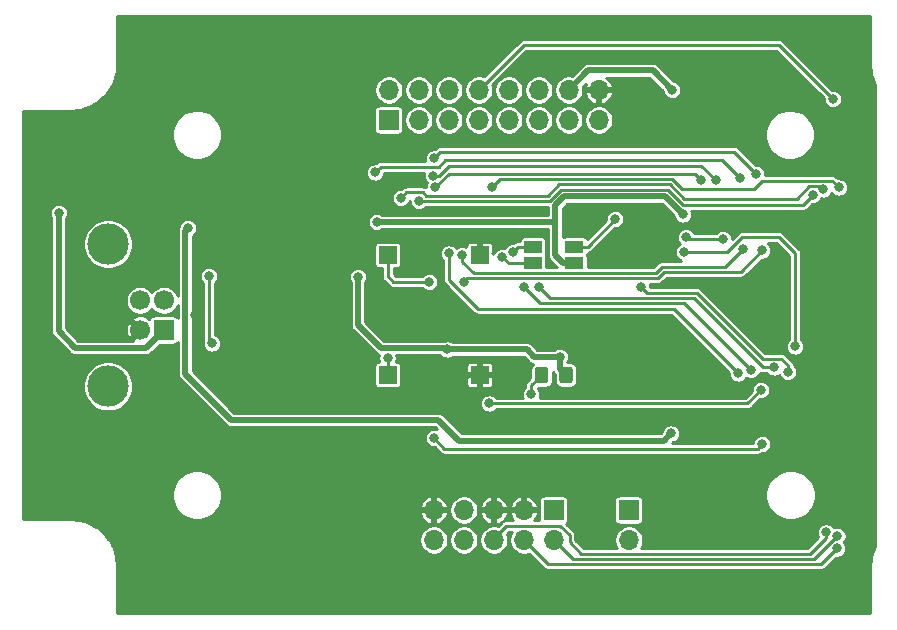
<source format=gbr>
G04 #@! TF.GenerationSoftware,KiCad,Pcbnew,(5.1.9)-1*
G04 #@! TF.CreationDate,2021-03-07T13:30:35+01:00*
G04 #@! TF.ProjectId,Minew MS88SF2 breakout,4d696e65-7720-44d5-9338-385346322062,rev?*
G04 #@! TF.SameCoordinates,Original*
G04 #@! TF.FileFunction,Copper,L2,Bot*
G04 #@! TF.FilePolarity,Positive*
%FSLAX46Y46*%
G04 Gerber Fmt 4.6, Leading zero omitted, Abs format (unit mm)*
G04 Created by KiCad (PCBNEW (5.1.9)-1) date 2021-03-07 13:30:35*
%MOMM*%
%LPD*%
G01*
G04 APERTURE LIST*
G04 #@! TA.AperFunction,SMDPad,CuDef*
%ADD10R,1.500000X1.500000*%
G04 #@! TD*
G04 #@! TA.AperFunction,ComponentPad*
%ADD11O,1.700000X1.700000*%
G04 #@! TD*
G04 #@! TA.AperFunction,ComponentPad*
%ADD12R,1.700000X1.700000*%
G04 #@! TD*
G04 #@! TA.AperFunction,SMDPad,CuDef*
%ADD13R,1.500000X1.000000*%
G04 #@! TD*
G04 #@! TA.AperFunction,ComponentPad*
%ADD14C,3.500000*%
G04 #@! TD*
G04 #@! TA.AperFunction,ComponentPad*
%ADD15C,1.700000*%
G04 #@! TD*
G04 #@! TA.AperFunction,ViaPad*
%ADD16C,0.800000*%
G04 #@! TD*
G04 #@! TA.AperFunction,Conductor*
%ADD17C,0.250000*%
G04 #@! TD*
G04 #@! TA.AperFunction,Conductor*
%ADD18C,0.500000*%
G04 #@! TD*
G04 #@! TA.AperFunction,Conductor*
%ADD19C,0.254000*%
G04 #@! TD*
G04 #@! TA.AperFunction,Conductor*
%ADD20C,0.100000*%
G04 #@! TD*
G04 APERTURE END LIST*
D10*
X-1180000Y5080000D03*
X-8980000Y5080000D03*
D11*
X8890000Y19050000D03*
X8890000Y16510000D03*
X6350000Y19050000D03*
X6350000Y16510000D03*
X3810000Y19050000D03*
X3810000Y16510000D03*
X1270000Y19050000D03*
X1270000Y16510000D03*
X-1270000Y19050000D03*
X-1270000Y16510000D03*
X-3810000Y19050000D03*
X-3810000Y16510000D03*
X-6350000Y19050000D03*
X-6350000Y16510000D03*
X-8890000Y19050000D03*
D12*
X-8890000Y16510000D03*
G04 #@! TA.AperFunction,SMDPad,CuDef*
G36*
G01*
X5530000Y-5530001D02*
X5530000Y-4629999D01*
G75*
G02*
X5779999Y-4380000I249999J0D01*
G01*
X6430001Y-4380000D01*
G75*
G02*
X6680000Y-4629999I0J-249999D01*
G01*
X6680000Y-5530001D01*
G75*
G02*
X6430001Y-5780000I-249999J0D01*
G01*
X5779999Y-5780000D01*
G75*
G02*
X5530000Y-5530001I0J249999D01*
G01*
G37*
G04 #@! TD.AperFunction*
G04 #@! TA.AperFunction,SMDPad,CuDef*
G36*
G01*
X3480000Y-5530001D02*
X3480000Y-4629999D01*
G75*
G02*
X3729999Y-4380000I249999J0D01*
G01*
X4380001Y-4380000D01*
G75*
G02*
X4630000Y-4629999I0J-249999D01*
G01*
X4630000Y-5530001D01*
G75*
G02*
X4380001Y-5780000I-249999J0D01*
G01*
X3729999Y-5780000D01*
G75*
G02*
X3480000Y-5530001I0J249999D01*
G01*
G37*
G04 #@! TD.AperFunction*
D13*
X3330000Y4380000D03*
X3330000Y5780000D03*
X6830000Y4380000D03*
X6830000Y5780000D03*
D10*
X-1180000Y-5080000D03*
X-8980000Y-5080000D03*
D11*
X11430000Y-19050000D03*
D12*
X11430000Y-16510000D03*
D11*
X-5080000Y-19050000D03*
X-5080000Y-16510000D03*
X-2540000Y-19050000D03*
X-2540000Y-16510000D03*
X0Y-19050000D03*
X0Y-16510000D03*
X2540000Y-19050000D03*
X2540000Y-16510000D03*
X5080000Y-19050000D03*
D12*
X5080000Y-16510000D03*
D14*
X-32650000Y6000000D03*
X-32650000Y-6040000D03*
D15*
X-29940000Y-1270000D03*
X-29940000Y1230000D03*
X-27940000Y1230000D03*
D12*
X-27940000Y-1270000D03*
D16*
X-15113000Y2921000D03*
X-15113000Y-2794000D03*
X14478000Y2603500D03*
X14224000Y-2794000D03*
X21209000Y-381000D03*
X7874000Y-3302000D03*
X24003000Y-635000D03*
X27178000Y127000D03*
X27432000Y-5588000D03*
X27813000Y-23749000D03*
X19939000Y-16129000D03*
X9017000Y-23368000D03*
X7874000Y-12827000D03*
X8509000Y-9398000D03*
X8509000Y-6731000D03*
X10287000Y-3556000D03*
X-7747000Y-10668000D03*
X-1143000Y-9779000D03*
X-2032000Y-12827000D03*
X-2921000Y-22733000D03*
X-8763000Y-21082000D03*
X-17526000Y-5207000D03*
X-18923000Y3302000D03*
X-19177000Y-1270000D03*
X-25273000Y0D03*
X-21463000Y0D03*
X-23241000Y-1016000D03*
X-31115000Y3175000D03*
X-33782000Y2794000D03*
X-26035000Y8763000D03*
X-27686000Y11557000D03*
X-31877000Y14732000D03*
X-39370000Y16764000D03*
X-28067000Y19939000D03*
X-30480000Y24130000D03*
X-19304000Y23368000D03*
X-19812000Y19939000D03*
X-14478000Y10160000D03*
X-14224000Y16129000D03*
X-11049000Y23495000D03*
X-9652000Y9144000D03*
X-9017000Y6731000D03*
X12192000Y15367000D03*
X17907000Y15494000D03*
X20828000Y21717000D03*
X20828000Y24003000D03*
X29337000Y13081000D03*
X30734000Y19177000D03*
X30353000Y5080000D03*
X31369000Y11430000D03*
X30353000Y-5842000D03*
X13081000Y-9017000D03*
X15875000Y-18034000D03*
X12827000Y-22733000D03*
X13970000Y-14478000D03*
X6604000Y8890000D03*
X3937000Y8763000D03*
X-21590000Y-7620000D03*
X-21590000Y-10160000D03*
X-27940000Y-5080000D03*
X-24130000Y-5080000D03*
X22733000Y-10922000D03*
X-5080000Y-10414002D03*
X28130500Y-18415000D03*
X29053843Y-19766856D03*
X29086290Y-18709089D03*
X5588000Y-3556000D03*
X-3937000Y-2921000D03*
X-11493500Y3238500D03*
X-9906000Y7874000D03*
X16002000Y8509000D03*
X-24130000Y3302000D03*
X-23876000Y-2413000D03*
X15113002Y19050000D03*
X-36830000Y8636006D03*
X27882542Y10635979D03*
X-7874000Y9906000D03*
X18796000Y11430000D03*
X-5144333Y11808558D03*
X22606000Y-6350000D03*
X-381000Y-7493000D03*
X17526000Y11430000D03*
X-4953000Y10827021D03*
X-8995577Y-3644010D03*
X705205Y4927750D03*
X1618979Y5334000D03*
X10287002Y8128000D03*
X3175000Y-6731000D03*
X22733000Y5461000D03*
X-2540000Y2794000D03*
X21082000Y5588000D03*
X-2667000Y5080000D03*
X19385003Y6431003D03*
X16280853Y6576415D03*
X25527000Y-2667000D03*
X16129000Y5334000D03*
X24892000Y-4826000D03*
X12446000Y2379978D03*
X3810000Y2379968D03*
X23749000Y-4445000D03*
X2540000Y2379964D03*
X21788337Y-4674117D03*
X-3810004Y5207000D03*
X20700998Y-4953000D03*
X28702000Y18287998D03*
X29210000Y10795000D03*
X-127000Y10827021D03*
X27014654Y10139195D03*
X-6349999Y9652001D03*
X22225000Y11938000D03*
X-5080000Y13258569D03*
X20828000Y11557000D03*
X-10033000Y12065000D03*
X-5461000Y2794000D03*
X14986000Y-10033000D03*
X-25908000Y7366000D03*
D17*
X22733000Y-10922000D02*
X22333001Y-11321999D01*
X22333001Y-11321999D02*
X-4172003Y-11321999D01*
X-4172003Y-11321999D02*
X-5080000Y-10414002D01*
X0Y-18923000D02*
X0Y-19050000D01*
X6413500Y-18644498D02*
X5644001Y-17874999D01*
X6413500Y-19240500D02*
X6413500Y-18644498D01*
X1048001Y-17874999D02*
X0Y-18923000D01*
X7398001Y-20225001D02*
X6413500Y-19240500D01*
X5644001Y-17874999D02*
X1048001Y-17874999D01*
X26764999Y-20225001D02*
X7398001Y-20225001D01*
X28130500Y-18859500D02*
X26764999Y-20225001D01*
X28130500Y-18415000D02*
X28130500Y-18859500D01*
X2540000Y-19050000D02*
X4615023Y-21125023D01*
X4615023Y-21125023D02*
X27695676Y-21125023D01*
X27695676Y-21125023D02*
X29053843Y-19766856D01*
X6705012Y-20675012D02*
X27120367Y-20675012D01*
X5080000Y-19050000D02*
X6705012Y-20675012D01*
X27120367Y-20675012D02*
X29086290Y-18709089D01*
D18*
X-4064000Y-2794000D02*
X-3937000Y-2921000D01*
X-9525000Y-2794000D02*
X-4064000Y-2794000D01*
X-11493500Y-825500D02*
X-9525000Y-2794000D01*
X-11493500Y3238500D02*
X-11493500Y-825500D01*
X5588000Y-4563000D02*
X6105000Y-5080000D01*
X5588000Y-3556000D02*
X5588000Y-4563000D01*
X-9906000Y7874000D02*
X5207000Y7874000D01*
D17*
X-24130000Y-2159000D02*
X-23876000Y-2413000D01*
X-24130000Y-635000D02*
X-24130000Y-2159000D01*
X-24130000Y3302000D02*
X-24130000Y-635000D01*
D18*
X6830000Y4380000D02*
X5889601Y4380000D01*
X5889601Y4380000D02*
X5207000Y5062601D01*
X5207000Y5062601D02*
X5207000Y7874000D01*
X6350000Y19050000D02*
X8020001Y20720001D01*
X8020001Y20720001D02*
X13443001Y20720001D01*
X13443001Y20720001D02*
X15113002Y19050000D01*
X14478000Y10033000D02*
X16002000Y8509000D01*
X5969000Y10033000D02*
X14478000Y10033000D01*
X5207000Y9271000D02*
X5969000Y10033000D01*
X5207000Y7874000D02*
X5207000Y9271000D01*
X4445000Y-3556000D02*
X5588000Y-3556000D01*
X3429000Y-3556000D02*
X4445000Y-3556000D01*
X2794000Y-2921000D02*
X3429000Y-3556000D01*
X-3937000Y-2921000D02*
X2794000Y-2921000D01*
X-27940000Y-1270000D02*
X-29464000Y-2794000D01*
X-35433000Y-2794000D02*
X-36830000Y-1397000D01*
X-29464000Y-2794000D02*
X-35433000Y-2794000D01*
X-36830000Y-1397000D02*
X-36830000Y8636006D01*
D17*
X26702999Y10885001D02*
X25670987Y9852989D01*
X4588412Y10102011D02*
X-5727007Y10102011D01*
X-6001998Y10377002D02*
X-7402998Y10377002D01*
X5544423Y11058022D02*
X4588412Y10102011D01*
X14902577Y11058022D02*
X5544423Y11058022D01*
X27882542Y10635979D02*
X27633520Y10885001D01*
X16107609Y9852989D02*
X14902577Y11058022D01*
X27633520Y10885001D02*
X26702999Y10885001D01*
X-7402998Y10377002D02*
X-7874000Y9906000D01*
X-5727007Y10102011D02*
X-6001998Y10377002D01*
X25670987Y9852989D02*
X16107609Y9852989D01*
X18796000Y11430000D02*
X17583991Y12642009D01*
X17583991Y12642009D02*
X-3774422Y12642009D01*
X-4607873Y11808558D02*
X-5144333Y11808558D01*
X-3774422Y12642009D02*
X-4607873Y11808558D01*
X21463000Y-7493000D02*
X-381000Y-7493000D01*
X22606000Y-6350000D02*
X21463000Y-7493000D01*
X16997956Y11958044D02*
X-3821977Y11958044D01*
X17526000Y11430000D02*
X16997956Y11958044D01*
X-3821977Y11958044D02*
X-4953000Y10827021D01*
X-8980000Y-5080000D02*
X-8980000Y-3659587D01*
X-8980000Y-3659587D02*
X-8995577Y-3644010D01*
X3330000Y4380000D02*
X1252955Y4380000D01*
X1252955Y4380000D02*
X705205Y4927750D01*
X2064979Y5780000D02*
X1618979Y5334000D01*
X3330000Y5780000D02*
X2064979Y5780000D01*
X7939002Y5780000D02*
X10287002Y8128000D01*
X6830000Y5780000D02*
X7939002Y5780000D01*
X3175000Y-5960000D02*
X4055000Y-5080000D01*
X3175000Y-6731000D02*
X3175000Y-5960000D01*
X14452485Y3650987D02*
X13906486Y3104988D01*
X-2229012Y3104988D02*
X-2540000Y2794000D01*
X13906486Y3104988D02*
X-2229012Y3104988D01*
X20922987Y3650987D02*
X14452485Y3650987D01*
X22733000Y5461000D02*
X20922987Y3650987D01*
X-1707684Y3554999D02*
X-2667000Y4514315D01*
X13720086Y3554999D02*
X-1707684Y3554999D01*
X19594998Y4100998D02*
X14266085Y4100998D01*
X21082000Y5588000D02*
X19594998Y4100998D01*
X-2667000Y4514315D02*
X-2667000Y5080000D01*
X14266085Y4100998D02*
X13720086Y3554999D01*
X16426265Y6431003D02*
X16280853Y6576415D01*
X19385003Y6431003D02*
X16426265Y6431003D01*
X24130000Y6604000D02*
X21024996Y6604000D01*
X25527000Y-2667000D02*
X25527000Y5207000D01*
X25527000Y5207000D02*
X24130000Y6604000D01*
X19754996Y5334000D02*
X16129000Y5334000D01*
X21024996Y6604000D02*
X19754996Y5334000D01*
X12947479Y1878499D02*
X12446000Y2379978D01*
X22769999Y-3719999D02*
X17171501Y1878499D01*
X24351684Y-3719999D02*
X22769999Y-3719999D01*
X24892000Y-4260315D02*
X24351684Y-3719999D01*
X24892000Y-4826000D02*
X24892000Y-4260315D01*
X17171501Y1878499D02*
X12947479Y1878499D01*
X3810000Y2379968D02*
X4761480Y1428488D01*
X4761480Y1428488D02*
X16928827Y1428488D01*
X22802315Y-4445000D02*
X23749000Y-4445000D01*
X16928827Y1428488D02*
X22802315Y-4445000D01*
X2540000Y2379964D02*
X3941487Y978477D01*
X3941487Y978477D02*
X16135743Y978477D01*
X16135743Y978477D02*
X21788337Y-4674117D01*
X-3810004Y2991002D02*
X-1347468Y528466D01*
X-3810004Y5207000D02*
X-3810004Y2991002D01*
X-1347468Y528466D02*
X15219532Y528466D01*
X15219532Y528466D02*
X20700998Y-4953000D01*
X-1270000Y19050000D02*
X2558999Y22878999D01*
X2558999Y22878999D02*
X24110999Y22878999D01*
X24110999Y22878999D02*
X28702000Y18287998D01*
X29210000Y10795000D02*
X28644011Y11360989D01*
X22028002Y10668000D02*
X15929010Y10668000D01*
X15088977Y11508033D02*
X554012Y11508033D01*
X554012Y11508033D02*
X-127000Y10827021D01*
X15929010Y10668000D02*
X15088977Y11508033D01*
X22720991Y11360989D02*
X22028002Y10668000D01*
X28644011Y11360989D02*
X22720991Y11360989D01*
X-5784314Y9652001D02*
X-6349999Y9652001D01*
X27014654Y10139195D02*
X26213470Y9338011D01*
X5730823Y10608011D02*
X4774812Y9652000D01*
X4774812Y9652000D02*
X-5784314Y9652001D01*
X14716177Y10608011D02*
X5730823Y10608011D01*
X15986177Y9338011D02*
X14716177Y10608011D01*
X26213470Y9338011D02*
X15986177Y9338011D01*
X22225000Y11938000D02*
X20364501Y13798499D01*
X-4540070Y13798499D02*
X-5080000Y13258569D01*
X20364501Y13798499D02*
X-4540070Y13798499D01*
X20828000Y11557000D02*
X19292980Y13092020D01*
X-9633001Y12464999D02*
X-10033000Y12065000D01*
X19292980Y13092020D02*
X-4091325Y13092020D01*
X-4091325Y13092020D02*
X-4649786Y12533559D01*
X-4649786Y12533559D02*
X-9564441Y12533559D01*
X-9564441Y12533559D02*
X-9633001Y12464999D01*
X-5461000Y2794000D02*
X-8509000Y2794000D01*
X-8980000Y3265000D02*
X-8980000Y5080000D01*
X-8509000Y2794000D02*
X-8980000Y3265000D01*
D18*
X-26123001Y-4991999D02*
X-26123001Y7150999D01*
X-22225000Y-8890000D02*
X-26123001Y-4991999D01*
X-4699000Y-8890000D02*
X-22225000Y-8890000D01*
X-2959999Y-10629001D02*
X-4699000Y-8890000D01*
X14389999Y-10629001D02*
X-2959999Y-10629001D01*
X-26123001Y7150999D02*
X-25908000Y7366000D01*
X14986000Y-10033000D02*
X14389999Y-10629001D01*
D19*
X31869001Y21241374D02*
X31869083Y21240542D01*
X31869089Y21238808D01*
X31871213Y21217907D01*
X31871066Y21196902D01*
X31871721Y21190218D01*
X31943326Y20508938D01*
X31952084Y20466276D01*
X31960261Y20423410D01*
X31962202Y20416981D01*
X32164771Y19762584D01*
X32181664Y19722398D01*
X32197996Y19681975D01*
X32201149Y19676045D01*
X32258000Y19570901D01*
X32258000Y-19574010D01*
X32190145Y-19701627D01*
X32173536Y-19741924D01*
X32156359Y-19782002D01*
X32154372Y-19788418D01*
X31956376Y-20444213D01*
X31947908Y-20486981D01*
X31938845Y-20529621D01*
X31938143Y-20536300D01*
X31871296Y-21218063D01*
X31869000Y-21241375D01*
X31869001Y-25274000D01*
X-31869000Y-25274000D01*
X-31869000Y-21241374D01*
X-31869083Y-21240532D01*
X-31869089Y-21238808D01*
X-31871213Y-21217907D01*
X-31871066Y-21196903D01*
X-31871721Y-21190218D01*
X-31943326Y-20508938D01*
X-31952092Y-20466231D01*
X-31960261Y-20423411D01*
X-31962202Y-20416981D01*
X-32164771Y-19762585D01*
X-32181665Y-19722396D01*
X-32197996Y-19681975D01*
X-32201149Y-19676045D01*
X-32526967Y-19073458D01*
X-32551330Y-19037338D01*
X-32575216Y-19000837D01*
X-32579461Y-18995632D01*
X-32634784Y-18928757D01*
X-6311000Y-18928757D01*
X-6311000Y-19171243D01*
X-6263693Y-19409069D01*
X-6170898Y-19633097D01*
X-6036180Y-19834717D01*
X-5864717Y-20006180D01*
X-5663097Y-20140898D01*
X-5439069Y-20233693D01*
X-5201243Y-20281000D01*
X-4958757Y-20281000D01*
X-4720931Y-20233693D01*
X-4496903Y-20140898D01*
X-4295283Y-20006180D01*
X-4123820Y-19834717D01*
X-3989102Y-19633097D01*
X-3896307Y-19409069D01*
X-3849000Y-19171243D01*
X-3849000Y-18928757D01*
X-3771000Y-18928757D01*
X-3771000Y-19171243D01*
X-3723693Y-19409069D01*
X-3630898Y-19633097D01*
X-3496180Y-19834717D01*
X-3324717Y-20006180D01*
X-3123097Y-20140898D01*
X-2899069Y-20233693D01*
X-2661243Y-20281000D01*
X-2418757Y-20281000D01*
X-2180931Y-20233693D01*
X-1956903Y-20140898D01*
X-1755283Y-20006180D01*
X-1583820Y-19834717D01*
X-1449102Y-19633097D01*
X-1356307Y-19409069D01*
X-1309000Y-19171243D01*
X-1309000Y-18928757D01*
X-1231000Y-18928757D01*
X-1231000Y-19171243D01*
X-1183693Y-19409069D01*
X-1090898Y-19633097D01*
X-956180Y-19834717D01*
X-784717Y-20006180D01*
X-583097Y-20140898D01*
X-359069Y-20233693D01*
X-121243Y-20281000D01*
X121243Y-20281000D01*
X359069Y-20233693D01*
X583097Y-20140898D01*
X784717Y-20006180D01*
X956180Y-19834717D01*
X1090898Y-19633097D01*
X1183693Y-19409069D01*
X1231000Y-19171243D01*
X1231000Y-18928757D01*
X1183693Y-18690931D01*
X1114561Y-18524031D01*
X1257593Y-18380999D01*
X1506501Y-18380999D01*
X1449102Y-18466903D01*
X1356307Y-18690931D01*
X1309000Y-18928757D01*
X1309000Y-19171243D01*
X1356307Y-19409069D01*
X1449102Y-19633097D01*
X1583820Y-19834717D01*
X1755283Y-20006180D01*
X1956903Y-20140898D01*
X2180931Y-20233693D01*
X2418757Y-20281000D01*
X2661243Y-20281000D01*
X2899069Y-20233693D01*
X2976167Y-20201758D01*
X4239651Y-21465243D01*
X4255496Y-21484550D01*
X4332544Y-21547782D01*
X4420448Y-21594768D01*
X4515830Y-21623701D01*
X4615023Y-21633471D01*
X4639877Y-21631023D01*
X27670830Y-21631023D01*
X27695676Y-21633470D01*
X27720522Y-21631023D01*
X27720530Y-21631023D01*
X27794869Y-21623701D01*
X27890251Y-21594768D01*
X27978155Y-21547782D01*
X28055203Y-21484550D01*
X28071052Y-21465238D01*
X28988435Y-20547856D01*
X29130765Y-20547856D01*
X29281652Y-20517843D01*
X29423785Y-20458969D01*
X29551702Y-20373498D01*
X29660485Y-20264715D01*
X29745956Y-20136798D01*
X29804830Y-19994665D01*
X29834843Y-19843778D01*
X29834843Y-19689934D01*
X29804830Y-19539047D01*
X29745956Y-19396914D01*
X29660485Y-19268997D01*
X29645684Y-19254196D01*
X29692932Y-19206948D01*
X29778403Y-19079031D01*
X29837277Y-18936898D01*
X29867290Y-18786011D01*
X29867290Y-18632167D01*
X29837277Y-18481280D01*
X29778403Y-18339147D01*
X29692932Y-18211230D01*
X29584149Y-18102447D01*
X29456232Y-18016976D01*
X29314099Y-17958102D01*
X29163212Y-17928089D01*
X29009368Y-17928089D01*
X28858481Y-17958102D01*
X28784881Y-17988588D01*
X28737142Y-17917141D01*
X28628359Y-17808358D01*
X28500442Y-17722887D01*
X28358309Y-17664013D01*
X28207422Y-17634000D01*
X28053578Y-17634000D01*
X27902691Y-17664013D01*
X27760558Y-17722887D01*
X27632641Y-17808358D01*
X27523858Y-17917141D01*
X27438387Y-18045058D01*
X27379513Y-18187191D01*
X27349500Y-18338078D01*
X27349500Y-18491922D01*
X27379513Y-18642809D01*
X27438387Y-18784942D01*
X27458846Y-18815562D01*
X26555408Y-19719001D01*
X12463499Y-19719001D01*
X12520898Y-19633097D01*
X12613693Y-19409069D01*
X12661000Y-19171243D01*
X12661000Y-18928757D01*
X12613693Y-18690931D01*
X12520898Y-18466903D01*
X12386180Y-18265283D01*
X12214717Y-18093820D01*
X12013097Y-17959102D01*
X11789069Y-17866307D01*
X11551243Y-17819000D01*
X11308757Y-17819000D01*
X11070931Y-17866307D01*
X10846903Y-17959102D01*
X10645283Y-18093820D01*
X10473820Y-18265283D01*
X10339102Y-18466903D01*
X10246307Y-18690931D01*
X10199000Y-18928757D01*
X10199000Y-19171243D01*
X10246307Y-19409069D01*
X10339102Y-19633097D01*
X10396501Y-19719001D01*
X7607593Y-19719001D01*
X6919500Y-19030909D01*
X6919500Y-18669352D01*
X6921948Y-18644498D01*
X6912178Y-18545305D01*
X6883245Y-18449923D01*
X6878660Y-18441346D01*
X6836259Y-18362019D01*
X6773027Y-18284971D01*
X6753720Y-18269126D01*
X6153801Y-17669208D01*
X6200711Y-17630711D01*
X6248322Y-17572696D01*
X6283701Y-17506508D01*
X6305487Y-17434689D01*
X6312843Y-17360000D01*
X6312843Y-15660000D01*
X10197157Y-15660000D01*
X10197157Y-17360000D01*
X10204513Y-17434689D01*
X10226299Y-17506508D01*
X10261678Y-17572696D01*
X10309289Y-17630711D01*
X10367304Y-17678322D01*
X10433492Y-17713701D01*
X10505311Y-17735487D01*
X10580000Y-17742843D01*
X12280000Y-17742843D01*
X12354689Y-17735487D01*
X12426508Y-17713701D01*
X12492696Y-17678322D01*
X12550711Y-17630711D01*
X12598322Y-17572696D01*
X12633701Y-17506508D01*
X12655487Y-17434689D01*
X12662843Y-17360000D01*
X12662843Y-15660000D01*
X12655487Y-15585311D01*
X12633701Y-15513492D01*
X12598322Y-15447304D01*
X12550711Y-15389289D01*
X12492696Y-15341678D01*
X12426508Y-15306299D01*
X12354689Y-15284513D01*
X12280000Y-15277157D01*
X10580000Y-15277157D01*
X10505311Y-15284513D01*
X10433492Y-15306299D01*
X10367304Y-15341678D01*
X10309289Y-15389289D01*
X10261678Y-15447304D01*
X10226299Y-15513492D01*
X10204513Y-15585311D01*
X10197157Y-15660000D01*
X6312843Y-15660000D01*
X6305487Y-15585311D01*
X6283701Y-15513492D01*
X6248322Y-15447304D01*
X6200711Y-15389289D01*
X6142696Y-15341678D01*
X6076508Y-15306299D01*
X6004689Y-15284513D01*
X5930000Y-15277157D01*
X4230000Y-15277157D01*
X4155311Y-15284513D01*
X4083492Y-15306299D01*
X4017304Y-15341678D01*
X3959289Y-15389289D01*
X3911678Y-15447304D01*
X3876299Y-15513492D01*
X3854513Y-15585311D01*
X3847157Y-15660000D01*
X3847157Y-17360000D01*
X3848043Y-17368999D01*
X3414018Y-17368999D01*
X3517647Y-17258052D01*
X3644799Y-17052949D01*
X3729495Y-16826981D01*
X3669187Y-16637000D01*
X2667000Y-16637000D01*
X2667000Y-16657000D01*
X2413000Y-16657000D01*
X2413000Y-16637000D01*
X1410813Y-16637000D01*
X1350505Y-16826981D01*
X1435201Y-17052949D01*
X1562353Y-17258052D01*
X1665982Y-17368999D01*
X1072846Y-17368999D01*
X1048000Y-17366552D01*
X1023154Y-17368999D01*
X1023147Y-17368999D01*
X958695Y-17375347D01*
X948807Y-17376321D01*
X880145Y-17397149D01*
X853426Y-17405254D01*
X826923Y-17419420D01*
X977647Y-17258052D01*
X1104799Y-17052949D01*
X1189495Y-16826981D01*
X1129187Y-16637000D01*
X127000Y-16637000D01*
X127000Y-17638627D01*
X316980Y-17699489D01*
X397288Y-17675134D01*
X616961Y-17575239D01*
X671017Y-17536391D01*
X344082Y-17863326D01*
X121243Y-17819000D01*
X-121243Y-17819000D01*
X-359069Y-17866307D01*
X-583097Y-17959102D01*
X-784717Y-18093820D01*
X-956180Y-18265283D01*
X-1090898Y-18466903D01*
X-1183693Y-18690931D01*
X-1231000Y-18928757D01*
X-1309000Y-18928757D01*
X-1356307Y-18690931D01*
X-1449102Y-18466903D01*
X-1583820Y-18265283D01*
X-1755283Y-18093820D01*
X-1956903Y-17959102D01*
X-2180931Y-17866307D01*
X-2418757Y-17819000D01*
X-2661243Y-17819000D01*
X-2899069Y-17866307D01*
X-3123097Y-17959102D01*
X-3324717Y-18093820D01*
X-3496180Y-18265283D01*
X-3630898Y-18466903D01*
X-3723693Y-18690931D01*
X-3771000Y-18928757D01*
X-3849000Y-18928757D01*
X-3896307Y-18690931D01*
X-3989102Y-18466903D01*
X-4123820Y-18265283D01*
X-4295283Y-18093820D01*
X-4496903Y-17959102D01*
X-4720931Y-17866307D01*
X-4958757Y-17819000D01*
X-5201243Y-17819000D01*
X-5439069Y-17866307D01*
X-5663097Y-17959102D01*
X-5864717Y-18093820D01*
X-6036180Y-18265283D01*
X-6170898Y-18466903D01*
X-6263693Y-18690931D01*
X-6311000Y-18928757D01*
X-32634784Y-18928757D01*
X-33016117Y-18467806D01*
X-33047036Y-18437103D01*
X-33077553Y-18405940D01*
X-33082727Y-18401659D01*
X-33613590Y-17968698D01*
X-33649895Y-17944577D01*
X-33685872Y-17919943D01*
X-33691780Y-17916748D01*
X-34296627Y-17595145D01*
X-34336924Y-17578536D01*
X-34377002Y-17561359D01*
X-34383418Y-17559372D01*
X-35039213Y-17361376D01*
X-35081981Y-17352908D01*
X-35124621Y-17343845D01*
X-35131300Y-17343143D01*
X-35812916Y-17276310D01*
X-35836374Y-17274000D01*
X-39869000Y-17274000D01*
X-39869000Y-15045115D01*
X-27266000Y-15045115D01*
X-27266000Y-15464885D01*
X-27184107Y-15876590D01*
X-27023468Y-16264407D01*
X-26790256Y-16613433D01*
X-26493433Y-16910256D01*
X-26144407Y-17143468D01*
X-25756590Y-17304107D01*
X-25344885Y-17386000D01*
X-24925115Y-17386000D01*
X-24513410Y-17304107D01*
X-24125593Y-17143468D01*
X-23776567Y-16910256D01*
X-23693292Y-16826981D01*
X-6269495Y-16826981D01*
X-6184799Y-17052949D01*
X-6057647Y-17258052D01*
X-5892924Y-17434408D01*
X-5696961Y-17575239D01*
X-5477288Y-17675134D01*
X-5396980Y-17699489D01*
X-5207000Y-17638627D01*
X-5207000Y-16637000D01*
X-4953000Y-16637000D01*
X-4953000Y-17638627D01*
X-4763020Y-17699489D01*
X-4682712Y-17675134D01*
X-4463039Y-17575239D01*
X-4267076Y-17434408D01*
X-4102353Y-17258052D01*
X-3975201Y-17052949D01*
X-3890505Y-16826981D01*
X-3950813Y-16637000D01*
X-4953000Y-16637000D01*
X-5207000Y-16637000D01*
X-6209187Y-16637000D01*
X-6269495Y-16826981D01*
X-23693292Y-16826981D01*
X-23479744Y-16613433D01*
X-23329621Y-16388757D01*
X-3771000Y-16388757D01*
X-3771000Y-16631243D01*
X-3723693Y-16869069D01*
X-3630898Y-17093097D01*
X-3496180Y-17294717D01*
X-3324717Y-17466180D01*
X-3123097Y-17600898D01*
X-2899069Y-17693693D01*
X-2661243Y-17741000D01*
X-2418757Y-17741000D01*
X-2180931Y-17693693D01*
X-1956903Y-17600898D01*
X-1755283Y-17466180D01*
X-1583820Y-17294717D01*
X-1449102Y-17093097D01*
X-1356307Y-16869069D01*
X-1347936Y-16826981D01*
X-1189495Y-16826981D01*
X-1104799Y-17052949D01*
X-977647Y-17258052D01*
X-812924Y-17434408D01*
X-616961Y-17575239D01*
X-397288Y-17675134D01*
X-316980Y-17699489D01*
X-127000Y-17638627D01*
X-127000Y-16637000D01*
X-1129187Y-16637000D01*
X-1189495Y-16826981D01*
X-1347936Y-16826981D01*
X-1309000Y-16631243D01*
X-1309000Y-16388757D01*
X-1347935Y-16193019D01*
X-1189495Y-16193019D01*
X-1129187Y-16383000D01*
X-127000Y-16383000D01*
X-127000Y-15381373D01*
X127000Y-15381373D01*
X127000Y-16383000D01*
X1129187Y-16383000D01*
X1189495Y-16193019D01*
X1350505Y-16193019D01*
X1410813Y-16383000D01*
X2413000Y-16383000D01*
X2413000Y-15381373D01*
X2667000Y-15381373D01*
X2667000Y-16383000D01*
X3669187Y-16383000D01*
X3729495Y-16193019D01*
X3644799Y-15967051D01*
X3517647Y-15761948D01*
X3352924Y-15585592D01*
X3156961Y-15444761D01*
X2937288Y-15344866D01*
X2856980Y-15320511D01*
X2667000Y-15381373D01*
X2413000Y-15381373D01*
X2223020Y-15320511D01*
X2142712Y-15344866D01*
X1923039Y-15444761D01*
X1727076Y-15585592D01*
X1562353Y-15761948D01*
X1435201Y-15967051D01*
X1350505Y-16193019D01*
X1189495Y-16193019D01*
X1104799Y-15967051D01*
X977647Y-15761948D01*
X812924Y-15585592D01*
X616961Y-15444761D01*
X397288Y-15344866D01*
X316980Y-15320511D01*
X127000Y-15381373D01*
X-127000Y-15381373D01*
X-316980Y-15320511D01*
X-397288Y-15344866D01*
X-616961Y-15444761D01*
X-812924Y-15585592D01*
X-977647Y-15761948D01*
X-1104799Y-15967051D01*
X-1189495Y-16193019D01*
X-1347935Y-16193019D01*
X-1356307Y-16150931D01*
X-1449102Y-15926903D01*
X-1583820Y-15725283D01*
X-1755283Y-15553820D01*
X-1956903Y-15419102D01*
X-2180931Y-15326307D01*
X-2418757Y-15279000D01*
X-2661243Y-15279000D01*
X-2899069Y-15326307D01*
X-3123097Y-15419102D01*
X-3324717Y-15553820D01*
X-3496180Y-15725283D01*
X-3630898Y-15926903D01*
X-3723693Y-16150931D01*
X-3771000Y-16388757D01*
X-23329621Y-16388757D01*
X-23246532Y-16264407D01*
X-23216963Y-16193019D01*
X-6269495Y-16193019D01*
X-6209187Y-16383000D01*
X-5207000Y-16383000D01*
X-5207000Y-15381373D01*
X-4953000Y-15381373D01*
X-4953000Y-16383000D01*
X-3950813Y-16383000D01*
X-3890505Y-16193019D01*
X-3975201Y-15967051D01*
X-4102353Y-15761948D01*
X-4267076Y-15585592D01*
X-4463039Y-15444761D01*
X-4682712Y-15344866D01*
X-4763020Y-15320511D01*
X-4953000Y-15381373D01*
X-5207000Y-15381373D01*
X-5396980Y-15320511D01*
X-5477288Y-15344866D01*
X-5696961Y-15444761D01*
X-5892924Y-15585592D01*
X-6057647Y-15761948D01*
X-6184799Y-15967051D01*
X-6269495Y-16193019D01*
X-23216963Y-16193019D01*
X-23085893Y-15876590D01*
X-23004000Y-15464885D01*
X-23004000Y-15045115D01*
X23004000Y-15045115D01*
X23004000Y-15464885D01*
X23085893Y-15876590D01*
X23246532Y-16264407D01*
X23479744Y-16613433D01*
X23776567Y-16910256D01*
X24125593Y-17143468D01*
X24513410Y-17304107D01*
X24925115Y-17386000D01*
X25344885Y-17386000D01*
X25756590Y-17304107D01*
X26144407Y-17143468D01*
X26493433Y-16910256D01*
X26790256Y-16613433D01*
X27023468Y-16264407D01*
X27184107Y-15876590D01*
X27266000Y-15464885D01*
X27266000Y-15045115D01*
X27184107Y-14633410D01*
X27023468Y-14245593D01*
X26790256Y-13896567D01*
X26493433Y-13599744D01*
X26144407Y-13366532D01*
X25756590Y-13205893D01*
X25344885Y-13124000D01*
X24925115Y-13124000D01*
X24513410Y-13205893D01*
X24125593Y-13366532D01*
X23776567Y-13599744D01*
X23479744Y-13896567D01*
X23246532Y-14245593D01*
X23085893Y-14633410D01*
X23004000Y-15045115D01*
X-23004000Y-15045115D01*
X-23085893Y-14633410D01*
X-23246532Y-14245593D01*
X-23479744Y-13896567D01*
X-23776567Y-13599744D01*
X-24125593Y-13366532D01*
X-24513410Y-13205893D01*
X-24925115Y-13124000D01*
X-25344885Y-13124000D01*
X-25756590Y-13205893D01*
X-26144407Y-13366532D01*
X-26493433Y-13599744D01*
X-26790256Y-13896567D01*
X-27023468Y-14245593D01*
X-27184107Y-14633410D01*
X-27266000Y-15045115D01*
X-39869000Y-15045115D01*
X-39869000Y-5830115D01*
X-34781000Y-5830115D01*
X-34781000Y-6249885D01*
X-34699107Y-6661590D01*
X-34538468Y-7049407D01*
X-34305256Y-7398433D01*
X-34008433Y-7695256D01*
X-33659407Y-7928468D01*
X-33271590Y-8089107D01*
X-32859885Y-8171000D01*
X-32440115Y-8171000D01*
X-32028410Y-8089107D01*
X-31640593Y-7928468D01*
X-31291567Y-7695256D01*
X-30994744Y-7398433D01*
X-30761532Y-7049407D01*
X-30600893Y-6661590D01*
X-30519000Y-6249885D01*
X-30519000Y-5830115D01*
X-30600893Y-5418410D01*
X-30761532Y-5030593D01*
X-30994744Y-4681567D01*
X-31291567Y-4384744D01*
X-31640593Y-4151532D01*
X-32028410Y-3990893D01*
X-32440115Y-3909000D01*
X-32859885Y-3909000D01*
X-33271590Y-3990893D01*
X-33659407Y-4151532D01*
X-34008433Y-4384744D01*
X-34305256Y-4681567D01*
X-34538468Y-5030593D01*
X-34699107Y-5418410D01*
X-34781000Y-5830115D01*
X-39869000Y-5830115D01*
X-39869000Y8712928D01*
X-37611000Y8712928D01*
X-37611000Y8559084D01*
X-37580987Y8408197D01*
X-37522113Y8266064D01*
X-37460999Y8174600D01*
X-37461000Y-1366010D01*
X-37464052Y-1397000D01*
X-37461000Y-1427990D01*
X-37461000Y-1427997D01*
X-37451870Y-1520697D01*
X-37415789Y-1639641D01*
X-37357196Y-1749260D01*
X-37278343Y-1845343D01*
X-37254263Y-1865105D01*
X-35901101Y-3218268D01*
X-35881343Y-3242343D01*
X-35857268Y-3262101D01*
X-35857266Y-3262103D01*
X-35829996Y-3284483D01*
X-35785261Y-3321196D01*
X-35675642Y-3379789D01*
X-35556698Y-3415870D01*
X-35463998Y-3425000D01*
X-35463989Y-3425000D01*
X-35433001Y-3428052D01*
X-35402013Y-3425000D01*
X-29494990Y-3425000D01*
X-29464000Y-3428052D01*
X-29433010Y-3425000D01*
X-29433002Y-3425000D01*
X-29340302Y-3415870D01*
X-29221358Y-3379789D01*
X-29111739Y-3321196D01*
X-29015657Y-3242343D01*
X-28995895Y-3218263D01*
X-28280475Y-2502843D01*
X-27090000Y-2502843D01*
X-27015311Y-2495487D01*
X-26943492Y-2473701D01*
X-26877304Y-2438322D01*
X-26819289Y-2390711D01*
X-26771678Y-2332696D01*
X-26754001Y-2299625D01*
X-26754001Y-4961009D01*
X-26757053Y-4991999D01*
X-26754001Y-5022989D01*
X-26754001Y-5022996D01*
X-26744871Y-5115696D01*
X-26708790Y-5234640D01*
X-26650197Y-5344259D01*
X-26571344Y-5440342D01*
X-26547264Y-5460104D01*
X-22693101Y-9314268D01*
X-22673343Y-9338343D01*
X-22577261Y-9417196D01*
X-22467642Y-9475789D01*
X-22348698Y-9511870D01*
X-22255998Y-9521000D01*
X-22255991Y-9521000D01*
X-22225000Y-9524052D01*
X-22194010Y-9521000D01*
X-4960368Y-9521000D01*
X-4794426Y-9686942D01*
X-4852191Y-9663015D01*
X-5003078Y-9633002D01*
X-5156922Y-9633002D01*
X-5307809Y-9663015D01*
X-5449942Y-9721889D01*
X-5577859Y-9807360D01*
X-5686642Y-9916143D01*
X-5772113Y-10044060D01*
X-5830987Y-10186193D01*
X-5861000Y-10337080D01*
X-5861000Y-10490924D01*
X-5830987Y-10641811D01*
X-5772113Y-10783944D01*
X-5686642Y-10911861D01*
X-5577859Y-11020644D01*
X-5449942Y-11106115D01*
X-5307809Y-11164989D01*
X-5156922Y-11195002D01*
X-5014591Y-11195002D01*
X-4547375Y-11662219D01*
X-4531530Y-11681526D01*
X-4454482Y-11744758D01*
X-4366578Y-11791744D01*
X-4271196Y-11820677D01*
X-4172003Y-11830447D01*
X-4147149Y-11827999D01*
X22308155Y-11827999D01*
X22333001Y-11830446D01*
X22357847Y-11827999D01*
X22357855Y-11827999D01*
X22432194Y-11820677D01*
X22527576Y-11791744D01*
X22615480Y-11744758D01*
X22666362Y-11703000D01*
X22809922Y-11703000D01*
X22960809Y-11672987D01*
X23102942Y-11614113D01*
X23230859Y-11528642D01*
X23339642Y-11419859D01*
X23425113Y-11291942D01*
X23483987Y-11149809D01*
X23514000Y-10998922D01*
X23514000Y-10845078D01*
X23483987Y-10694191D01*
X23425113Y-10552058D01*
X23339642Y-10424141D01*
X23230859Y-10315358D01*
X23102942Y-10229887D01*
X22960809Y-10171013D01*
X22809922Y-10141000D01*
X22656078Y-10141000D01*
X22505191Y-10171013D01*
X22363058Y-10229887D01*
X22235141Y-10315358D01*
X22126358Y-10424141D01*
X22040887Y-10552058D01*
X21982013Y-10694191D01*
X21957784Y-10815999D01*
X15095369Y-10815999D01*
X15105922Y-10805447D01*
X15213809Y-10783987D01*
X15355942Y-10725113D01*
X15483859Y-10639642D01*
X15592642Y-10530859D01*
X15678113Y-10402942D01*
X15736987Y-10260809D01*
X15767000Y-10109922D01*
X15767000Y-9956078D01*
X15736987Y-9805191D01*
X15678113Y-9663058D01*
X15592642Y-9535141D01*
X15483859Y-9426358D01*
X15355942Y-9340887D01*
X15213809Y-9282013D01*
X15062922Y-9252000D01*
X14909078Y-9252000D01*
X14758191Y-9282013D01*
X14616058Y-9340887D01*
X14488141Y-9426358D01*
X14379358Y-9535141D01*
X14293887Y-9663058D01*
X14235013Y-9805191D01*
X14213553Y-9913078D01*
X14128631Y-9998001D01*
X-2698630Y-9998001D01*
X-4230895Y-8465737D01*
X-4250657Y-8441657D01*
X-4346739Y-8362804D01*
X-4456358Y-8304211D01*
X-4575302Y-8268130D01*
X-4668002Y-8259000D01*
X-4668010Y-8259000D01*
X-4699000Y-8255948D01*
X-4729990Y-8259000D01*
X-21963631Y-8259000D01*
X-25492001Y-4730631D01*
X-25492001Y3378922D01*
X-24911000Y3378922D01*
X-24911000Y3225078D01*
X-24880987Y3074191D01*
X-24822113Y2932058D01*
X-24736642Y2804141D01*
X-24636000Y2703499D01*
X-24635999Y-610137D01*
X-24636000Y-610147D01*
X-24635999Y-2134144D01*
X-24638447Y-2159000D01*
X-24632927Y-2215052D01*
X-24657000Y-2336078D01*
X-24657000Y-2489922D01*
X-24626987Y-2640809D01*
X-24568113Y-2782942D01*
X-24482642Y-2910859D01*
X-24373859Y-3019642D01*
X-24245942Y-3105113D01*
X-24103809Y-3163987D01*
X-23952922Y-3194000D01*
X-23799078Y-3194000D01*
X-23648191Y-3163987D01*
X-23506058Y-3105113D01*
X-23378141Y-3019642D01*
X-23269358Y-2910859D01*
X-23183887Y-2782942D01*
X-23125013Y-2640809D01*
X-23095000Y-2489922D01*
X-23095000Y-2336078D01*
X-23125013Y-2185191D01*
X-23183887Y-2043058D01*
X-23269358Y-1915141D01*
X-23378141Y-1806358D01*
X-23506058Y-1720887D01*
X-23624000Y-1672033D01*
X-23624000Y2703499D01*
X-23523358Y2804141D01*
X-23437887Y2932058D01*
X-23379013Y3074191D01*
X-23349000Y3225078D01*
X-23349000Y3315422D01*
X-12274500Y3315422D01*
X-12274500Y3161578D01*
X-12244487Y3010691D01*
X-12185613Y2868558D01*
X-12124500Y2777095D01*
X-12124499Y-794500D01*
X-12127552Y-825500D01*
X-12115370Y-949197D01*
X-12079289Y-1068141D01*
X-12020696Y-1177760D01*
X-11961603Y-1249765D01*
X-11961600Y-1249768D01*
X-11941842Y-1273843D01*
X-11917767Y-1293601D01*
X-9993105Y-3218263D01*
X-9973343Y-3242343D01*
X-9877261Y-3321196D01*
X-9767642Y-3379789D01*
X-9735518Y-3389534D01*
X-9746564Y-3416201D01*
X-9776577Y-3567088D01*
X-9776577Y-3720932D01*
X-9746564Y-3871819D01*
X-9715358Y-3947157D01*
X-9730000Y-3947157D01*
X-9804689Y-3954513D01*
X-9876508Y-3976299D01*
X-9942696Y-4011678D01*
X-10000711Y-4059289D01*
X-10048322Y-4117304D01*
X-10083701Y-4183492D01*
X-10105487Y-4255311D01*
X-10112843Y-4330000D01*
X-10112843Y-5830000D01*
X-10105487Y-5904689D01*
X-10083701Y-5976508D01*
X-10048322Y-6042696D01*
X-10000711Y-6100711D01*
X-9942696Y-6148322D01*
X-9876508Y-6183701D01*
X-9804689Y-6205487D01*
X-9730000Y-6212843D01*
X-8230000Y-6212843D01*
X-8155311Y-6205487D01*
X-8083492Y-6183701D01*
X-8017304Y-6148322D01*
X-7959289Y-6100711D01*
X-7911678Y-6042696D01*
X-7876299Y-5976508D01*
X-7854513Y-5904689D01*
X-7847157Y-5830000D01*
X-2312843Y-5830000D01*
X-2305487Y-5904689D01*
X-2283701Y-5976508D01*
X-2248322Y-6042696D01*
X-2200711Y-6100711D01*
X-2142696Y-6148322D01*
X-2076508Y-6183701D01*
X-2004689Y-6205487D01*
X-1930000Y-6212843D01*
X-1402250Y-6211000D01*
X-1307000Y-6115750D01*
X-1307000Y-5207000D01*
X-1053000Y-5207000D01*
X-1053000Y-6115750D01*
X-957750Y-6211000D01*
X-430000Y-6212843D01*
X-355311Y-6205487D01*
X-283492Y-6183701D01*
X-217304Y-6148322D01*
X-159289Y-6100711D01*
X-111678Y-6042696D01*
X-76299Y-5976508D01*
X-54513Y-5904689D01*
X-47157Y-5830000D01*
X-49000Y-5302250D01*
X-144250Y-5207000D01*
X-1053000Y-5207000D01*
X-1307000Y-5207000D01*
X-2215750Y-5207000D01*
X-2311000Y-5302250D01*
X-2312843Y-5830000D01*
X-7847157Y-5830000D01*
X-7847157Y-4330000D01*
X-2312843Y-4330000D01*
X-2311000Y-4857750D01*
X-2215750Y-4953000D01*
X-1307000Y-4953000D01*
X-1307000Y-4044250D01*
X-1053000Y-4044250D01*
X-1053000Y-4953000D01*
X-144250Y-4953000D01*
X-49000Y-4857750D01*
X-47157Y-4330000D01*
X-54513Y-4255311D01*
X-76299Y-4183492D01*
X-111678Y-4117304D01*
X-159289Y-4059289D01*
X-217304Y-4011678D01*
X-283492Y-3976299D01*
X-355311Y-3954513D01*
X-430000Y-3947157D01*
X-957750Y-3949000D01*
X-1053000Y-4044250D01*
X-1307000Y-4044250D01*
X-1402250Y-3949000D01*
X-1930000Y-3947157D01*
X-2004689Y-3954513D01*
X-2076508Y-3976299D01*
X-2142696Y-4011678D01*
X-2200711Y-4059289D01*
X-2248322Y-4117304D01*
X-2283701Y-4183492D01*
X-2305487Y-4255311D01*
X-2312843Y-4330000D01*
X-7847157Y-4330000D01*
X-7854513Y-4255311D01*
X-7876299Y-4183492D01*
X-7911678Y-4117304D01*
X-7959289Y-4059289D01*
X-8017304Y-4011678D01*
X-8083492Y-3976299D01*
X-8155311Y-3954513D01*
X-8230000Y-3947157D01*
X-8275796Y-3947157D01*
X-8244590Y-3871819D01*
X-8214577Y-3720932D01*
X-8214577Y-3567088D01*
X-8242840Y-3425000D01*
X-4537501Y-3425000D01*
X-4434859Y-3527642D01*
X-4306942Y-3613113D01*
X-4164809Y-3671987D01*
X-4013922Y-3702000D01*
X-3860078Y-3702000D01*
X-3709191Y-3671987D01*
X-3567058Y-3613113D01*
X-3475595Y-3552000D01*
X2532632Y-3552000D01*
X2960899Y-3980268D01*
X2980657Y-4004343D01*
X3004732Y-4024101D01*
X3004734Y-4024103D01*
X3076739Y-4083196D01*
X3186358Y-4141789D01*
X3292792Y-4174075D01*
X3282512Y-4182512D01*
X3203810Y-4278411D01*
X3145329Y-4387821D01*
X3109317Y-4506538D01*
X3097157Y-4629999D01*
X3097157Y-5322252D01*
X2834780Y-5584629D01*
X2815474Y-5600473D01*
X2752242Y-5677521D01*
X2739228Y-5701869D01*
X2705255Y-5765426D01*
X2676322Y-5860808D01*
X2666553Y-5960000D01*
X2669001Y-5984856D01*
X2669001Y-6132498D01*
X2568358Y-6233141D01*
X2482887Y-6361058D01*
X2424013Y-6503191D01*
X2394000Y-6654078D01*
X2394000Y-6807922D01*
X2424013Y-6958809D01*
X2435690Y-6987000D01*
X217501Y-6987000D01*
X116859Y-6886358D01*
X-11058Y-6800887D01*
X-153191Y-6742013D01*
X-304078Y-6712000D01*
X-457922Y-6712000D01*
X-608809Y-6742013D01*
X-750942Y-6800887D01*
X-878859Y-6886358D01*
X-987642Y-6995141D01*
X-1073113Y-7123058D01*
X-1131987Y-7265191D01*
X-1162000Y-7416078D01*
X-1162000Y-7569922D01*
X-1131987Y-7720809D01*
X-1073113Y-7862942D01*
X-987642Y-7990859D01*
X-878859Y-8099642D01*
X-750942Y-8185113D01*
X-608809Y-8243987D01*
X-457922Y-8274000D01*
X-304078Y-8274000D01*
X-153191Y-8243987D01*
X-11058Y-8185113D01*
X116859Y-8099642D01*
X217501Y-7999000D01*
X21438154Y-7999000D01*
X21463000Y-8001447D01*
X21487846Y-7999000D01*
X21487854Y-7999000D01*
X21562193Y-7991678D01*
X21657575Y-7962745D01*
X21745479Y-7915759D01*
X21822527Y-7852527D01*
X21838376Y-7833215D01*
X22540592Y-7131000D01*
X22682922Y-7131000D01*
X22833809Y-7100987D01*
X22975942Y-7042113D01*
X23103859Y-6956642D01*
X23212642Y-6847859D01*
X23298113Y-6719942D01*
X23356987Y-6577809D01*
X23387000Y-6426922D01*
X23387000Y-6273078D01*
X23356987Y-6122191D01*
X23298113Y-5980058D01*
X23212642Y-5852141D01*
X23103859Y-5743358D01*
X22975942Y-5657887D01*
X22833809Y-5599013D01*
X22682922Y-5569000D01*
X22529078Y-5569000D01*
X22378191Y-5599013D01*
X22236058Y-5657887D01*
X22108141Y-5743358D01*
X21999358Y-5852141D01*
X21913887Y-5980058D01*
X21855013Y-6122191D01*
X21825000Y-6273078D01*
X21825000Y-6415408D01*
X21253409Y-6987000D01*
X3914310Y-6987000D01*
X3925987Y-6958809D01*
X3956000Y-6807922D01*
X3956000Y-6654078D01*
X3925987Y-6503191D01*
X3867113Y-6361058D01*
X3781642Y-6233141D01*
X3709306Y-6160805D01*
X3729999Y-6162843D01*
X4380001Y-6162843D01*
X4503462Y-6150683D01*
X4622179Y-6114671D01*
X4731589Y-6056190D01*
X4827488Y-5977488D01*
X4906190Y-5881589D01*
X4964671Y-5772179D01*
X5000683Y-5653462D01*
X5012843Y-5530001D01*
X5012843Y-4825532D01*
X5060804Y-4915260D01*
X5119897Y-4987265D01*
X5119900Y-4987268D01*
X5139658Y-5011343D01*
X5147157Y-5017497D01*
X5147157Y-5530001D01*
X5159317Y-5653462D01*
X5195329Y-5772179D01*
X5253810Y-5881589D01*
X5332512Y-5977488D01*
X5428411Y-6056190D01*
X5537821Y-6114671D01*
X5656538Y-6150683D01*
X5779999Y-6162843D01*
X6430001Y-6162843D01*
X6553462Y-6150683D01*
X6672179Y-6114671D01*
X6781589Y-6056190D01*
X6877488Y-5977488D01*
X6956190Y-5881589D01*
X7014671Y-5772179D01*
X7050683Y-5653462D01*
X7062843Y-5530001D01*
X7062843Y-4629999D01*
X7050683Y-4506538D01*
X7014671Y-4387821D01*
X6956190Y-4278411D01*
X6877488Y-4182512D01*
X6781589Y-4103810D01*
X6672179Y-4045329D01*
X6553462Y-4009317D01*
X6430001Y-3997157D01*
X6232529Y-3997157D01*
X6280113Y-3925942D01*
X6338987Y-3783809D01*
X6369000Y-3632922D01*
X6369000Y-3479078D01*
X6338987Y-3328191D01*
X6280113Y-3186058D01*
X6194642Y-3058141D01*
X6085859Y-2949358D01*
X5957942Y-2863887D01*
X5815809Y-2805013D01*
X5664922Y-2775000D01*
X5511078Y-2775000D01*
X5360191Y-2805013D01*
X5218058Y-2863887D01*
X5126595Y-2925000D01*
X3690369Y-2925000D01*
X3262103Y-2496735D01*
X3242343Y-2472657D01*
X3146261Y-2393804D01*
X3036642Y-2335211D01*
X2917698Y-2299130D01*
X2824998Y-2290000D01*
X2824990Y-2290000D01*
X2794000Y-2286948D01*
X2763010Y-2290000D01*
X-3475595Y-2290000D01*
X-3567058Y-2228887D01*
X-3709191Y-2170013D01*
X-3860078Y-2140000D01*
X-4013922Y-2140000D01*
X-4129552Y-2163000D01*
X-9263632Y-2163000D01*
X-10862500Y-564132D01*
X-10862500Y2777095D01*
X-10801387Y2868558D01*
X-10742513Y3010691D01*
X-10712500Y3161578D01*
X-10712500Y3315422D01*
X-10742513Y3466309D01*
X-10801387Y3608442D01*
X-10886858Y3736359D01*
X-10995641Y3845142D01*
X-11123558Y3930613D01*
X-11265691Y3989487D01*
X-11416578Y4019500D01*
X-11570422Y4019500D01*
X-11721309Y3989487D01*
X-11863442Y3930613D01*
X-11991359Y3845142D01*
X-12100142Y3736359D01*
X-12185613Y3608442D01*
X-12244487Y3466309D01*
X-12274500Y3315422D01*
X-23349000Y3315422D01*
X-23349000Y3378922D01*
X-23379013Y3529809D01*
X-23437887Y3671942D01*
X-23523358Y3799859D01*
X-23632141Y3908642D01*
X-23760058Y3994113D01*
X-23902191Y4052987D01*
X-24053078Y4083000D01*
X-24206922Y4083000D01*
X-24357809Y4052987D01*
X-24499942Y3994113D01*
X-24627859Y3908642D01*
X-24736642Y3799859D01*
X-24822113Y3671942D01*
X-24880987Y3529809D01*
X-24911000Y3378922D01*
X-25492001Y3378922D01*
X-25492001Y5830000D01*
X-10112843Y5830000D01*
X-10112843Y4330000D01*
X-10105487Y4255311D01*
X-10083701Y4183492D01*
X-10048322Y4117304D01*
X-10000711Y4059289D01*
X-9942696Y4011678D01*
X-9876508Y3976299D01*
X-9804689Y3954513D01*
X-9730000Y3947157D01*
X-9486000Y3947157D01*
X-9486000Y3289847D01*
X-9488447Y3265000D01*
X-9486000Y3240154D01*
X-9486000Y3240147D01*
X-9478678Y3165808D01*
X-9449745Y3070426D01*
X-9402759Y2982521D01*
X-9339527Y2905473D01*
X-9320215Y2889624D01*
X-8884372Y2453780D01*
X-8868527Y2434473D01*
X-8791479Y2371241D01*
X-8703575Y2324255D01*
X-8608193Y2295322D01*
X-8509000Y2285552D01*
X-8484146Y2288000D01*
X-6059501Y2288000D01*
X-5958859Y2187358D01*
X-5830942Y2101887D01*
X-5688809Y2043013D01*
X-5537922Y2013000D01*
X-5384078Y2013000D01*
X-5233191Y2043013D01*
X-5091058Y2101887D01*
X-4963141Y2187358D01*
X-4854358Y2296141D01*
X-4768887Y2424058D01*
X-4710013Y2566191D01*
X-4680000Y2717078D01*
X-4680000Y2870922D01*
X-4710013Y3021809D01*
X-4768887Y3163942D01*
X-4854358Y3291859D01*
X-4963141Y3400642D01*
X-5091058Y3486113D01*
X-5233191Y3544987D01*
X-5384078Y3575000D01*
X-5537922Y3575000D01*
X-5688809Y3544987D01*
X-5830942Y3486113D01*
X-5958859Y3400642D01*
X-6059501Y3300000D01*
X-8299408Y3300000D01*
X-8474000Y3474591D01*
X-8474000Y3947157D01*
X-8230000Y3947157D01*
X-8155311Y3954513D01*
X-8083492Y3976299D01*
X-8017304Y4011678D01*
X-7959289Y4059289D01*
X-7911678Y4117304D01*
X-7876299Y4183492D01*
X-7854513Y4255311D01*
X-7847157Y4330000D01*
X-7847157Y5830000D01*
X-7854513Y5904689D01*
X-7876299Y5976508D01*
X-7911678Y6042696D01*
X-7959289Y6100711D01*
X-8017304Y6148322D01*
X-8083492Y6183701D01*
X-8155311Y6205487D01*
X-8230000Y6212843D01*
X-9730000Y6212843D01*
X-9804689Y6205487D01*
X-9876508Y6183701D01*
X-9942696Y6148322D01*
X-10000711Y6100711D01*
X-10048322Y6042696D01*
X-10083701Y5976508D01*
X-10105487Y5904689D01*
X-10112843Y5830000D01*
X-25492001Y5830000D01*
X-25492001Y6704661D01*
X-25410141Y6759358D01*
X-25301358Y6868141D01*
X-25215887Y6996058D01*
X-25157013Y7138191D01*
X-25127000Y7289078D01*
X-25127000Y7442922D01*
X-25157013Y7593809D01*
X-25215887Y7735942D01*
X-25301358Y7863859D01*
X-25410141Y7972642D01*
X-25538058Y8058113D01*
X-25680191Y8116987D01*
X-25831078Y8147000D01*
X-25984922Y8147000D01*
X-26135809Y8116987D01*
X-26277942Y8058113D01*
X-26405859Y7972642D01*
X-26514642Y7863859D01*
X-26600113Y7735942D01*
X-26658987Y7593809D01*
X-26689000Y7442922D01*
X-26689000Y7430664D01*
X-26708790Y7393640D01*
X-26744871Y7274696D01*
X-26757053Y7150999D01*
X-26754000Y7119999D01*
X-26754000Y1577473D01*
X-26756307Y1589069D01*
X-26849102Y1813097D01*
X-26983820Y2014717D01*
X-27155283Y2186180D01*
X-27356903Y2320898D01*
X-27580931Y2413693D01*
X-27818757Y2461000D01*
X-28061243Y2461000D01*
X-28299069Y2413693D01*
X-28523097Y2320898D01*
X-28724717Y2186180D01*
X-28896180Y2014717D01*
X-28940000Y1949136D01*
X-28983820Y2014717D01*
X-29155283Y2186180D01*
X-29356903Y2320898D01*
X-29580931Y2413693D01*
X-29818757Y2461000D01*
X-30061243Y2461000D01*
X-30299069Y2413693D01*
X-30523097Y2320898D01*
X-30724717Y2186180D01*
X-30896180Y2014717D01*
X-31030898Y1813097D01*
X-31123693Y1589069D01*
X-31171000Y1351243D01*
X-31171000Y1108757D01*
X-31123693Y870931D01*
X-31030898Y646903D01*
X-30896180Y445283D01*
X-30724717Y273820D01*
X-30523097Y139102D01*
X-30299069Y46307D01*
X-30061243Y-1000D01*
X-29818757Y-1000D01*
X-29580931Y46307D01*
X-29356903Y139102D01*
X-29155283Y273820D01*
X-28983820Y445283D01*
X-28940000Y510864D01*
X-28896180Y445283D01*
X-28724717Y273820D01*
X-28523097Y139102D01*
X-28299069Y46307D01*
X-28061243Y-1000D01*
X-27818757Y-1000D01*
X-27580931Y46307D01*
X-27356903Y139102D01*
X-27155283Y273820D01*
X-26983820Y445283D01*
X-26849102Y646903D01*
X-26756307Y870931D01*
X-26754001Y882526D01*
X-26754001Y-240375D01*
X-26771678Y-207304D01*
X-26819289Y-149289D01*
X-26877304Y-101678D01*
X-26943492Y-66299D01*
X-27015311Y-44513D01*
X-27090000Y-37157D01*
X-28790000Y-37157D01*
X-28864689Y-44513D01*
X-28936508Y-66299D01*
X-29002696Y-101678D01*
X-29060711Y-149289D01*
X-29108322Y-207304D01*
X-29143701Y-273492D01*
X-29154024Y-307524D01*
X-29155578Y-305970D01*
X-29227506Y-377898D01*
X-29319523Y-199922D01*
X-29540207Y-99434D01*
X-29776255Y-43931D01*
X-30018596Y-35544D01*
X-30257917Y-74598D01*
X-30485020Y-159589D01*
X-30560477Y-199922D01*
X-30652495Y-377900D01*
X-29940000Y-1090395D01*
X-29925858Y-1076253D01*
X-29746253Y-1255858D01*
X-29760395Y-1270000D01*
X-29746253Y-1284143D01*
X-29925858Y-1463748D01*
X-29940000Y-1449605D01*
X-30652495Y-2162100D01*
X-30652030Y-2163000D01*
X-35171631Y-2163000D01*
X-35986035Y-1348596D01*
X-31174456Y-1348596D01*
X-31135402Y-1587917D01*
X-31050411Y-1815020D01*
X-31010078Y-1890477D01*
X-30832100Y-1982495D01*
X-30119605Y-1270000D01*
X-30832100Y-557505D01*
X-31010078Y-649523D01*
X-31110566Y-870207D01*
X-31166069Y-1106255D01*
X-31174456Y-1348596D01*
X-35986035Y-1348596D01*
X-36199000Y-1135632D01*
X-36199000Y6209885D01*
X-34781000Y6209885D01*
X-34781000Y5790115D01*
X-34699107Y5378410D01*
X-34538468Y4990593D01*
X-34305256Y4641567D01*
X-34008433Y4344744D01*
X-33659407Y4111532D01*
X-33271590Y3950893D01*
X-32859885Y3869000D01*
X-32440115Y3869000D01*
X-32028410Y3950893D01*
X-31640593Y4111532D01*
X-31291567Y4344744D01*
X-30994744Y4641567D01*
X-30761532Y4990593D01*
X-30600893Y5378410D01*
X-30519000Y5790115D01*
X-30519000Y6209885D01*
X-30600893Y6621590D01*
X-30761532Y7009407D01*
X-30994744Y7358433D01*
X-31291567Y7655256D01*
X-31640593Y7888468D01*
X-32028410Y8049107D01*
X-32440115Y8131000D01*
X-32859885Y8131000D01*
X-33271590Y8049107D01*
X-33659407Y7888468D01*
X-34008433Y7655256D01*
X-34305256Y7358433D01*
X-34538468Y7009407D01*
X-34699107Y6621590D01*
X-34781000Y6209885D01*
X-36199000Y6209885D01*
X-36199000Y8174601D01*
X-36137887Y8266064D01*
X-36079013Y8408197D01*
X-36049000Y8559084D01*
X-36049000Y8712928D01*
X-36079013Y8863815D01*
X-36137887Y9005948D01*
X-36223358Y9133865D01*
X-36332141Y9242648D01*
X-36460058Y9328119D01*
X-36602191Y9386993D01*
X-36753078Y9417006D01*
X-36906922Y9417006D01*
X-37057809Y9386993D01*
X-37199942Y9328119D01*
X-37327859Y9242648D01*
X-37436642Y9133865D01*
X-37522113Y9005948D01*
X-37580987Y8863815D01*
X-37611000Y8712928D01*
X-39869000Y8712928D01*
X-39869000Y12141922D01*
X-10814000Y12141922D01*
X-10814000Y11988078D01*
X-10783987Y11837191D01*
X-10725113Y11695058D01*
X-10639642Y11567141D01*
X-10530859Y11458358D01*
X-10402942Y11372887D01*
X-10260809Y11314013D01*
X-10109922Y11284000D01*
X-9956078Y11284000D01*
X-9805191Y11314013D01*
X-9663058Y11372887D01*
X-9535141Y11458358D01*
X-9426358Y11567141D01*
X-9340887Y11695058D01*
X-9282013Y11837191D01*
X-9252000Y11988078D01*
X-9252000Y12027559D01*
X-5897072Y12027559D01*
X-5925333Y11885480D01*
X-5925333Y11731636D01*
X-5895320Y11580749D01*
X-5836446Y11438616D01*
X-5750975Y11310699D01*
X-5642192Y11201916D01*
X-5641923Y11201737D01*
X-5645113Y11196963D01*
X-5703987Y11054830D01*
X-5734000Y10903943D01*
X-5734000Y10807501D01*
X-5807423Y10846747D01*
X-5902805Y10875680D01*
X-5977144Y10883002D01*
X-5977152Y10883002D01*
X-6001998Y10885449D01*
X-6026844Y10883002D01*
X-7378153Y10883002D01*
X-7402999Y10885449D01*
X-7427845Y10883002D01*
X-7427852Y10883002D01*
X-7492304Y10876654D01*
X-7502192Y10875680D01*
X-7514580Y10871922D01*
X-7597573Y10846747D01*
X-7685477Y10799761D01*
X-7762525Y10736529D01*
X-7778370Y10717222D01*
X-7808592Y10687000D01*
X-7950922Y10687000D01*
X-8101809Y10656987D01*
X-8243942Y10598113D01*
X-8371859Y10512642D01*
X-8480642Y10403859D01*
X-8566113Y10275942D01*
X-8624987Y10133809D01*
X-8655000Y9982922D01*
X-8655000Y9829078D01*
X-8624987Y9678191D01*
X-8566113Y9536058D01*
X-8480642Y9408141D01*
X-8371859Y9299358D01*
X-8243942Y9213887D01*
X-8101809Y9155013D01*
X-7950922Y9125000D01*
X-7797078Y9125000D01*
X-7646191Y9155013D01*
X-7504058Y9213887D01*
X-7376141Y9299358D01*
X-7267358Y9408141D01*
X-7181887Y9536058D01*
X-7130999Y9658911D01*
X-7130999Y9575079D01*
X-7100986Y9424192D01*
X-7042112Y9282059D01*
X-6956641Y9154142D01*
X-6847858Y9045359D01*
X-6719941Y8959888D01*
X-6577808Y8901014D01*
X-6426921Y8871001D01*
X-6273077Y8871001D01*
X-6122190Y8901014D01*
X-5980057Y8959888D01*
X-5852140Y9045359D01*
X-5751497Y9146002D01*
X4576001Y9146000D01*
X4576000Y8505000D01*
X-9444595Y8505000D01*
X-9536058Y8566113D01*
X-9678191Y8624987D01*
X-9829078Y8655000D01*
X-9982922Y8655000D01*
X-10133809Y8624987D01*
X-10275942Y8566113D01*
X-10403859Y8480642D01*
X-10512642Y8371859D01*
X-10598113Y8243942D01*
X-10656987Y8101809D01*
X-10687000Y7950922D01*
X-10687000Y7797078D01*
X-10656987Y7646191D01*
X-10598113Y7504058D01*
X-10512642Y7376141D01*
X-10403859Y7267358D01*
X-10275942Y7181887D01*
X-10133809Y7123013D01*
X-9982922Y7093000D01*
X-9829078Y7093000D01*
X-9678191Y7123013D01*
X-9536058Y7181887D01*
X-9444595Y7243000D01*
X4576001Y7243000D01*
X4576000Y5093591D01*
X4572948Y5062601D01*
X4576000Y5031611D01*
X4576000Y5031604D01*
X4585130Y4938904D01*
X4621211Y4819960D01*
X4679804Y4710341D01*
X4758657Y4614258D01*
X4782737Y4594496D01*
X5316233Y4060999D01*
X4462843Y4060999D01*
X4462843Y4880000D01*
X4455487Y4954689D01*
X4433701Y5026508D01*
X4405108Y5080000D01*
X4433701Y5133492D01*
X4455487Y5205311D01*
X4462843Y5280000D01*
X4462843Y6280000D01*
X4455487Y6354689D01*
X4433701Y6426508D01*
X4398322Y6492696D01*
X4350711Y6550711D01*
X4292696Y6598322D01*
X4226508Y6633701D01*
X4154689Y6655487D01*
X4080000Y6662843D01*
X2580000Y6662843D01*
X2505311Y6655487D01*
X2433492Y6633701D01*
X2367304Y6598322D01*
X2309289Y6550711D01*
X2261678Y6492696D01*
X2226299Y6426508D01*
X2204513Y6354689D01*
X2197748Y6286000D01*
X2089824Y6286000D01*
X2064978Y6288447D01*
X2040132Y6286000D01*
X2040125Y6286000D01*
X1979208Y6280000D01*
X1965785Y6278678D01*
X1870404Y6249745D01*
X1782500Y6202759D01*
X1705452Y6139527D01*
X1689608Y6120221D01*
X1684387Y6115000D01*
X1542057Y6115000D01*
X1391170Y6084987D01*
X1249037Y6026113D01*
X1121120Y5940642D01*
X1012337Y5831859D01*
X926866Y5703942D01*
X917688Y5681785D01*
X782127Y5708750D01*
X628283Y5708750D01*
X477396Y5678737D01*
X335263Y5619863D01*
X207346Y5534392D01*
X98563Y5425609D01*
X13092Y5297692D01*
X-45782Y5155559D01*
X-49000Y5139381D01*
X-49000Y5207002D01*
X-144248Y5207002D01*
X-49000Y5302250D01*
X-47157Y5830000D01*
X-54513Y5904689D01*
X-76299Y5976508D01*
X-111678Y6042696D01*
X-159289Y6100711D01*
X-217304Y6148322D01*
X-283492Y6183701D01*
X-355311Y6205487D01*
X-430000Y6212843D01*
X-957750Y6211000D01*
X-1053000Y6115750D01*
X-1053000Y5207000D01*
X-1033000Y5207000D01*
X-1033000Y4953000D01*
X-1053000Y4953000D01*
X-1053000Y4933000D01*
X-1307000Y4933000D01*
X-1307000Y4953000D01*
X-1327000Y4953000D01*
X-1327000Y5207000D01*
X-1307000Y5207000D01*
X-1307000Y6115750D01*
X-1402250Y6211000D01*
X-1930000Y6212843D01*
X-2004689Y6205487D01*
X-2076508Y6183701D01*
X-2142696Y6148322D01*
X-2200711Y6100711D01*
X-2248322Y6042696D01*
X-2283701Y5976508D01*
X-2305487Y5904689D01*
X-2312843Y5830000D01*
X-2312663Y5778577D01*
X-2439191Y5830987D01*
X-2590078Y5861000D01*
X-2743922Y5861000D01*
X-2894809Y5830987D01*
X-3036942Y5772113D01*
X-3164859Y5686642D01*
X-3180643Y5670858D01*
X-3203362Y5704859D01*
X-3312145Y5813642D01*
X-3440062Y5899113D01*
X-3582195Y5957987D01*
X-3733082Y5988000D01*
X-3886926Y5988000D01*
X-4037813Y5957987D01*
X-4179946Y5899113D01*
X-4307863Y5813642D01*
X-4416646Y5704859D01*
X-4502117Y5576942D01*
X-4560991Y5434809D01*
X-4591004Y5283922D01*
X-4591004Y5130078D01*
X-4560991Y4979191D01*
X-4502117Y4837058D01*
X-4416646Y4709141D01*
X-4316004Y4608499D01*
X-4316003Y3015858D01*
X-4318451Y2991002D01*
X-4308682Y2891810D01*
X-4279749Y2796428D01*
X-4262825Y2764767D01*
X-4232762Y2708523D01*
X-4169530Y2631475D01*
X-4150223Y2615630D01*
X-1722840Y188246D01*
X-1706995Y168939D01*
X-1629947Y105707D01*
X-1542043Y58721D01*
X-1446661Y29788D01*
X-1347468Y20018D01*
X-1322614Y22466D01*
X15009941Y22466D01*
X19919998Y-4887592D01*
X19919998Y-5029922D01*
X19950011Y-5180809D01*
X20008885Y-5322942D01*
X20094356Y-5450859D01*
X20203139Y-5559642D01*
X20331056Y-5645113D01*
X20473189Y-5703987D01*
X20624076Y-5734000D01*
X20777920Y-5734000D01*
X20928807Y-5703987D01*
X21070940Y-5645113D01*
X21198857Y-5559642D01*
X21307640Y-5450859D01*
X21380919Y-5341189D01*
X21418395Y-5366230D01*
X21560528Y-5425104D01*
X21711415Y-5455117D01*
X21865259Y-5455117D01*
X22016146Y-5425104D01*
X22158279Y-5366230D01*
X22286196Y-5280759D01*
X22394979Y-5171976D01*
X22480450Y-5044059D01*
X22539324Y-4901926D01*
X22543594Y-4880458D01*
X22607740Y-4914745D01*
X22680922Y-4936944D01*
X22703121Y-4943678D01*
X22713009Y-4944652D01*
X22777461Y-4951000D01*
X22777468Y-4951000D01*
X22802314Y-4953447D01*
X22827160Y-4951000D01*
X23150499Y-4951000D01*
X23251141Y-5051642D01*
X23379058Y-5137113D01*
X23521191Y-5195987D01*
X23672078Y-5226000D01*
X23825922Y-5226000D01*
X23976809Y-5195987D01*
X24118942Y-5137113D01*
X24163255Y-5107504D01*
X24199887Y-5195942D01*
X24285358Y-5323859D01*
X24394141Y-5432642D01*
X24522058Y-5518113D01*
X24664191Y-5576987D01*
X24815078Y-5607000D01*
X24968922Y-5607000D01*
X25119809Y-5576987D01*
X25261942Y-5518113D01*
X25389859Y-5432642D01*
X25498642Y-5323859D01*
X25584113Y-5195942D01*
X25642987Y-5053809D01*
X25673000Y-4902922D01*
X25673000Y-4749078D01*
X25642987Y-4598191D01*
X25584113Y-4456058D01*
X25498642Y-4328141D01*
X25397130Y-4226629D01*
X25390678Y-4161122D01*
X25389812Y-4158265D01*
X25361745Y-4065740D01*
X25350258Y-4044250D01*
X25314759Y-3977836D01*
X25251527Y-3900788D01*
X25232220Y-3884943D01*
X24727060Y-3379784D01*
X24711211Y-3360472D01*
X24634163Y-3297240D01*
X24546259Y-3250254D01*
X24450877Y-3221321D01*
X24376538Y-3213999D01*
X24376530Y-3213999D01*
X24351684Y-3211552D01*
X24326838Y-3213999D01*
X22979591Y-3213999D01*
X17546877Y2218714D01*
X17531028Y2238026D01*
X17453980Y2301258D01*
X17366076Y2348244D01*
X17270694Y2377177D01*
X17196355Y2384499D01*
X17196347Y2384499D01*
X17171501Y2386946D01*
X17146655Y2384499D01*
X13227000Y2384499D01*
X13227000Y2456900D01*
X13198737Y2598988D01*
X13881640Y2598988D01*
X13906486Y2596541D01*
X13931332Y2598988D01*
X13931340Y2598988D01*
X14005679Y2606310D01*
X14101061Y2635243D01*
X14188965Y2682229D01*
X14266013Y2745461D01*
X14281862Y2764773D01*
X14662077Y3144987D01*
X20898141Y3144987D01*
X20922987Y3142540D01*
X20947833Y3144987D01*
X20947841Y3144987D01*
X21022180Y3152309D01*
X21117562Y3181242D01*
X21205466Y3228228D01*
X21282514Y3291460D01*
X21298363Y3310772D01*
X22667592Y4680000D01*
X22809922Y4680000D01*
X22960809Y4710013D01*
X23102942Y4768887D01*
X23230859Y4854358D01*
X23339642Y4963141D01*
X23425113Y5091058D01*
X23483987Y5233191D01*
X23514000Y5384078D01*
X23514000Y5537922D01*
X23483987Y5688809D01*
X23425113Y5830942D01*
X23339642Y5958859D01*
X23230859Y6067642D01*
X23185425Y6098000D01*
X23920409Y6098000D01*
X25021001Y4997407D01*
X25021000Y-2068499D01*
X24920358Y-2169141D01*
X24834887Y-2297058D01*
X24776013Y-2439191D01*
X24746000Y-2590078D01*
X24746000Y-2743922D01*
X24776013Y-2894809D01*
X24834887Y-3036942D01*
X24920358Y-3164859D01*
X25029141Y-3273642D01*
X25157058Y-3359113D01*
X25299191Y-3417987D01*
X25450078Y-3448000D01*
X25603922Y-3448000D01*
X25754809Y-3417987D01*
X25896942Y-3359113D01*
X26024859Y-3273642D01*
X26133642Y-3164859D01*
X26219113Y-3036942D01*
X26277987Y-2894809D01*
X26308000Y-2743922D01*
X26308000Y-2590078D01*
X26277987Y-2439191D01*
X26219113Y-2297058D01*
X26133642Y-2169141D01*
X26033000Y-2068499D01*
X26033000Y5182155D01*
X26035447Y5207001D01*
X26033000Y5231847D01*
X26033000Y5231854D01*
X26025678Y5306193D01*
X25996745Y5401575D01*
X25949759Y5489479D01*
X25886527Y5566527D01*
X25867220Y5582372D01*
X24505376Y6944215D01*
X24489527Y6963527D01*
X24412479Y7026759D01*
X24324575Y7073745D01*
X24229193Y7102678D01*
X24154854Y7110000D01*
X24154846Y7110000D01*
X24130000Y7112447D01*
X24105154Y7110000D01*
X21049841Y7110000D01*
X21024995Y7112447D01*
X21000149Y7110000D01*
X21000142Y7110000D01*
X20935690Y7103652D01*
X20925802Y7102678D01*
X20834865Y7075093D01*
X20830421Y7073745D01*
X20742517Y7026759D01*
X20665469Y6963527D01*
X20649624Y6944220D01*
X20166003Y6460599D01*
X20166003Y6507925D01*
X20135990Y6658812D01*
X20077116Y6800945D01*
X19991645Y6928862D01*
X19882862Y7037645D01*
X19754945Y7123116D01*
X19612812Y7181990D01*
X19461925Y7212003D01*
X19308081Y7212003D01*
X19157194Y7181990D01*
X19015061Y7123116D01*
X18887144Y7037645D01*
X18786502Y6937003D01*
X16976841Y6937003D01*
X16972966Y6946357D01*
X16887495Y7074274D01*
X16778712Y7183057D01*
X16650795Y7268528D01*
X16508662Y7327402D01*
X16357775Y7357415D01*
X16203931Y7357415D01*
X16053044Y7327402D01*
X15910911Y7268528D01*
X15782994Y7183057D01*
X15674211Y7074274D01*
X15588740Y6946357D01*
X15529866Y6804224D01*
X15499853Y6653337D01*
X15499853Y6499493D01*
X15529866Y6348606D01*
X15588740Y6206473D01*
X15674211Y6078556D01*
X15739633Y6013134D01*
X15631141Y5940642D01*
X15522358Y5831859D01*
X15436887Y5703942D01*
X15378013Y5561809D01*
X15348000Y5410922D01*
X15348000Y5257078D01*
X15378013Y5106191D01*
X15436887Y4964058D01*
X15522358Y4836141D01*
X15631141Y4727358D01*
X15759058Y4641887D01*
X15843287Y4606998D01*
X14290930Y4606998D01*
X14266084Y4609445D01*
X14241238Y4606998D01*
X14241231Y4606998D01*
X14176779Y4600650D01*
X14166891Y4599676D01*
X14109085Y4582141D01*
X14071510Y4570743D01*
X13983606Y4523757D01*
X13906558Y4460525D01*
X13890714Y4441219D01*
X13510495Y4060999D01*
X7962843Y4060999D01*
X7962843Y4880000D01*
X7955487Y4954689D01*
X7933701Y5026508D01*
X7905108Y5080000D01*
X7933701Y5133492D01*
X7955487Y5205311D01*
X7962236Y5273841D01*
X7963848Y5274000D01*
X7963856Y5274000D01*
X8038195Y5281322D01*
X8133577Y5310255D01*
X8221481Y5357241D01*
X8298529Y5420473D01*
X8314378Y5439785D01*
X10221594Y7347000D01*
X10363924Y7347000D01*
X10514811Y7377013D01*
X10656944Y7435887D01*
X10784861Y7521358D01*
X10893644Y7630141D01*
X10979115Y7758058D01*
X11037989Y7900191D01*
X11068002Y8051078D01*
X11068002Y8204922D01*
X11037989Y8355809D01*
X10979115Y8497942D01*
X10893644Y8625859D01*
X10784861Y8734642D01*
X10656944Y8820113D01*
X10514811Y8878987D01*
X10363924Y8909000D01*
X10210080Y8909000D01*
X10059193Y8878987D01*
X9917060Y8820113D01*
X9789143Y8734642D01*
X9680360Y8625859D01*
X9594889Y8497942D01*
X9536015Y8355809D01*
X9506002Y8204922D01*
X9506002Y8062592D01*
X7911484Y6468073D01*
X7898322Y6492696D01*
X7850711Y6550711D01*
X7792696Y6598322D01*
X7726508Y6633701D01*
X7654689Y6655487D01*
X7580000Y6662843D01*
X6080000Y6662843D01*
X6005311Y6655487D01*
X5933492Y6633701D01*
X5867304Y6598322D01*
X5838000Y6574273D01*
X5838000Y7843003D01*
X5841053Y7874000D01*
X5838000Y7904998D01*
X5838000Y9009632D01*
X6230369Y9402000D01*
X14216632Y9402000D01*
X15229553Y8389079D01*
X15251013Y8281191D01*
X15309887Y8139058D01*
X15395358Y8011141D01*
X15504141Y7902358D01*
X15632058Y7816887D01*
X15774191Y7758013D01*
X15925078Y7728000D01*
X16078922Y7728000D01*
X16229809Y7758013D01*
X16371942Y7816887D01*
X16499859Y7902358D01*
X16608642Y8011141D01*
X16694113Y8139058D01*
X16752987Y8281191D01*
X16783000Y8432078D01*
X16783000Y8585922D01*
X16752987Y8736809D01*
X16713553Y8832011D01*
X26188624Y8832011D01*
X26213470Y8829564D01*
X26238316Y8832011D01*
X26238324Y8832011D01*
X26312663Y8839333D01*
X26408045Y8868266D01*
X26495949Y8915252D01*
X26572997Y8978484D01*
X26588846Y8997796D01*
X26949245Y9358195D01*
X27091576Y9358195D01*
X27242463Y9388208D01*
X27384596Y9447082D01*
X27512513Y9532553D01*
X27621296Y9641336D01*
X27706767Y9769253D01*
X27747098Y9866620D01*
X27805620Y9854979D01*
X27959464Y9854979D01*
X28110351Y9884992D01*
X28252484Y9943866D01*
X28380401Y10029337D01*
X28489184Y10138120D01*
X28574655Y10266037D01*
X28593593Y10311756D01*
X28603358Y10297141D01*
X28712141Y10188358D01*
X28840058Y10102887D01*
X28982191Y10044013D01*
X29133078Y10014000D01*
X29286922Y10014000D01*
X29437809Y10044013D01*
X29579942Y10102887D01*
X29707859Y10188358D01*
X29816642Y10297141D01*
X29902113Y10425058D01*
X29960987Y10567191D01*
X29991000Y10718078D01*
X29991000Y10871922D01*
X29960987Y11022809D01*
X29902113Y11164942D01*
X29816642Y11292859D01*
X29707859Y11401642D01*
X29579942Y11487113D01*
X29437809Y11545987D01*
X29286922Y11576000D01*
X29144591Y11576000D01*
X29019387Y11701204D01*
X29003538Y11720516D01*
X28926490Y11783748D01*
X28838586Y11830734D01*
X28743204Y11859667D01*
X28668865Y11866989D01*
X28668857Y11866989D01*
X28644011Y11869436D01*
X28619165Y11866989D01*
X23006000Y11866989D01*
X23006000Y12014922D01*
X22975987Y12165809D01*
X22917113Y12307942D01*
X22831642Y12435859D01*
X22722859Y12544642D01*
X22594942Y12630113D01*
X22452809Y12688987D01*
X22301922Y12719000D01*
X22159592Y12719000D01*
X20739877Y14138714D01*
X20724028Y14158026D01*
X20646980Y14221258D01*
X20559076Y14268244D01*
X20463694Y14297177D01*
X20389355Y14304499D01*
X20389347Y14304499D01*
X20364501Y14306946D01*
X20339655Y14304499D01*
X-4515225Y14304499D01*
X-4540071Y14306946D01*
X-4564917Y14304499D01*
X-4564924Y14304499D01*
X-4629376Y14298151D01*
X-4639264Y14297177D01*
X-4661463Y14290443D01*
X-4734645Y14268244D01*
X-4822549Y14221258D01*
X-4899597Y14158026D01*
X-4915442Y14138719D01*
X-5014592Y14039569D01*
X-5156922Y14039569D01*
X-5307809Y14009556D01*
X-5449942Y13950682D01*
X-5577859Y13865211D01*
X-5686642Y13756428D01*
X-5772113Y13628511D01*
X-5830987Y13486378D01*
X-5861000Y13335491D01*
X-5861000Y13181647D01*
X-5832737Y13039559D01*
X-9539596Y13039559D01*
X-9564442Y13042006D01*
X-9589288Y13039559D01*
X-9589295Y13039559D01*
X-9663634Y13032237D01*
X-9759016Y13003304D01*
X-9846920Y12956318D01*
X-9923968Y12893086D01*
X-9939817Y12873774D01*
X-9967591Y12846000D01*
X-10109922Y12846000D01*
X-10260809Y12815987D01*
X-10402942Y12757113D01*
X-10530859Y12671642D01*
X-10639642Y12562859D01*
X-10725113Y12434942D01*
X-10783987Y12292809D01*
X-10814000Y12141922D01*
X-39869000Y12141922D01*
X-39869000Y15464885D01*
X-27266000Y15464885D01*
X-27266000Y15045115D01*
X-27184107Y14633410D01*
X-27023468Y14245593D01*
X-26790256Y13896567D01*
X-26493433Y13599744D01*
X-26144407Y13366532D01*
X-25756590Y13205893D01*
X-25344885Y13124000D01*
X-24925115Y13124000D01*
X-24513410Y13205893D01*
X-24125593Y13366532D01*
X-23776567Y13599744D01*
X-23479744Y13896567D01*
X-23246532Y14245593D01*
X-23085893Y14633410D01*
X-23004000Y15045115D01*
X-23004000Y15464885D01*
X-23085893Y15876590D01*
X-23246532Y16264407D01*
X-23479744Y16613433D01*
X-23776567Y16910256D01*
X-24125593Y17143468D01*
X-24513410Y17304107D01*
X-24794403Y17360000D01*
X-10122843Y17360000D01*
X-10122843Y15660000D01*
X-10115487Y15585311D01*
X-10093701Y15513492D01*
X-10058322Y15447304D01*
X-10010711Y15389289D01*
X-9952696Y15341678D01*
X-9886508Y15306299D01*
X-9814689Y15284513D01*
X-9740000Y15277157D01*
X-8040000Y15277157D01*
X-7965311Y15284513D01*
X-7893492Y15306299D01*
X-7827304Y15341678D01*
X-7769289Y15389289D01*
X-7721678Y15447304D01*
X-7686299Y15513492D01*
X-7664513Y15585311D01*
X-7657157Y15660000D01*
X-7657157Y16631243D01*
X-7581000Y16631243D01*
X-7581000Y16388757D01*
X-7533693Y16150931D01*
X-7440898Y15926903D01*
X-7306180Y15725283D01*
X-7134717Y15553820D01*
X-6933097Y15419102D01*
X-6709069Y15326307D01*
X-6471243Y15279000D01*
X-6228757Y15279000D01*
X-5990931Y15326307D01*
X-5766903Y15419102D01*
X-5565283Y15553820D01*
X-5393820Y15725283D01*
X-5259102Y15926903D01*
X-5166307Y16150931D01*
X-5119000Y16388757D01*
X-5119000Y16631243D01*
X-5041000Y16631243D01*
X-5041000Y16388757D01*
X-4993693Y16150931D01*
X-4900898Y15926903D01*
X-4766180Y15725283D01*
X-4594717Y15553820D01*
X-4393097Y15419102D01*
X-4169069Y15326307D01*
X-3931243Y15279000D01*
X-3688757Y15279000D01*
X-3450931Y15326307D01*
X-3226903Y15419102D01*
X-3025283Y15553820D01*
X-2853820Y15725283D01*
X-2719102Y15926903D01*
X-2626307Y16150931D01*
X-2579000Y16388757D01*
X-2579000Y16631243D01*
X-2501000Y16631243D01*
X-2501000Y16388757D01*
X-2453693Y16150931D01*
X-2360898Y15926903D01*
X-2226180Y15725283D01*
X-2054717Y15553820D01*
X-1853097Y15419102D01*
X-1629069Y15326307D01*
X-1391243Y15279000D01*
X-1148757Y15279000D01*
X-910931Y15326307D01*
X-686903Y15419102D01*
X-485283Y15553820D01*
X-313820Y15725283D01*
X-179102Y15926903D01*
X-86307Y16150931D01*
X-39000Y16388757D01*
X-39000Y16631243D01*
X39000Y16631243D01*
X39000Y16388757D01*
X86307Y16150931D01*
X179102Y15926903D01*
X313820Y15725283D01*
X485283Y15553820D01*
X686903Y15419102D01*
X910931Y15326307D01*
X1148757Y15279000D01*
X1391243Y15279000D01*
X1629069Y15326307D01*
X1853097Y15419102D01*
X2054717Y15553820D01*
X2226180Y15725283D01*
X2360898Y15926903D01*
X2453693Y16150931D01*
X2501000Y16388757D01*
X2501000Y16631243D01*
X2579000Y16631243D01*
X2579000Y16388757D01*
X2626307Y16150931D01*
X2719102Y15926903D01*
X2853820Y15725283D01*
X3025283Y15553820D01*
X3226903Y15419102D01*
X3450931Y15326307D01*
X3688757Y15279000D01*
X3931243Y15279000D01*
X4169069Y15326307D01*
X4393097Y15419102D01*
X4594717Y15553820D01*
X4766180Y15725283D01*
X4900898Y15926903D01*
X4993693Y16150931D01*
X5041000Y16388757D01*
X5041000Y16631243D01*
X5119000Y16631243D01*
X5119000Y16388757D01*
X5166307Y16150931D01*
X5259102Y15926903D01*
X5393820Y15725283D01*
X5565283Y15553820D01*
X5766903Y15419102D01*
X5990931Y15326307D01*
X6228757Y15279000D01*
X6471243Y15279000D01*
X6709069Y15326307D01*
X6933097Y15419102D01*
X7134717Y15553820D01*
X7306180Y15725283D01*
X7440898Y15926903D01*
X7533693Y16150931D01*
X7581000Y16388757D01*
X7581000Y16631243D01*
X7659000Y16631243D01*
X7659000Y16388757D01*
X7706307Y16150931D01*
X7799102Y15926903D01*
X7933820Y15725283D01*
X8105283Y15553820D01*
X8306903Y15419102D01*
X8530931Y15326307D01*
X8768757Y15279000D01*
X9011243Y15279000D01*
X9249069Y15326307D01*
X9473097Y15419102D01*
X9541616Y15464885D01*
X22934000Y15464885D01*
X22934000Y15045115D01*
X23015893Y14633410D01*
X23176532Y14245593D01*
X23409744Y13896567D01*
X23706567Y13599744D01*
X24055593Y13366532D01*
X24443410Y13205893D01*
X24855115Y13124000D01*
X25274885Y13124000D01*
X25686590Y13205893D01*
X26074407Y13366532D01*
X26423433Y13599744D01*
X26720256Y13896567D01*
X26953468Y14245593D01*
X27114107Y14633410D01*
X27196000Y15045115D01*
X27196000Y15464885D01*
X27114107Y15876590D01*
X26953468Y16264407D01*
X26720256Y16613433D01*
X26423433Y16910256D01*
X26074407Y17143468D01*
X25686590Y17304107D01*
X25274885Y17386000D01*
X24855115Y17386000D01*
X24443410Y17304107D01*
X24055593Y17143468D01*
X23706567Y16910256D01*
X23409744Y16613433D01*
X23176532Y16264407D01*
X23015893Y15876590D01*
X22934000Y15464885D01*
X9541616Y15464885D01*
X9674717Y15553820D01*
X9846180Y15725283D01*
X9980898Y15926903D01*
X10073693Y16150931D01*
X10121000Y16388757D01*
X10121000Y16631243D01*
X10073693Y16869069D01*
X9980898Y17093097D01*
X9846180Y17294717D01*
X9674717Y17466180D01*
X9473097Y17600898D01*
X9249069Y17693693D01*
X9011243Y17741000D01*
X8768757Y17741000D01*
X8530931Y17693693D01*
X8306903Y17600898D01*
X8105283Y17466180D01*
X7933820Y17294717D01*
X7799102Y17093097D01*
X7706307Y16869069D01*
X7659000Y16631243D01*
X7581000Y16631243D01*
X7533693Y16869069D01*
X7440898Y17093097D01*
X7306180Y17294717D01*
X7134717Y17466180D01*
X6933097Y17600898D01*
X6709069Y17693693D01*
X6471243Y17741000D01*
X6228757Y17741000D01*
X5990931Y17693693D01*
X5766903Y17600898D01*
X5565283Y17466180D01*
X5393820Y17294717D01*
X5259102Y17093097D01*
X5166307Y16869069D01*
X5119000Y16631243D01*
X5041000Y16631243D01*
X4993693Y16869069D01*
X4900898Y17093097D01*
X4766180Y17294717D01*
X4594717Y17466180D01*
X4393097Y17600898D01*
X4169069Y17693693D01*
X3931243Y17741000D01*
X3688757Y17741000D01*
X3450931Y17693693D01*
X3226903Y17600898D01*
X3025283Y17466180D01*
X2853820Y17294717D01*
X2719102Y17093097D01*
X2626307Y16869069D01*
X2579000Y16631243D01*
X2501000Y16631243D01*
X2453693Y16869069D01*
X2360898Y17093097D01*
X2226180Y17294717D01*
X2054717Y17466180D01*
X1853097Y17600898D01*
X1629069Y17693693D01*
X1391243Y17741000D01*
X1148757Y17741000D01*
X910931Y17693693D01*
X686903Y17600898D01*
X485283Y17466180D01*
X313820Y17294717D01*
X179102Y17093097D01*
X86307Y16869069D01*
X39000Y16631243D01*
X-39000Y16631243D01*
X-86307Y16869069D01*
X-179102Y17093097D01*
X-313820Y17294717D01*
X-485283Y17466180D01*
X-686903Y17600898D01*
X-910931Y17693693D01*
X-1148757Y17741000D01*
X-1391243Y17741000D01*
X-1629069Y17693693D01*
X-1853097Y17600898D01*
X-2054717Y17466180D01*
X-2226180Y17294717D01*
X-2360898Y17093097D01*
X-2453693Y16869069D01*
X-2501000Y16631243D01*
X-2579000Y16631243D01*
X-2626307Y16869069D01*
X-2719102Y17093097D01*
X-2853820Y17294717D01*
X-3025283Y17466180D01*
X-3226903Y17600898D01*
X-3450931Y17693693D01*
X-3688757Y17741000D01*
X-3931243Y17741000D01*
X-4169069Y17693693D01*
X-4393097Y17600898D01*
X-4594717Y17466180D01*
X-4766180Y17294717D01*
X-4900898Y17093097D01*
X-4993693Y16869069D01*
X-5041000Y16631243D01*
X-5119000Y16631243D01*
X-5166307Y16869069D01*
X-5259102Y17093097D01*
X-5393820Y17294717D01*
X-5565283Y17466180D01*
X-5766903Y17600898D01*
X-5990931Y17693693D01*
X-6228757Y17741000D01*
X-6471243Y17741000D01*
X-6709069Y17693693D01*
X-6933097Y17600898D01*
X-7134717Y17466180D01*
X-7306180Y17294717D01*
X-7440898Y17093097D01*
X-7533693Y16869069D01*
X-7581000Y16631243D01*
X-7657157Y16631243D01*
X-7657157Y17360000D01*
X-7664513Y17434689D01*
X-7686299Y17506508D01*
X-7721678Y17572696D01*
X-7769289Y17630711D01*
X-7827304Y17678322D01*
X-7893492Y17713701D01*
X-7965311Y17735487D01*
X-8040000Y17742843D01*
X-9740000Y17742843D01*
X-9814689Y17735487D01*
X-9886508Y17713701D01*
X-9952696Y17678322D01*
X-10010711Y17630711D01*
X-10058322Y17572696D01*
X-10093701Y17506508D01*
X-10115487Y17434689D01*
X-10122843Y17360000D01*
X-24794403Y17360000D01*
X-24925115Y17386000D01*
X-25344885Y17386000D01*
X-25756590Y17304107D01*
X-26144407Y17143468D01*
X-26493433Y16910256D01*
X-26790256Y16613433D01*
X-27023468Y16264407D01*
X-27184107Y15876590D01*
X-27266000Y15464885D01*
X-39869000Y15464885D01*
X-39869000Y17274000D01*
X-35836374Y17274000D01*
X-35835532Y17274083D01*
X-35833808Y17274089D01*
X-35812907Y17276213D01*
X-35791902Y17276066D01*
X-35785218Y17276721D01*
X-35103938Y17348326D01*
X-35061276Y17357084D01*
X-35018410Y17365261D01*
X-35011981Y17367202D01*
X-34357584Y17569771D01*
X-34317398Y17586664D01*
X-34276975Y17602996D01*
X-34271045Y17606149D01*
X-33668457Y17931967D01*
X-33632294Y17956360D01*
X-33595837Y17980217D01*
X-33590632Y17984461D01*
X-33062806Y18421117D01*
X-33032103Y18452036D01*
X-33000940Y18482553D01*
X-32996659Y18487728D01*
X-32563698Y19018590D01*
X-32539577Y19054895D01*
X-32514943Y19090872D01*
X-32511748Y19096780D01*
X-32472156Y19171243D01*
X-10121000Y19171243D01*
X-10121000Y18928757D01*
X-10073693Y18690931D01*
X-9980898Y18466903D01*
X-9846180Y18265283D01*
X-9674717Y18093820D01*
X-9473097Y17959102D01*
X-9249069Y17866307D01*
X-9011243Y17819000D01*
X-8768757Y17819000D01*
X-8530931Y17866307D01*
X-8306903Y17959102D01*
X-8105283Y18093820D01*
X-7933820Y18265283D01*
X-7799102Y18466903D01*
X-7706307Y18690931D01*
X-7659000Y18928757D01*
X-7659000Y19171243D01*
X-7581000Y19171243D01*
X-7581000Y18928757D01*
X-7533693Y18690931D01*
X-7440898Y18466903D01*
X-7306180Y18265283D01*
X-7134717Y18093820D01*
X-6933097Y17959102D01*
X-6709069Y17866307D01*
X-6471243Y17819000D01*
X-6228757Y17819000D01*
X-5990931Y17866307D01*
X-5766903Y17959102D01*
X-5565283Y18093820D01*
X-5393820Y18265283D01*
X-5259102Y18466903D01*
X-5166307Y18690931D01*
X-5119000Y18928757D01*
X-5119000Y19171243D01*
X-5041000Y19171243D01*
X-5041000Y18928757D01*
X-4993693Y18690931D01*
X-4900898Y18466903D01*
X-4766180Y18265283D01*
X-4594717Y18093820D01*
X-4393097Y17959102D01*
X-4169069Y17866307D01*
X-3931243Y17819000D01*
X-3688757Y17819000D01*
X-3450931Y17866307D01*
X-3226903Y17959102D01*
X-3025283Y18093820D01*
X-2853820Y18265283D01*
X-2719102Y18466903D01*
X-2626307Y18690931D01*
X-2579000Y18928757D01*
X-2579000Y19171243D01*
X-2501000Y19171243D01*
X-2501000Y18928757D01*
X-2453693Y18690931D01*
X-2360898Y18466903D01*
X-2226180Y18265283D01*
X-2054717Y18093820D01*
X-1853097Y17959102D01*
X-1629069Y17866307D01*
X-1391243Y17819000D01*
X-1148757Y17819000D01*
X-910931Y17866307D01*
X-686903Y17959102D01*
X-485283Y18093820D01*
X-313820Y18265283D01*
X-179102Y18466903D01*
X-86307Y18690931D01*
X-39000Y18928757D01*
X-39000Y19171243D01*
X39000Y19171243D01*
X39000Y18928757D01*
X86307Y18690931D01*
X179102Y18466903D01*
X313820Y18265283D01*
X485283Y18093820D01*
X686903Y17959102D01*
X910931Y17866307D01*
X1148757Y17819000D01*
X1391243Y17819000D01*
X1629069Y17866307D01*
X1853097Y17959102D01*
X2054717Y18093820D01*
X2226180Y18265283D01*
X2360898Y18466903D01*
X2453693Y18690931D01*
X2501000Y18928757D01*
X2501000Y19171243D01*
X2579000Y19171243D01*
X2579000Y18928757D01*
X2626307Y18690931D01*
X2719102Y18466903D01*
X2853820Y18265283D01*
X3025283Y18093820D01*
X3226903Y17959102D01*
X3450931Y17866307D01*
X3688757Y17819000D01*
X3931243Y17819000D01*
X4169069Y17866307D01*
X4393097Y17959102D01*
X4594717Y18093820D01*
X4766180Y18265283D01*
X4900898Y18466903D01*
X4993693Y18690931D01*
X5041000Y18928757D01*
X5041000Y19171243D01*
X5119000Y19171243D01*
X5119000Y18928757D01*
X5166307Y18690931D01*
X5259102Y18466903D01*
X5393820Y18265283D01*
X5565283Y18093820D01*
X5766903Y17959102D01*
X5990931Y17866307D01*
X6228757Y17819000D01*
X6471243Y17819000D01*
X6709069Y17866307D01*
X6933097Y17959102D01*
X7134717Y18093820D01*
X7306180Y18265283D01*
X7440898Y18466903D01*
X7533693Y18690931D01*
X7542064Y18733019D01*
X7700505Y18733019D01*
X7785201Y18507051D01*
X7912353Y18301948D01*
X8077076Y18125592D01*
X8273039Y17984761D01*
X8492712Y17884866D01*
X8573020Y17860511D01*
X8763000Y17921373D01*
X8763000Y18923000D01*
X9017000Y18923000D01*
X9017000Y17921373D01*
X9206980Y17860511D01*
X9287288Y17884866D01*
X9506961Y17984761D01*
X9702924Y18125592D01*
X9867647Y18301948D01*
X9994799Y18507051D01*
X10079495Y18733019D01*
X10019187Y18923000D01*
X9017000Y18923000D01*
X8763000Y18923000D01*
X7760813Y18923000D01*
X7700505Y18733019D01*
X7542064Y18733019D01*
X7581000Y18928757D01*
X7581000Y19171243D01*
X7544933Y19352564D01*
X7785131Y19592763D01*
X7700505Y19366981D01*
X7760813Y19177000D01*
X8763000Y19177000D01*
X8763000Y19197000D01*
X9017000Y19197000D01*
X9017000Y19177000D01*
X10019187Y19177000D01*
X10079495Y19366981D01*
X9994799Y19592949D01*
X9867647Y19798052D01*
X9702924Y19974408D01*
X9543471Y20089001D01*
X13181633Y20089001D01*
X14340555Y18930078D01*
X14362015Y18822191D01*
X14420889Y18680058D01*
X14506360Y18552141D01*
X14615143Y18443358D01*
X14743060Y18357887D01*
X14885193Y18299013D01*
X15036080Y18269000D01*
X15189924Y18269000D01*
X15340811Y18299013D01*
X15482944Y18357887D01*
X15610861Y18443358D01*
X15719644Y18552141D01*
X15805115Y18680058D01*
X15863989Y18822191D01*
X15894002Y18973078D01*
X15894002Y19126922D01*
X15863989Y19277809D01*
X15805115Y19419942D01*
X15719644Y19547859D01*
X15610861Y19656642D01*
X15482944Y19742113D01*
X15340811Y19800987D01*
X15232924Y19822447D01*
X13911106Y21144264D01*
X13891344Y21168344D01*
X13795262Y21247197D01*
X13685643Y21305790D01*
X13566699Y21341871D01*
X13473999Y21351001D01*
X13473991Y21351001D01*
X13443001Y21354053D01*
X13412011Y21351001D01*
X8050988Y21351001D01*
X8020000Y21354053D01*
X7989012Y21351001D01*
X7989003Y21351001D01*
X7896303Y21341871D01*
X7777359Y21305790D01*
X7667740Y21247197D01*
X7606456Y21196902D01*
X7571658Y21168344D01*
X7551900Y21144269D01*
X6652564Y20244933D01*
X6471243Y20281000D01*
X6228757Y20281000D01*
X5990931Y20233693D01*
X5766903Y20140898D01*
X5565283Y20006180D01*
X5393820Y19834717D01*
X5259102Y19633097D01*
X5166307Y19409069D01*
X5119000Y19171243D01*
X5041000Y19171243D01*
X4993693Y19409069D01*
X4900898Y19633097D01*
X4766180Y19834717D01*
X4594717Y20006180D01*
X4393097Y20140898D01*
X4169069Y20233693D01*
X3931243Y20281000D01*
X3688757Y20281000D01*
X3450931Y20233693D01*
X3226903Y20140898D01*
X3025283Y20006180D01*
X2853820Y19834717D01*
X2719102Y19633097D01*
X2626307Y19409069D01*
X2579000Y19171243D01*
X2501000Y19171243D01*
X2453693Y19409069D01*
X2360898Y19633097D01*
X2226180Y19834717D01*
X2054717Y20006180D01*
X1853097Y20140898D01*
X1629069Y20233693D01*
X1391243Y20281000D01*
X1148757Y20281000D01*
X910931Y20233693D01*
X686903Y20140898D01*
X485283Y20006180D01*
X313820Y19834717D01*
X179102Y19633097D01*
X86307Y19409069D01*
X39000Y19171243D01*
X-39000Y19171243D01*
X-86307Y19409069D01*
X-118242Y19486167D01*
X2768591Y22372999D01*
X23901408Y22372999D01*
X27921000Y18353406D01*
X27921000Y18211076D01*
X27951013Y18060189D01*
X28009887Y17918056D01*
X28095358Y17790139D01*
X28204141Y17681356D01*
X28332058Y17595885D01*
X28474191Y17537011D01*
X28625078Y17506998D01*
X28778922Y17506998D01*
X28929809Y17537011D01*
X29071942Y17595885D01*
X29199859Y17681356D01*
X29308642Y17790139D01*
X29394113Y17918056D01*
X29452987Y18060189D01*
X29483000Y18211076D01*
X29483000Y18364920D01*
X29452987Y18515807D01*
X29394113Y18657940D01*
X29308642Y18785857D01*
X29199859Y18894640D01*
X29071942Y18980111D01*
X28929809Y19038985D01*
X28778922Y19068998D01*
X28636592Y19068998D01*
X24486375Y23219214D01*
X24470526Y23238526D01*
X24393478Y23301758D01*
X24305574Y23348744D01*
X24210192Y23377677D01*
X24135853Y23384999D01*
X24135845Y23384999D01*
X24110999Y23387446D01*
X24086153Y23384999D01*
X2583844Y23384999D01*
X2558998Y23387446D01*
X2534152Y23384999D01*
X2534145Y23384999D01*
X2469693Y23378651D01*
X2459805Y23377677D01*
X2437606Y23370943D01*
X2364424Y23348744D01*
X2276520Y23301758D01*
X2199472Y23238526D01*
X2183627Y23219219D01*
X-833833Y20201758D01*
X-910931Y20233693D01*
X-1148757Y20281000D01*
X-1391243Y20281000D01*
X-1629069Y20233693D01*
X-1853097Y20140898D01*
X-2054717Y20006180D01*
X-2226180Y19834717D01*
X-2360898Y19633097D01*
X-2453693Y19409069D01*
X-2501000Y19171243D01*
X-2579000Y19171243D01*
X-2626307Y19409069D01*
X-2719102Y19633097D01*
X-2853820Y19834717D01*
X-3025283Y20006180D01*
X-3226903Y20140898D01*
X-3450931Y20233693D01*
X-3688757Y20281000D01*
X-3931243Y20281000D01*
X-4169069Y20233693D01*
X-4393097Y20140898D01*
X-4594717Y20006180D01*
X-4766180Y19834717D01*
X-4900898Y19633097D01*
X-4993693Y19409069D01*
X-5041000Y19171243D01*
X-5119000Y19171243D01*
X-5166307Y19409069D01*
X-5259102Y19633097D01*
X-5393820Y19834717D01*
X-5565283Y20006180D01*
X-5766903Y20140898D01*
X-5990931Y20233693D01*
X-6228757Y20281000D01*
X-6471243Y20281000D01*
X-6709069Y20233693D01*
X-6933097Y20140898D01*
X-7134717Y20006180D01*
X-7306180Y19834717D01*
X-7440898Y19633097D01*
X-7533693Y19409069D01*
X-7581000Y19171243D01*
X-7659000Y19171243D01*
X-7706307Y19409069D01*
X-7799102Y19633097D01*
X-7933820Y19834717D01*
X-8105283Y20006180D01*
X-8306903Y20140898D01*
X-8530931Y20233693D01*
X-8768757Y20281000D01*
X-9011243Y20281000D01*
X-9249069Y20233693D01*
X-9473097Y20140898D01*
X-9674717Y20006180D01*
X-9846180Y19834717D01*
X-9980898Y19633097D01*
X-10073693Y19409069D01*
X-10121000Y19171243D01*
X-32472156Y19171243D01*
X-32190145Y19701627D01*
X-32173527Y19741946D01*
X-32156358Y19782003D01*
X-32154372Y19788419D01*
X-31956376Y20444213D01*
X-31947908Y20486981D01*
X-31938845Y20529621D01*
X-31938143Y20536300D01*
X-31871296Y21218063D01*
X-31869000Y21241374D01*
X-31869000Y25274000D01*
X31869000Y25274000D01*
X31869001Y21241374D01*
G04 #@! TA.AperFunction,Conductor*
D20*
G36*
X31869001Y21241374D02*
G01*
X31869083Y21240542D01*
X31869089Y21238808D01*
X31871213Y21217907D01*
X31871066Y21196902D01*
X31871721Y21190218D01*
X31943326Y20508938D01*
X31952084Y20466276D01*
X31960261Y20423410D01*
X31962202Y20416981D01*
X32164771Y19762584D01*
X32181664Y19722398D01*
X32197996Y19681975D01*
X32201149Y19676045D01*
X32258000Y19570901D01*
X32258000Y-19574010D01*
X32190145Y-19701627D01*
X32173536Y-19741924D01*
X32156359Y-19782002D01*
X32154372Y-19788418D01*
X31956376Y-20444213D01*
X31947908Y-20486981D01*
X31938845Y-20529621D01*
X31938143Y-20536300D01*
X31871296Y-21218063D01*
X31869000Y-21241375D01*
X31869001Y-25274000D01*
X-31869000Y-25274000D01*
X-31869000Y-21241374D01*
X-31869083Y-21240532D01*
X-31869089Y-21238808D01*
X-31871213Y-21217907D01*
X-31871066Y-21196903D01*
X-31871721Y-21190218D01*
X-31943326Y-20508938D01*
X-31952092Y-20466231D01*
X-31960261Y-20423411D01*
X-31962202Y-20416981D01*
X-32164771Y-19762585D01*
X-32181665Y-19722396D01*
X-32197996Y-19681975D01*
X-32201149Y-19676045D01*
X-32526967Y-19073458D01*
X-32551330Y-19037338D01*
X-32575216Y-19000837D01*
X-32579461Y-18995632D01*
X-32634784Y-18928757D01*
X-6311000Y-18928757D01*
X-6311000Y-19171243D01*
X-6263693Y-19409069D01*
X-6170898Y-19633097D01*
X-6036180Y-19834717D01*
X-5864717Y-20006180D01*
X-5663097Y-20140898D01*
X-5439069Y-20233693D01*
X-5201243Y-20281000D01*
X-4958757Y-20281000D01*
X-4720931Y-20233693D01*
X-4496903Y-20140898D01*
X-4295283Y-20006180D01*
X-4123820Y-19834717D01*
X-3989102Y-19633097D01*
X-3896307Y-19409069D01*
X-3849000Y-19171243D01*
X-3849000Y-18928757D01*
X-3771000Y-18928757D01*
X-3771000Y-19171243D01*
X-3723693Y-19409069D01*
X-3630898Y-19633097D01*
X-3496180Y-19834717D01*
X-3324717Y-20006180D01*
X-3123097Y-20140898D01*
X-2899069Y-20233693D01*
X-2661243Y-20281000D01*
X-2418757Y-20281000D01*
X-2180931Y-20233693D01*
X-1956903Y-20140898D01*
X-1755283Y-20006180D01*
X-1583820Y-19834717D01*
X-1449102Y-19633097D01*
X-1356307Y-19409069D01*
X-1309000Y-19171243D01*
X-1309000Y-18928757D01*
X-1231000Y-18928757D01*
X-1231000Y-19171243D01*
X-1183693Y-19409069D01*
X-1090898Y-19633097D01*
X-956180Y-19834717D01*
X-784717Y-20006180D01*
X-583097Y-20140898D01*
X-359069Y-20233693D01*
X-121243Y-20281000D01*
X121243Y-20281000D01*
X359069Y-20233693D01*
X583097Y-20140898D01*
X784717Y-20006180D01*
X956180Y-19834717D01*
X1090898Y-19633097D01*
X1183693Y-19409069D01*
X1231000Y-19171243D01*
X1231000Y-18928757D01*
X1183693Y-18690931D01*
X1114561Y-18524031D01*
X1257593Y-18380999D01*
X1506501Y-18380999D01*
X1449102Y-18466903D01*
X1356307Y-18690931D01*
X1309000Y-18928757D01*
X1309000Y-19171243D01*
X1356307Y-19409069D01*
X1449102Y-19633097D01*
X1583820Y-19834717D01*
X1755283Y-20006180D01*
X1956903Y-20140898D01*
X2180931Y-20233693D01*
X2418757Y-20281000D01*
X2661243Y-20281000D01*
X2899069Y-20233693D01*
X2976167Y-20201758D01*
X4239651Y-21465243D01*
X4255496Y-21484550D01*
X4332544Y-21547782D01*
X4420448Y-21594768D01*
X4515830Y-21623701D01*
X4615023Y-21633471D01*
X4639877Y-21631023D01*
X27670830Y-21631023D01*
X27695676Y-21633470D01*
X27720522Y-21631023D01*
X27720530Y-21631023D01*
X27794869Y-21623701D01*
X27890251Y-21594768D01*
X27978155Y-21547782D01*
X28055203Y-21484550D01*
X28071052Y-21465238D01*
X28988435Y-20547856D01*
X29130765Y-20547856D01*
X29281652Y-20517843D01*
X29423785Y-20458969D01*
X29551702Y-20373498D01*
X29660485Y-20264715D01*
X29745956Y-20136798D01*
X29804830Y-19994665D01*
X29834843Y-19843778D01*
X29834843Y-19689934D01*
X29804830Y-19539047D01*
X29745956Y-19396914D01*
X29660485Y-19268997D01*
X29645684Y-19254196D01*
X29692932Y-19206948D01*
X29778403Y-19079031D01*
X29837277Y-18936898D01*
X29867290Y-18786011D01*
X29867290Y-18632167D01*
X29837277Y-18481280D01*
X29778403Y-18339147D01*
X29692932Y-18211230D01*
X29584149Y-18102447D01*
X29456232Y-18016976D01*
X29314099Y-17958102D01*
X29163212Y-17928089D01*
X29009368Y-17928089D01*
X28858481Y-17958102D01*
X28784881Y-17988588D01*
X28737142Y-17917141D01*
X28628359Y-17808358D01*
X28500442Y-17722887D01*
X28358309Y-17664013D01*
X28207422Y-17634000D01*
X28053578Y-17634000D01*
X27902691Y-17664013D01*
X27760558Y-17722887D01*
X27632641Y-17808358D01*
X27523858Y-17917141D01*
X27438387Y-18045058D01*
X27379513Y-18187191D01*
X27349500Y-18338078D01*
X27349500Y-18491922D01*
X27379513Y-18642809D01*
X27438387Y-18784942D01*
X27458846Y-18815562D01*
X26555408Y-19719001D01*
X12463499Y-19719001D01*
X12520898Y-19633097D01*
X12613693Y-19409069D01*
X12661000Y-19171243D01*
X12661000Y-18928757D01*
X12613693Y-18690931D01*
X12520898Y-18466903D01*
X12386180Y-18265283D01*
X12214717Y-18093820D01*
X12013097Y-17959102D01*
X11789069Y-17866307D01*
X11551243Y-17819000D01*
X11308757Y-17819000D01*
X11070931Y-17866307D01*
X10846903Y-17959102D01*
X10645283Y-18093820D01*
X10473820Y-18265283D01*
X10339102Y-18466903D01*
X10246307Y-18690931D01*
X10199000Y-18928757D01*
X10199000Y-19171243D01*
X10246307Y-19409069D01*
X10339102Y-19633097D01*
X10396501Y-19719001D01*
X7607593Y-19719001D01*
X6919500Y-19030909D01*
X6919500Y-18669352D01*
X6921948Y-18644498D01*
X6912178Y-18545305D01*
X6883245Y-18449923D01*
X6878660Y-18441346D01*
X6836259Y-18362019D01*
X6773027Y-18284971D01*
X6753720Y-18269126D01*
X6153801Y-17669208D01*
X6200711Y-17630711D01*
X6248322Y-17572696D01*
X6283701Y-17506508D01*
X6305487Y-17434689D01*
X6312843Y-17360000D01*
X6312843Y-15660000D01*
X10197157Y-15660000D01*
X10197157Y-17360000D01*
X10204513Y-17434689D01*
X10226299Y-17506508D01*
X10261678Y-17572696D01*
X10309289Y-17630711D01*
X10367304Y-17678322D01*
X10433492Y-17713701D01*
X10505311Y-17735487D01*
X10580000Y-17742843D01*
X12280000Y-17742843D01*
X12354689Y-17735487D01*
X12426508Y-17713701D01*
X12492696Y-17678322D01*
X12550711Y-17630711D01*
X12598322Y-17572696D01*
X12633701Y-17506508D01*
X12655487Y-17434689D01*
X12662843Y-17360000D01*
X12662843Y-15660000D01*
X12655487Y-15585311D01*
X12633701Y-15513492D01*
X12598322Y-15447304D01*
X12550711Y-15389289D01*
X12492696Y-15341678D01*
X12426508Y-15306299D01*
X12354689Y-15284513D01*
X12280000Y-15277157D01*
X10580000Y-15277157D01*
X10505311Y-15284513D01*
X10433492Y-15306299D01*
X10367304Y-15341678D01*
X10309289Y-15389289D01*
X10261678Y-15447304D01*
X10226299Y-15513492D01*
X10204513Y-15585311D01*
X10197157Y-15660000D01*
X6312843Y-15660000D01*
X6305487Y-15585311D01*
X6283701Y-15513492D01*
X6248322Y-15447304D01*
X6200711Y-15389289D01*
X6142696Y-15341678D01*
X6076508Y-15306299D01*
X6004689Y-15284513D01*
X5930000Y-15277157D01*
X4230000Y-15277157D01*
X4155311Y-15284513D01*
X4083492Y-15306299D01*
X4017304Y-15341678D01*
X3959289Y-15389289D01*
X3911678Y-15447304D01*
X3876299Y-15513492D01*
X3854513Y-15585311D01*
X3847157Y-15660000D01*
X3847157Y-17360000D01*
X3848043Y-17368999D01*
X3414018Y-17368999D01*
X3517647Y-17258052D01*
X3644799Y-17052949D01*
X3729495Y-16826981D01*
X3669187Y-16637000D01*
X2667000Y-16637000D01*
X2667000Y-16657000D01*
X2413000Y-16657000D01*
X2413000Y-16637000D01*
X1410813Y-16637000D01*
X1350505Y-16826981D01*
X1435201Y-17052949D01*
X1562353Y-17258052D01*
X1665982Y-17368999D01*
X1072846Y-17368999D01*
X1048000Y-17366552D01*
X1023154Y-17368999D01*
X1023147Y-17368999D01*
X958695Y-17375347D01*
X948807Y-17376321D01*
X880145Y-17397149D01*
X853426Y-17405254D01*
X826923Y-17419420D01*
X977647Y-17258052D01*
X1104799Y-17052949D01*
X1189495Y-16826981D01*
X1129187Y-16637000D01*
X127000Y-16637000D01*
X127000Y-17638627D01*
X316980Y-17699489D01*
X397288Y-17675134D01*
X616961Y-17575239D01*
X671017Y-17536391D01*
X344082Y-17863326D01*
X121243Y-17819000D01*
X-121243Y-17819000D01*
X-359069Y-17866307D01*
X-583097Y-17959102D01*
X-784717Y-18093820D01*
X-956180Y-18265283D01*
X-1090898Y-18466903D01*
X-1183693Y-18690931D01*
X-1231000Y-18928757D01*
X-1309000Y-18928757D01*
X-1356307Y-18690931D01*
X-1449102Y-18466903D01*
X-1583820Y-18265283D01*
X-1755283Y-18093820D01*
X-1956903Y-17959102D01*
X-2180931Y-17866307D01*
X-2418757Y-17819000D01*
X-2661243Y-17819000D01*
X-2899069Y-17866307D01*
X-3123097Y-17959102D01*
X-3324717Y-18093820D01*
X-3496180Y-18265283D01*
X-3630898Y-18466903D01*
X-3723693Y-18690931D01*
X-3771000Y-18928757D01*
X-3849000Y-18928757D01*
X-3896307Y-18690931D01*
X-3989102Y-18466903D01*
X-4123820Y-18265283D01*
X-4295283Y-18093820D01*
X-4496903Y-17959102D01*
X-4720931Y-17866307D01*
X-4958757Y-17819000D01*
X-5201243Y-17819000D01*
X-5439069Y-17866307D01*
X-5663097Y-17959102D01*
X-5864717Y-18093820D01*
X-6036180Y-18265283D01*
X-6170898Y-18466903D01*
X-6263693Y-18690931D01*
X-6311000Y-18928757D01*
X-32634784Y-18928757D01*
X-33016117Y-18467806D01*
X-33047036Y-18437103D01*
X-33077553Y-18405940D01*
X-33082727Y-18401659D01*
X-33613590Y-17968698D01*
X-33649895Y-17944577D01*
X-33685872Y-17919943D01*
X-33691780Y-17916748D01*
X-34296627Y-17595145D01*
X-34336924Y-17578536D01*
X-34377002Y-17561359D01*
X-34383418Y-17559372D01*
X-35039213Y-17361376D01*
X-35081981Y-17352908D01*
X-35124621Y-17343845D01*
X-35131300Y-17343143D01*
X-35812916Y-17276310D01*
X-35836374Y-17274000D01*
X-39869000Y-17274000D01*
X-39869000Y-15045115D01*
X-27266000Y-15045115D01*
X-27266000Y-15464885D01*
X-27184107Y-15876590D01*
X-27023468Y-16264407D01*
X-26790256Y-16613433D01*
X-26493433Y-16910256D01*
X-26144407Y-17143468D01*
X-25756590Y-17304107D01*
X-25344885Y-17386000D01*
X-24925115Y-17386000D01*
X-24513410Y-17304107D01*
X-24125593Y-17143468D01*
X-23776567Y-16910256D01*
X-23693292Y-16826981D01*
X-6269495Y-16826981D01*
X-6184799Y-17052949D01*
X-6057647Y-17258052D01*
X-5892924Y-17434408D01*
X-5696961Y-17575239D01*
X-5477288Y-17675134D01*
X-5396980Y-17699489D01*
X-5207000Y-17638627D01*
X-5207000Y-16637000D01*
X-4953000Y-16637000D01*
X-4953000Y-17638627D01*
X-4763020Y-17699489D01*
X-4682712Y-17675134D01*
X-4463039Y-17575239D01*
X-4267076Y-17434408D01*
X-4102353Y-17258052D01*
X-3975201Y-17052949D01*
X-3890505Y-16826981D01*
X-3950813Y-16637000D01*
X-4953000Y-16637000D01*
X-5207000Y-16637000D01*
X-6209187Y-16637000D01*
X-6269495Y-16826981D01*
X-23693292Y-16826981D01*
X-23479744Y-16613433D01*
X-23329621Y-16388757D01*
X-3771000Y-16388757D01*
X-3771000Y-16631243D01*
X-3723693Y-16869069D01*
X-3630898Y-17093097D01*
X-3496180Y-17294717D01*
X-3324717Y-17466180D01*
X-3123097Y-17600898D01*
X-2899069Y-17693693D01*
X-2661243Y-17741000D01*
X-2418757Y-17741000D01*
X-2180931Y-17693693D01*
X-1956903Y-17600898D01*
X-1755283Y-17466180D01*
X-1583820Y-17294717D01*
X-1449102Y-17093097D01*
X-1356307Y-16869069D01*
X-1347936Y-16826981D01*
X-1189495Y-16826981D01*
X-1104799Y-17052949D01*
X-977647Y-17258052D01*
X-812924Y-17434408D01*
X-616961Y-17575239D01*
X-397288Y-17675134D01*
X-316980Y-17699489D01*
X-127000Y-17638627D01*
X-127000Y-16637000D01*
X-1129187Y-16637000D01*
X-1189495Y-16826981D01*
X-1347936Y-16826981D01*
X-1309000Y-16631243D01*
X-1309000Y-16388757D01*
X-1347935Y-16193019D01*
X-1189495Y-16193019D01*
X-1129187Y-16383000D01*
X-127000Y-16383000D01*
X-127000Y-15381373D01*
X127000Y-15381373D01*
X127000Y-16383000D01*
X1129187Y-16383000D01*
X1189495Y-16193019D01*
X1350505Y-16193019D01*
X1410813Y-16383000D01*
X2413000Y-16383000D01*
X2413000Y-15381373D01*
X2667000Y-15381373D01*
X2667000Y-16383000D01*
X3669187Y-16383000D01*
X3729495Y-16193019D01*
X3644799Y-15967051D01*
X3517647Y-15761948D01*
X3352924Y-15585592D01*
X3156961Y-15444761D01*
X2937288Y-15344866D01*
X2856980Y-15320511D01*
X2667000Y-15381373D01*
X2413000Y-15381373D01*
X2223020Y-15320511D01*
X2142712Y-15344866D01*
X1923039Y-15444761D01*
X1727076Y-15585592D01*
X1562353Y-15761948D01*
X1435201Y-15967051D01*
X1350505Y-16193019D01*
X1189495Y-16193019D01*
X1104799Y-15967051D01*
X977647Y-15761948D01*
X812924Y-15585592D01*
X616961Y-15444761D01*
X397288Y-15344866D01*
X316980Y-15320511D01*
X127000Y-15381373D01*
X-127000Y-15381373D01*
X-316980Y-15320511D01*
X-397288Y-15344866D01*
X-616961Y-15444761D01*
X-812924Y-15585592D01*
X-977647Y-15761948D01*
X-1104799Y-15967051D01*
X-1189495Y-16193019D01*
X-1347935Y-16193019D01*
X-1356307Y-16150931D01*
X-1449102Y-15926903D01*
X-1583820Y-15725283D01*
X-1755283Y-15553820D01*
X-1956903Y-15419102D01*
X-2180931Y-15326307D01*
X-2418757Y-15279000D01*
X-2661243Y-15279000D01*
X-2899069Y-15326307D01*
X-3123097Y-15419102D01*
X-3324717Y-15553820D01*
X-3496180Y-15725283D01*
X-3630898Y-15926903D01*
X-3723693Y-16150931D01*
X-3771000Y-16388757D01*
X-23329621Y-16388757D01*
X-23246532Y-16264407D01*
X-23216963Y-16193019D01*
X-6269495Y-16193019D01*
X-6209187Y-16383000D01*
X-5207000Y-16383000D01*
X-5207000Y-15381373D01*
X-4953000Y-15381373D01*
X-4953000Y-16383000D01*
X-3950813Y-16383000D01*
X-3890505Y-16193019D01*
X-3975201Y-15967051D01*
X-4102353Y-15761948D01*
X-4267076Y-15585592D01*
X-4463039Y-15444761D01*
X-4682712Y-15344866D01*
X-4763020Y-15320511D01*
X-4953000Y-15381373D01*
X-5207000Y-15381373D01*
X-5396980Y-15320511D01*
X-5477288Y-15344866D01*
X-5696961Y-15444761D01*
X-5892924Y-15585592D01*
X-6057647Y-15761948D01*
X-6184799Y-15967051D01*
X-6269495Y-16193019D01*
X-23216963Y-16193019D01*
X-23085893Y-15876590D01*
X-23004000Y-15464885D01*
X-23004000Y-15045115D01*
X23004000Y-15045115D01*
X23004000Y-15464885D01*
X23085893Y-15876590D01*
X23246532Y-16264407D01*
X23479744Y-16613433D01*
X23776567Y-16910256D01*
X24125593Y-17143468D01*
X24513410Y-17304107D01*
X24925115Y-17386000D01*
X25344885Y-17386000D01*
X25756590Y-17304107D01*
X26144407Y-17143468D01*
X26493433Y-16910256D01*
X26790256Y-16613433D01*
X27023468Y-16264407D01*
X27184107Y-15876590D01*
X27266000Y-15464885D01*
X27266000Y-15045115D01*
X27184107Y-14633410D01*
X27023468Y-14245593D01*
X26790256Y-13896567D01*
X26493433Y-13599744D01*
X26144407Y-13366532D01*
X25756590Y-13205893D01*
X25344885Y-13124000D01*
X24925115Y-13124000D01*
X24513410Y-13205893D01*
X24125593Y-13366532D01*
X23776567Y-13599744D01*
X23479744Y-13896567D01*
X23246532Y-14245593D01*
X23085893Y-14633410D01*
X23004000Y-15045115D01*
X-23004000Y-15045115D01*
X-23085893Y-14633410D01*
X-23246532Y-14245593D01*
X-23479744Y-13896567D01*
X-23776567Y-13599744D01*
X-24125593Y-13366532D01*
X-24513410Y-13205893D01*
X-24925115Y-13124000D01*
X-25344885Y-13124000D01*
X-25756590Y-13205893D01*
X-26144407Y-13366532D01*
X-26493433Y-13599744D01*
X-26790256Y-13896567D01*
X-27023468Y-14245593D01*
X-27184107Y-14633410D01*
X-27266000Y-15045115D01*
X-39869000Y-15045115D01*
X-39869000Y-5830115D01*
X-34781000Y-5830115D01*
X-34781000Y-6249885D01*
X-34699107Y-6661590D01*
X-34538468Y-7049407D01*
X-34305256Y-7398433D01*
X-34008433Y-7695256D01*
X-33659407Y-7928468D01*
X-33271590Y-8089107D01*
X-32859885Y-8171000D01*
X-32440115Y-8171000D01*
X-32028410Y-8089107D01*
X-31640593Y-7928468D01*
X-31291567Y-7695256D01*
X-30994744Y-7398433D01*
X-30761532Y-7049407D01*
X-30600893Y-6661590D01*
X-30519000Y-6249885D01*
X-30519000Y-5830115D01*
X-30600893Y-5418410D01*
X-30761532Y-5030593D01*
X-30994744Y-4681567D01*
X-31291567Y-4384744D01*
X-31640593Y-4151532D01*
X-32028410Y-3990893D01*
X-32440115Y-3909000D01*
X-32859885Y-3909000D01*
X-33271590Y-3990893D01*
X-33659407Y-4151532D01*
X-34008433Y-4384744D01*
X-34305256Y-4681567D01*
X-34538468Y-5030593D01*
X-34699107Y-5418410D01*
X-34781000Y-5830115D01*
X-39869000Y-5830115D01*
X-39869000Y8712928D01*
X-37611000Y8712928D01*
X-37611000Y8559084D01*
X-37580987Y8408197D01*
X-37522113Y8266064D01*
X-37460999Y8174600D01*
X-37461000Y-1366010D01*
X-37464052Y-1397000D01*
X-37461000Y-1427990D01*
X-37461000Y-1427997D01*
X-37451870Y-1520697D01*
X-37415789Y-1639641D01*
X-37357196Y-1749260D01*
X-37278343Y-1845343D01*
X-37254263Y-1865105D01*
X-35901101Y-3218268D01*
X-35881343Y-3242343D01*
X-35857268Y-3262101D01*
X-35857266Y-3262103D01*
X-35829996Y-3284483D01*
X-35785261Y-3321196D01*
X-35675642Y-3379789D01*
X-35556698Y-3415870D01*
X-35463998Y-3425000D01*
X-35463989Y-3425000D01*
X-35433001Y-3428052D01*
X-35402013Y-3425000D01*
X-29494990Y-3425000D01*
X-29464000Y-3428052D01*
X-29433010Y-3425000D01*
X-29433002Y-3425000D01*
X-29340302Y-3415870D01*
X-29221358Y-3379789D01*
X-29111739Y-3321196D01*
X-29015657Y-3242343D01*
X-28995895Y-3218263D01*
X-28280475Y-2502843D01*
X-27090000Y-2502843D01*
X-27015311Y-2495487D01*
X-26943492Y-2473701D01*
X-26877304Y-2438322D01*
X-26819289Y-2390711D01*
X-26771678Y-2332696D01*
X-26754001Y-2299625D01*
X-26754001Y-4961009D01*
X-26757053Y-4991999D01*
X-26754001Y-5022989D01*
X-26754001Y-5022996D01*
X-26744871Y-5115696D01*
X-26708790Y-5234640D01*
X-26650197Y-5344259D01*
X-26571344Y-5440342D01*
X-26547264Y-5460104D01*
X-22693101Y-9314268D01*
X-22673343Y-9338343D01*
X-22577261Y-9417196D01*
X-22467642Y-9475789D01*
X-22348698Y-9511870D01*
X-22255998Y-9521000D01*
X-22255991Y-9521000D01*
X-22225000Y-9524052D01*
X-22194010Y-9521000D01*
X-4960368Y-9521000D01*
X-4794426Y-9686942D01*
X-4852191Y-9663015D01*
X-5003078Y-9633002D01*
X-5156922Y-9633002D01*
X-5307809Y-9663015D01*
X-5449942Y-9721889D01*
X-5577859Y-9807360D01*
X-5686642Y-9916143D01*
X-5772113Y-10044060D01*
X-5830987Y-10186193D01*
X-5861000Y-10337080D01*
X-5861000Y-10490924D01*
X-5830987Y-10641811D01*
X-5772113Y-10783944D01*
X-5686642Y-10911861D01*
X-5577859Y-11020644D01*
X-5449942Y-11106115D01*
X-5307809Y-11164989D01*
X-5156922Y-11195002D01*
X-5014591Y-11195002D01*
X-4547375Y-11662219D01*
X-4531530Y-11681526D01*
X-4454482Y-11744758D01*
X-4366578Y-11791744D01*
X-4271196Y-11820677D01*
X-4172003Y-11830447D01*
X-4147149Y-11827999D01*
X22308155Y-11827999D01*
X22333001Y-11830446D01*
X22357847Y-11827999D01*
X22357855Y-11827999D01*
X22432194Y-11820677D01*
X22527576Y-11791744D01*
X22615480Y-11744758D01*
X22666362Y-11703000D01*
X22809922Y-11703000D01*
X22960809Y-11672987D01*
X23102942Y-11614113D01*
X23230859Y-11528642D01*
X23339642Y-11419859D01*
X23425113Y-11291942D01*
X23483987Y-11149809D01*
X23514000Y-10998922D01*
X23514000Y-10845078D01*
X23483987Y-10694191D01*
X23425113Y-10552058D01*
X23339642Y-10424141D01*
X23230859Y-10315358D01*
X23102942Y-10229887D01*
X22960809Y-10171013D01*
X22809922Y-10141000D01*
X22656078Y-10141000D01*
X22505191Y-10171013D01*
X22363058Y-10229887D01*
X22235141Y-10315358D01*
X22126358Y-10424141D01*
X22040887Y-10552058D01*
X21982013Y-10694191D01*
X21957784Y-10815999D01*
X15095369Y-10815999D01*
X15105922Y-10805447D01*
X15213809Y-10783987D01*
X15355942Y-10725113D01*
X15483859Y-10639642D01*
X15592642Y-10530859D01*
X15678113Y-10402942D01*
X15736987Y-10260809D01*
X15767000Y-10109922D01*
X15767000Y-9956078D01*
X15736987Y-9805191D01*
X15678113Y-9663058D01*
X15592642Y-9535141D01*
X15483859Y-9426358D01*
X15355942Y-9340887D01*
X15213809Y-9282013D01*
X15062922Y-9252000D01*
X14909078Y-9252000D01*
X14758191Y-9282013D01*
X14616058Y-9340887D01*
X14488141Y-9426358D01*
X14379358Y-9535141D01*
X14293887Y-9663058D01*
X14235013Y-9805191D01*
X14213553Y-9913078D01*
X14128631Y-9998001D01*
X-2698630Y-9998001D01*
X-4230895Y-8465737D01*
X-4250657Y-8441657D01*
X-4346739Y-8362804D01*
X-4456358Y-8304211D01*
X-4575302Y-8268130D01*
X-4668002Y-8259000D01*
X-4668010Y-8259000D01*
X-4699000Y-8255948D01*
X-4729990Y-8259000D01*
X-21963631Y-8259000D01*
X-25492001Y-4730631D01*
X-25492001Y3378922D01*
X-24911000Y3378922D01*
X-24911000Y3225078D01*
X-24880987Y3074191D01*
X-24822113Y2932058D01*
X-24736642Y2804141D01*
X-24636000Y2703499D01*
X-24635999Y-610137D01*
X-24636000Y-610147D01*
X-24635999Y-2134144D01*
X-24638447Y-2159000D01*
X-24632927Y-2215052D01*
X-24657000Y-2336078D01*
X-24657000Y-2489922D01*
X-24626987Y-2640809D01*
X-24568113Y-2782942D01*
X-24482642Y-2910859D01*
X-24373859Y-3019642D01*
X-24245942Y-3105113D01*
X-24103809Y-3163987D01*
X-23952922Y-3194000D01*
X-23799078Y-3194000D01*
X-23648191Y-3163987D01*
X-23506058Y-3105113D01*
X-23378141Y-3019642D01*
X-23269358Y-2910859D01*
X-23183887Y-2782942D01*
X-23125013Y-2640809D01*
X-23095000Y-2489922D01*
X-23095000Y-2336078D01*
X-23125013Y-2185191D01*
X-23183887Y-2043058D01*
X-23269358Y-1915141D01*
X-23378141Y-1806358D01*
X-23506058Y-1720887D01*
X-23624000Y-1672033D01*
X-23624000Y2703499D01*
X-23523358Y2804141D01*
X-23437887Y2932058D01*
X-23379013Y3074191D01*
X-23349000Y3225078D01*
X-23349000Y3315422D01*
X-12274500Y3315422D01*
X-12274500Y3161578D01*
X-12244487Y3010691D01*
X-12185613Y2868558D01*
X-12124500Y2777095D01*
X-12124499Y-794500D01*
X-12127552Y-825500D01*
X-12115370Y-949197D01*
X-12079289Y-1068141D01*
X-12020696Y-1177760D01*
X-11961603Y-1249765D01*
X-11961600Y-1249768D01*
X-11941842Y-1273843D01*
X-11917767Y-1293601D01*
X-9993105Y-3218263D01*
X-9973343Y-3242343D01*
X-9877261Y-3321196D01*
X-9767642Y-3379789D01*
X-9735518Y-3389534D01*
X-9746564Y-3416201D01*
X-9776577Y-3567088D01*
X-9776577Y-3720932D01*
X-9746564Y-3871819D01*
X-9715358Y-3947157D01*
X-9730000Y-3947157D01*
X-9804689Y-3954513D01*
X-9876508Y-3976299D01*
X-9942696Y-4011678D01*
X-10000711Y-4059289D01*
X-10048322Y-4117304D01*
X-10083701Y-4183492D01*
X-10105487Y-4255311D01*
X-10112843Y-4330000D01*
X-10112843Y-5830000D01*
X-10105487Y-5904689D01*
X-10083701Y-5976508D01*
X-10048322Y-6042696D01*
X-10000711Y-6100711D01*
X-9942696Y-6148322D01*
X-9876508Y-6183701D01*
X-9804689Y-6205487D01*
X-9730000Y-6212843D01*
X-8230000Y-6212843D01*
X-8155311Y-6205487D01*
X-8083492Y-6183701D01*
X-8017304Y-6148322D01*
X-7959289Y-6100711D01*
X-7911678Y-6042696D01*
X-7876299Y-5976508D01*
X-7854513Y-5904689D01*
X-7847157Y-5830000D01*
X-2312843Y-5830000D01*
X-2305487Y-5904689D01*
X-2283701Y-5976508D01*
X-2248322Y-6042696D01*
X-2200711Y-6100711D01*
X-2142696Y-6148322D01*
X-2076508Y-6183701D01*
X-2004689Y-6205487D01*
X-1930000Y-6212843D01*
X-1402250Y-6211000D01*
X-1307000Y-6115750D01*
X-1307000Y-5207000D01*
X-1053000Y-5207000D01*
X-1053000Y-6115750D01*
X-957750Y-6211000D01*
X-430000Y-6212843D01*
X-355311Y-6205487D01*
X-283492Y-6183701D01*
X-217304Y-6148322D01*
X-159289Y-6100711D01*
X-111678Y-6042696D01*
X-76299Y-5976508D01*
X-54513Y-5904689D01*
X-47157Y-5830000D01*
X-49000Y-5302250D01*
X-144250Y-5207000D01*
X-1053000Y-5207000D01*
X-1307000Y-5207000D01*
X-2215750Y-5207000D01*
X-2311000Y-5302250D01*
X-2312843Y-5830000D01*
X-7847157Y-5830000D01*
X-7847157Y-4330000D01*
X-2312843Y-4330000D01*
X-2311000Y-4857750D01*
X-2215750Y-4953000D01*
X-1307000Y-4953000D01*
X-1307000Y-4044250D01*
X-1053000Y-4044250D01*
X-1053000Y-4953000D01*
X-144250Y-4953000D01*
X-49000Y-4857750D01*
X-47157Y-4330000D01*
X-54513Y-4255311D01*
X-76299Y-4183492D01*
X-111678Y-4117304D01*
X-159289Y-4059289D01*
X-217304Y-4011678D01*
X-283492Y-3976299D01*
X-355311Y-3954513D01*
X-430000Y-3947157D01*
X-957750Y-3949000D01*
X-1053000Y-4044250D01*
X-1307000Y-4044250D01*
X-1402250Y-3949000D01*
X-1930000Y-3947157D01*
X-2004689Y-3954513D01*
X-2076508Y-3976299D01*
X-2142696Y-4011678D01*
X-2200711Y-4059289D01*
X-2248322Y-4117304D01*
X-2283701Y-4183492D01*
X-2305487Y-4255311D01*
X-2312843Y-4330000D01*
X-7847157Y-4330000D01*
X-7854513Y-4255311D01*
X-7876299Y-4183492D01*
X-7911678Y-4117304D01*
X-7959289Y-4059289D01*
X-8017304Y-4011678D01*
X-8083492Y-3976299D01*
X-8155311Y-3954513D01*
X-8230000Y-3947157D01*
X-8275796Y-3947157D01*
X-8244590Y-3871819D01*
X-8214577Y-3720932D01*
X-8214577Y-3567088D01*
X-8242840Y-3425000D01*
X-4537501Y-3425000D01*
X-4434859Y-3527642D01*
X-4306942Y-3613113D01*
X-4164809Y-3671987D01*
X-4013922Y-3702000D01*
X-3860078Y-3702000D01*
X-3709191Y-3671987D01*
X-3567058Y-3613113D01*
X-3475595Y-3552000D01*
X2532632Y-3552000D01*
X2960899Y-3980268D01*
X2980657Y-4004343D01*
X3004732Y-4024101D01*
X3004734Y-4024103D01*
X3076739Y-4083196D01*
X3186358Y-4141789D01*
X3292792Y-4174075D01*
X3282512Y-4182512D01*
X3203810Y-4278411D01*
X3145329Y-4387821D01*
X3109317Y-4506538D01*
X3097157Y-4629999D01*
X3097157Y-5322252D01*
X2834780Y-5584629D01*
X2815474Y-5600473D01*
X2752242Y-5677521D01*
X2739228Y-5701869D01*
X2705255Y-5765426D01*
X2676322Y-5860808D01*
X2666553Y-5960000D01*
X2669001Y-5984856D01*
X2669001Y-6132498D01*
X2568358Y-6233141D01*
X2482887Y-6361058D01*
X2424013Y-6503191D01*
X2394000Y-6654078D01*
X2394000Y-6807922D01*
X2424013Y-6958809D01*
X2435690Y-6987000D01*
X217501Y-6987000D01*
X116859Y-6886358D01*
X-11058Y-6800887D01*
X-153191Y-6742013D01*
X-304078Y-6712000D01*
X-457922Y-6712000D01*
X-608809Y-6742013D01*
X-750942Y-6800887D01*
X-878859Y-6886358D01*
X-987642Y-6995141D01*
X-1073113Y-7123058D01*
X-1131987Y-7265191D01*
X-1162000Y-7416078D01*
X-1162000Y-7569922D01*
X-1131987Y-7720809D01*
X-1073113Y-7862942D01*
X-987642Y-7990859D01*
X-878859Y-8099642D01*
X-750942Y-8185113D01*
X-608809Y-8243987D01*
X-457922Y-8274000D01*
X-304078Y-8274000D01*
X-153191Y-8243987D01*
X-11058Y-8185113D01*
X116859Y-8099642D01*
X217501Y-7999000D01*
X21438154Y-7999000D01*
X21463000Y-8001447D01*
X21487846Y-7999000D01*
X21487854Y-7999000D01*
X21562193Y-7991678D01*
X21657575Y-7962745D01*
X21745479Y-7915759D01*
X21822527Y-7852527D01*
X21838376Y-7833215D01*
X22540592Y-7131000D01*
X22682922Y-7131000D01*
X22833809Y-7100987D01*
X22975942Y-7042113D01*
X23103859Y-6956642D01*
X23212642Y-6847859D01*
X23298113Y-6719942D01*
X23356987Y-6577809D01*
X23387000Y-6426922D01*
X23387000Y-6273078D01*
X23356987Y-6122191D01*
X23298113Y-5980058D01*
X23212642Y-5852141D01*
X23103859Y-5743358D01*
X22975942Y-5657887D01*
X22833809Y-5599013D01*
X22682922Y-5569000D01*
X22529078Y-5569000D01*
X22378191Y-5599013D01*
X22236058Y-5657887D01*
X22108141Y-5743358D01*
X21999358Y-5852141D01*
X21913887Y-5980058D01*
X21855013Y-6122191D01*
X21825000Y-6273078D01*
X21825000Y-6415408D01*
X21253409Y-6987000D01*
X3914310Y-6987000D01*
X3925987Y-6958809D01*
X3956000Y-6807922D01*
X3956000Y-6654078D01*
X3925987Y-6503191D01*
X3867113Y-6361058D01*
X3781642Y-6233141D01*
X3709306Y-6160805D01*
X3729999Y-6162843D01*
X4380001Y-6162843D01*
X4503462Y-6150683D01*
X4622179Y-6114671D01*
X4731589Y-6056190D01*
X4827488Y-5977488D01*
X4906190Y-5881589D01*
X4964671Y-5772179D01*
X5000683Y-5653462D01*
X5012843Y-5530001D01*
X5012843Y-4825532D01*
X5060804Y-4915260D01*
X5119897Y-4987265D01*
X5119900Y-4987268D01*
X5139658Y-5011343D01*
X5147157Y-5017497D01*
X5147157Y-5530001D01*
X5159317Y-5653462D01*
X5195329Y-5772179D01*
X5253810Y-5881589D01*
X5332512Y-5977488D01*
X5428411Y-6056190D01*
X5537821Y-6114671D01*
X5656538Y-6150683D01*
X5779999Y-6162843D01*
X6430001Y-6162843D01*
X6553462Y-6150683D01*
X6672179Y-6114671D01*
X6781589Y-6056190D01*
X6877488Y-5977488D01*
X6956190Y-5881589D01*
X7014671Y-5772179D01*
X7050683Y-5653462D01*
X7062843Y-5530001D01*
X7062843Y-4629999D01*
X7050683Y-4506538D01*
X7014671Y-4387821D01*
X6956190Y-4278411D01*
X6877488Y-4182512D01*
X6781589Y-4103810D01*
X6672179Y-4045329D01*
X6553462Y-4009317D01*
X6430001Y-3997157D01*
X6232529Y-3997157D01*
X6280113Y-3925942D01*
X6338987Y-3783809D01*
X6369000Y-3632922D01*
X6369000Y-3479078D01*
X6338987Y-3328191D01*
X6280113Y-3186058D01*
X6194642Y-3058141D01*
X6085859Y-2949358D01*
X5957942Y-2863887D01*
X5815809Y-2805013D01*
X5664922Y-2775000D01*
X5511078Y-2775000D01*
X5360191Y-2805013D01*
X5218058Y-2863887D01*
X5126595Y-2925000D01*
X3690369Y-2925000D01*
X3262103Y-2496735D01*
X3242343Y-2472657D01*
X3146261Y-2393804D01*
X3036642Y-2335211D01*
X2917698Y-2299130D01*
X2824998Y-2290000D01*
X2824990Y-2290000D01*
X2794000Y-2286948D01*
X2763010Y-2290000D01*
X-3475595Y-2290000D01*
X-3567058Y-2228887D01*
X-3709191Y-2170013D01*
X-3860078Y-2140000D01*
X-4013922Y-2140000D01*
X-4129552Y-2163000D01*
X-9263632Y-2163000D01*
X-10862500Y-564132D01*
X-10862500Y2777095D01*
X-10801387Y2868558D01*
X-10742513Y3010691D01*
X-10712500Y3161578D01*
X-10712500Y3315422D01*
X-10742513Y3466309D01*
X-10801387Y3608442D01*
X-10886858Y3736359D01*
X-10995641Y3845142D01*
X-11123558Y3930613D01*
X-11265691Y3989487D01*
X-11416578Y4019500D01*
X-11570422Y4019500D01*
X-11721309Y3989487D01*
X-11863442Y3930613D01*
X-11991359Y3845142D01*
X-12100142Y3736359D01*
X-12185613Y3608442D01*
X-12244487Y3466309D01*
X-12274500Y3315422D01*
X-23349000Y3315422D01*
X-23349000Y3378922D01*
X-23379013Y3529809D01*
X-23437887Y3671942D01*
X-23523358Y3799859D01*
X-23632141Y3908642D01*
X-23760058Y3994113D01*
X-23902191Y4052987D01*
X-24053078Y4083000D01*
X-24206922Y4083000D01*
X-24357809Y4052987D01*
X-24499942Y3994113D01*
X-24627859Y3908642D01*
X-24736642Y3799859D01*
X-24822113Y3671942D01*
X-24880987Y3529809D01*
X-24911000Y3378922D01*
X-25492001Y3378922D01*
X-25492001Y5830000D01*
X-10112843Y5830000D01*
X-10112843Y4330000D01*
X-10105487Y4255311D01*
X-10083701Y4183492D01*
X-10048322Y4117304D01*
X-10000711Y4059289D01*
X-9942696Y4011678D01*
X-9876508Y3976299D01*
X-9804689Y3954513D01*
X-9730000Y3947157D01*
X-9486000Y3947157D01*
X-9486000Y3289847D01*
X-9488447Y3265000D01*
X-9486000Y3240154D01*
X-9486000Y3240147D01*
X-9478678Y3165808D01*
X-9449745Y3070426D01*
X-9402759Y2982521D01*
X-9339527Y2905473D01*
X-9320215Y2889624D01*
X-8884372Y2453780D01*
X-8868527Y2434473D01*
X-8791479Y2371241D01*
X-8703575Y2324255D01*
X-8608193Y2295322D01*
X-8509000Y2285552D01*
X-8484146Y2288000D01*
X-6059501Y2288000D01*
X-5958859Y2187358D01*
X-5830942Y2101887D01*
X-5688809Y2043013D01*
X-5537922Y2013000D01*
X-5384078Y2013000D01*
X-5233191Y2043013D01*
X-5091058Y2101887D01*
X-4963141Y2187358D01*
X-4854358Y2296141D01*
X-4768887Y2424058D01*
X-4710013Y2566191D01*
X-4680000Y2717078D01*
X-4680000Y2870922D01*
X-4710013Y3021809D01*
X-4768887Y3163942D01*
X-4854358Y3291859D01*
X-4963141Y3400642D01*
X-5091058Y3486113D01*
X-5233191Y3544987D01*
X-5384078Y3575000D01*
X-5537922Y3575000D01*
X-5688809Y3544987D01*
X-5830942Y3486113D01*
X-5958859Y3400642D01*
X-6059501Y3300000D01*
X-8299408Y3300000D01*
X-8474000Y3474591D01*
X-8474000Y3947157D01*
X-8230000Y3947157D01*
X-8155311Y3954513D01*
X-8083492Y3976299D01*
X-8017304Y4011678D01*
X-7959289Y4059289D01*
X-7911678Y4117304D01*
X-7876299Y4183492D01*
X-7854513Y4255311D01*
X-7847157Y4330000D01*
X-7847157Y5830000D01*
X-7854513Y5904689D01*
X-7876299Y5976508D01*
X-7911678Y6042696D01*
X-7959289Y6100711D01*
X-8017304Y6148322D01*
X-8083492Y6183701D01*
X-8155311Y6205487D01*
X-8230000Y6212843D01*
X-9730000Y6212843D01*
X-9804689Y6205487D01*
X-9876508Y6183701D01*
X-9942696Y6148322D01*
X-10000711Y6100711D01*
X-10048322Y6042696D01*
X-10083701Y5976508D01*
X-10105487Y5904689D01*
X-10112843Y5830000D01*
X-25492001Y5830000D01*
X-25492001Y6704661D01*
X-25410141Y6759358D01*
X-25301358Y6868141D01*
X-25215887Y6996058D01*
X-25157013Y7138191D01*
X-25127000Y7289078D01*
X-25127000Y7442922D01*
X-25157013Y7593809D01*
X-25215887Y7735942D01*
X-25301358Y7863859D01*
X-25410141Y7972642D01*
X-25538058Y8058113D01*
X-25680191Y8116987D01*
X-25831078Y8147000D01*
X-25984922Y8147000D01*
X-26135809Y8116987D01*
X-26277942Y8058113D01*
X-26405859Y7972642D01*
X-26514642Y7863859D01*
X-26600113Y7735942D01*
X-26658987Y7593809D01*
X-26689000Y7442922D01*
X-26689000Y7430664D01*
X-26708790Y7393640D01*
X-26744871Y7274696D01*
X-26757053Y7150999D01*
X-26754000Y7119999D01*
X-26754000Y1577473D01*
X-26756307Y1589069D01*
X-26849102Y1813097D01*
X-26983820Y2014717D01*
X-27155283Y2186180D01*
X-27356903Y2320898D01*
X-27580931Y2413693D01*
X-27818757Y2461000D01*
X-28061243Y2461000D01*
X-28299069Y2413693D01*
X-28523097Y2320898D01*
X-28724717Y2186180D01*
X-28896180Y2014717D01*
X-28940000Y1949136D01*
X-28983820Y2014717D01*
X-29155283Y2186180D01*
X-29356903Y2320898D01*
X-29580931Y2413693D01*
X-29818757Y2461000D01*
X-30061243Y2461000D01*
X-30299069Y2413693D01*
X-30523097Y2320898D01*
X-30724717Y2186180D01*
X-30896180Y2014717D01*
X-31030898Y1813097D01*
X-31123693Y1589069D01*
X-31171000Y1351243D01*
X-31171000Y1108757D01*
X-31123693Y870931D01*
X-31030898Y646903D01*
X-30896180Y445283D01*
X-30724717Y273820D01*
X-30523097Y139102D01*
X-30299069Y46307D01*
X-30061243Y-1000D01*
X-29818757Y-1000D01*
X-29580931Y46307D01*
X-29356903Y139102D01*
X-29155283Y273820D01*
X-28983820Y445283D01*
X-28940000Y510864D01*
X-28896180Y445283D01*
X-28724717Y273820D01*
X-28523097Y139102D01*
X-28299069Y46307D01*
X-28061243Y-1000D01*
X-27818757Y-1000D01*
X-27580931Y46307D01*
X-27356903Y139102D01*
X-27155283Y273820D01*
X-26983820Y445283D01*
X-26849102Y646903D01*
X-26756307Y870931D01*
X-26754001Y882526D01*
X-26754001Y-240375D01*
X-26771678Y-207304D01*
X-26819289Y-149289D01*
X-26877304Y-101678D01*
X-26943492Y-66299D01*
X-27015311Y-44513D01*
X-27090000Y-37157D01*
X-28790000Y-37157D01*
X-28864689Y-44513D01*
X-28936508Y-66299D01*
X-29002696Y-101678D01*
X-29060711Y-149289D01*
X-29108322Y-207304D01*
X-29143701Y-273492D01*
X-29154024Y-307524D01*
X-29155578Y-305970D01*
X-29227506Y-377898D01*
X-29319523Y-199922D01*
X-29540207Y-99434D01*
X-29776255Y-43931D01*
X-30018596Y-35544D01*
X-30257917Y-74598D01*
X-30485020Y-159589D01*
X-30560477Y-199922D01*
X-30652495Y-377900D01*
X-29940000Y-1090395D01*
X-29925858Y-1076253D01*
X-29746253Y-1255858D01*
X-29760395Y-1270000D01*
X-29746253Y-1284143D01*
X-29925858Y-1463748D01*
X-29940000Y-1449605D01*
X-30652495Y-2162100D01*
X-30652030Y-2163000D01*
X-35171631Y-2163000D01*
X-35986035Y-1348596D01*
X-31174456Y-1348596D01*
X-31135402Y-1587917D01*
X-31050411Y-1815020D01*
X-31010078Y-1890477D01*
X-30832100Y-1982495D01*
X-30119605Y-1270000D01*
X-30832100Y-557505D01*
X-31010078Y-649523D01*
X-31110566Y-870207D01*
X-31166069Y-1106255D01*
X-31174456Y-1348596D01*
X-35986035Y-1348596D01*
X-36199000Y-1135632D01*
X-36199000Y6209885D01*
X-34781000Y6209885D01*
X-34781000Y5790115D01*
X-34699107Y5378410D01*
X-34538468Y4990593D01*
X-34305256Y4641567D01*
X-34008433Y4344744D01*
X-33659407Y4111532D01*
X-33271590Y3950893D01*
X-32859885Y3869000D01*
X-32440115Y3869000D01*
X-32028410Y3950893D01*
X-31640593Y4111532D01*
X-31291567Y4344744D01*
X-30994744Y4641567D01*
X-30761532Y4990593D01*
X-30600893Y5378410D01*
X-30519000Y5790115D01*
X-30519000Y6209885D01*
X-30600893Y6621590D01*
X-30761532Y7009407D01*
X-30994744Y7358433D01*
X-31291567Y7655256D01*
X-31640593Y7888468D01*
X-32028410Y8049107D01*
X-32440115Y8131000D01*
X-32859885Y8131000D01*
X-33271590Y8049107D01*
X-33659407Y7888468D01*
X-34008433Y7655256D01*
X-34305256Y7358433D01*
X-34538468Y7009407D01*
X-34699107Y6621590D01*
X-34781000Y6209885D01*
X-36199000Y6209885D01*
X-36199000Y8174601D01*
X-36137887Y8266064D01*
X-36079013Y8408197D01*
X-36049000Y8559084D01*
X-36049000Y8712928D01*
X-36079013Y8863815D01*
X-36137887Y9005948D01*
X-36223358Y9133865D01*
X-36332141Y9242648D01*
X-36460058Y9328119D01*
X-36602191Y9386993D01*
X-36753078Y9417006D01*
X-36906922Y9417006D01*
X-37057809Y9386993D01*
X-37199942Y9328119D01*
X-37327859Y9242648D01*
X-37436642Y9133865D01*
X-37522113Y9005948D01*
X-37580987Y8863815D01*
X-37611000Y8712928D01*
X-39869000Y8712928D01*
X-39869000Y12141922D01*
X-10814000Y12141922D01*
X-10814000Y11988078D01*
X-10783987Y11837191D01*
X-10725113Y11695058D01*
X-10639642Y11567141D01*
X-10530859Y11458358D01*
X-10402942Y11372887D01*
X-10260809Y11314013D01*
X-10109922Y11284000D01*
X-9956078Y11284000D01*
X-9805191Y11314013D01*
X-9663058Y11372887D01*
X-9535141Y11458358D01*
X-9426358Y11567141D01*
X-9340887Y11695058D01*
X-9282013Y11837191D01*
X-9252000Y11988078D01*
X-9252000Y12027559D01*
X-5897072Y12027559D01*
X-5925333Y11885480D01*
X-5925333Y11731636D01*
X-5895320Y11580749D01*
X-5836446Y11438616D01*
X-5750975Y11310699D01*
X-5642192Y11201916D01*
X-5641923Y11201737D01*
X-5645113Y11196963D01*
X-5703987Y11054830D01*
X-5734000Y10903943D01*
X-5734000Y10807501D01*
X-5807423Y10846747D01*
X-5902805Y10875680D01*
X-5977144Y10883002D01*
X-5977152Y10883002D01*
X-6001998Y10885449D01*
X-6026844Y10883002D01*
X-7378153Y10883002D01*
X-7402999Y10885449D01*
X-7427845Y10883002D01*
X-7427852Y10883002D01*
X-7492304Y10876654D01*
X-7502192Y10875680D01*
X-7514580Y10871922D01*
X-7597573Y10846747D01*
X-7685477Y10799761D01*
X-7762525Y10736529D01*
X-7778370Y10717222D01*
X-7808592Y10687000D01*
X-7950922Y10687000D01*
X-8101809Y10656987D01*
X-8243942Y10598113D01*
X-8371859Y10512642D01*
X-8480642Y10403859D01*
X-8566113Y10275942D01*
X-8624987Y10133809D01*
X-8655000Y9982922D01*
X-8655000Y9829078D01*
X-8624987Y9678191D01*
X-8566113Y9536058D01*
X-8480642Y9408141D01*
X-8371859Y9299358D01*
X-8243942Y9213887D01*
X-8101809Y9155013D01*
X-7950922Y9125000D01*
X-7797078Y9125000D01*
X-7646191Y9155013D01*
X-7504058Y9213887D01*
X-7376141Y9299358D01*
X-7267358Y9408141D01*
X-7181887Y9536058D01*
X-7130999Y9658911D01*
X-7130999Y9575079D01*
X-7100986Y9424192D01*
X-7042112Y9282059D01*
X-6956641Y9154142D01*
X-6847858Y9045359D01*
X-6719941Y8959888D01*
X-6577808Y8901014D01*
X-6426921Y8871001D01*
X-6273077Y8871001D01*
X-6122190Y8901014D01*
X-5980057Y8959888D01*
X-5852140Y9045359D01*
X-5751497Y9146002D01*
X4576001Y9146000D01*
X4576000Y8505000D01*
X-9444595Y8505000D01*
X-9536058Y8566113D01*
X-9678191Y8624987D01*
X-9829078Y8655000D01*
X-9982922Y8655000D01*
X-10133809Y8624987D01*
X-10275942Y8566113D01*
X-10403859Y8480642D01*
X-10512642Y8371859D01*
X-10598113Y8243942D01*
X-10656987Y8101809D01*
X-10687000Y7950922D01*
X-10687000Y7797078D01*
X-10656987Y7646191D01*
X-10598113Y7504058D01*
X-10512642Y7376141D01*
X-10403859Y7267358D01*
X-10275942Y7181887D01*
X-10133809Y7123013D01*
X-9982922Y7093000D01*
X-9829078Y7093000D01*
X-9678191Y7123013D01*
X-9536058Y7181887D01*
X-9444595Y7243000D01*
X4576001Y7243000D01*
X4576000Y5093591D01*
X4572948Y5062601D01*
X4576000Y5031611D01*
X4576000Y5031604D01*
X4585130Y4938904D01*
X4621211Y4819960D01*
X4679804Y4710341D01*
X4758657Y4614258D01*
X4782737Y4594496D01*
X5316233Y4060999D01*
X4462843Y4060999D01*
X4462843Y4880000D01*
X4455487Y4954689D01*
X4433701Y5026508D01*
X4405108Y5080000D01*
X4433701Y5133492D01*
X4455487Y5205311D01*
X4462843Y5280000D01*
X4462843Y6280000D01*
X4455487Y6354689D01*
X4433701Y6426508D01*
X4398322Y6492696D01*
X4350711Y6550711D01*
X4292696Y6598322D01*
X4226508Y6633701D01*
X4154689Y6655487D01*
X4080000Y6662843D01*
X2580000Y6662843D01*
X2505311Y6655487D01*
X2433492Y6633701D01*
X2367304Y6598322D01*
X2309289Y6550711D01*
X2261678Y6492696D01*
X2226299Y6426508D01*
X2204513Y6354689D01*
X2197748Y6286000D01*
X2089824Y6286000D01*
X2064978Y6288447D01*
X2040132Y6286000D01*
X2040125Y6286000D01*
X1979208Y6280000D01*
X1965785Y6278678D01*
X1870404Y6249745D01*
X1782500Y6202759D01*
X1705452Y6139527D01*
X1689608Y6120221D01*
X1684387Y6115000D01*
X1542057Y6115000D01*
X1391170Y6084987D01*
X1249037Y6026113D01*
X1121120Y5940642D01*
X1012337Y5831859D01*
X926866Y5703942D01*
X917688Y5681785D01*
X782127Y5708750D01*
X628283Y5708750D01*
X477396Y5678737D01*
X335263Y5619863D01*
X207346Y5534392D01*
X98563Y5425609D01*
X13092Y5297692D01*
X-45782Y5155559D01*
X-49000Y5139381D01*
X-49000Y5207002D01*
X-144248Y5207002D01*
X-49000Y5302250D01*
X-47157Y5830000D01*
X-54513Y5904689D01*
X-76299Y5976508D01*
X-111678Y6042696D01*
X-159289Y6100711D01*
X-217304Y6148322D01*
X-283492Y6183701D01*
X-355311Y6205487D01*
X-430000Y6212843D01*
X-957750Y6211000D01*
X-1053000Y6115750D01*
X-1053000Y5207000D01*
X-1033000Y5207000D01*
X-1033000Y4953000D01*
X-1053000Y4953000D01*
X-1053000Y4933000D01*
X-1307000Y4933000D01*
X-1307000Y4953000D01*
X-1327000Y4953000D01*
X-1327000Y5207000D01*
X-1307000Y5207000D01*
X-1307000Y6115750D01*
X-1402250Y6211000D01*
X-1930000Y6212843D01*
X-2004689Y6205487D01*
X-2076508Y6183701D01*
X-2142696Y6148322D01*
X-2200711Y6100711D01*
X-2248322Y6042696D01*
X-2283701Y5976508D01*
X-2305487Y5904689D01*
X-2312843Y5830000D01*
X-2312663Y5778577D01*
X-2439191Y5830987D01*
X-2590078Y5861000D01*
X-2743922Y5861000D01*
X-2894809Y5830987D01*
X-3036942Y5772113D01*
X-3164859Y5686642D01*
X-3180643Y5670858D01*
X-3203362Y5704859D01*
X-3312145Y5813642D01*
X-3440062Y5899113D01*
X-3582195Y5957987D01*
X-3733082Y5988000D01*
X-3886926Y5988000D01*
X-4037813Y5957987D01*
X-4179946Y5899113D01*
X-4307863Y5813642D01*
X-4416646Y5704859D01*
X-4502117Y5576942D01*
X-4560991Y5434809D01*
X-4591004Y5283922D01*
X-4591004Y5130078D01*
X-4560991Y4979191D01*
X-4502117Y4837058D01*
X-4416646Y4709141D01*
X-4316004Y4608499D01*
X-4316003Y3015858D01*
X-4318451Y2991002D01*
X-4308682Y2891810D01*
X-4279749Y2796428D01*
X-4262825Y2764767D01*
X-4232762Y2708523D01*
X-4169530Y2631475D01*
X-4150223Y2615630D01*
X-1722840Y188246D01*
X-1706995Y168939D01*
X-1629947Y105707D01*
X-1542043Y58721D01*
X-1446661Y29788D01*
X-1347468Y20018D01*
X-1322614Y22466D01*
X15009941Y22466D01*
X19919998Y-4887592D01*
X19919998Y-5029922D01*
X19950011Y-5180809D01*
X20008885Y-5322942D01*
X20094356Y-5450859D01*
X20203139Y-5559642D01*
X20331056Y-5645113D01*
X20473189Y-5703987D01*
X20624076Y-5734000D01*
X20777920Y-5734000D01*
X20928807Y-5703987D01*
X21070940Y-5645113D01*
X21198857Y-5559642D01*
X21307640Y-5450859D01*
X21380919Y-5341189D01*
X21418395Y-5366230D01*
X21560528Y-5425104D01*
X21711415Y-5455117D01*
X21865259Y-5455117D01*
X22016146Y-5425104D01*
X22158279Y-5366230D01*
X22286196Y-5280759D01*
X22394979Y-5171976D01*
X22480450Y-5044059D01*
X22539324Y-4901926D01*
X22543594Y-4880458D01*
X22607740Y-4914745D01*
X22680922Y-4936944D01*
X22703121Y-4943678D01*
X22713009Y-4944652D01*
X22777461Y-4951000D01*
X22777468Y-4951000D01*
X22802314Y-4953447D01*
X22827160Y-4951000D01*
X23150499Y-4951000D01*
X23251141Y-5051642D01*
X23379058Y-5137113D01*
X23521191Y-5195987D01*
X23672078Y-5226000D01*
X23825922Y-5226000D01*
X23976809Y-5195987D01*
X24118942Y-5137113D01*
X24163255Y-5107504D01*
X24199887Y-5195942D01*
X24285358Y-5323859D01*
X24394141Y-5432642D01*
X24522058Y-5518113D01*
X24664191Y-5576987D01*
X24815078Y-5607000D01*
X24968922Y-5607000D01*
X25119809Y-5576987D01*
X25261942Y-5518113D01*
X25389859Y-5432642D01*
X25498642Y-5323859D01*
X25584113Y-5195942D01*
X25642987Y-5053809D01*
X25673000Y-4902922D01*
X25673000Y-4749078D01*
X25642987Y-4598191D01*
X25584113Y-4456058D01*
X25498642Y-4328141D01*
X25397130Y-4226629D01*
X25390678Y-4161122D01*
X25389812Y-4158265D01*
X25361745Y-4065740D01*
X25350258Y-4044250D01*
X25314759Y-3977836D01*
X25251527Y-3900788D01*
X25232220Y-3884943D01*
X24727060Y-3379784D01*
X24711211Y-3360472D01*
X24634163Y-3297240D01*
X24546259Y-3250254D01*
X24450877Y-3221321D01*
X24376538Y-3213999D01*
X24376530Y-3213999D01*
X24351684Y-3211552D01*
X24326838Y-3213999D01*
X22979591Y-3213999D01*
X17546877Y2218714D01*
X17531028Y2238026D01*
X17453980Y2301258D01*
X17366076Y2348244D01*
X17270694Y2377177D01*
X17196355Y2384499D01*
X17196347Y2384499D01*
X17171501Y2386946D01*
X17146655Y2384499D01*
X13227000Y2384499D01*
X13227000Y2456900D01*
X13198737Y2598988D01*
X13881640Y2598988D01*
X13906486Y2596541D01*
X13931332Y2598988D01*
X13931340Y2598988D01*
X14005679Y2606310D01*
X14101061Y2635243D01*
X14188965Y2682229D01*
X14266013Y2745461D01*
X14281862Y2764773D01*
X14662077Y3144987D01*
X20898141Y3144987D01*
X20922987Y3142540D01*
X20947833Y3144987D01*
X20947841Y3144987D01*
X21022180Y3152309D01*
X21117562Y3181242D01*
X21205466Y3228228D01*
X21282514Y3291460D01*
X21298363Y3310772D01*
X22667592Y4680000D01*
X22809922Y4680000D01*
X22960809Y4710013D01*
X23102942Y4768887D01*
X23230859Y4854358D01*
X23339642Y4963141D01*
X23425113Y5091058D01*
X23483987Y5233191D01*
X23514000Y5384078D01*
X23514000Y5537922D01*
X23483987Y5688809D01*
X23425113Y5830942D01*
X23339642Y5958859D01*
X23230859Y6067642D01*
X23185425Y6098000D01*
X23920409Y6098000D01*
X25021001Y4997407D01*
X25021000Y-2068499D01*
X24920358Y-2169141D01*
X24834887Y-2297058D01*
X24776013Y-2439191D01*
X24746000Y-2590078D01*
X24746000Y-2743922D01*
X24776013Y-2894809D01*
X24834887Y-3036942D01*
X24920358Y-3164859D01*
X25029141Y-3273642D01*
X25157058Y-3359113D01*
X25299191Y-3417987D01*
X25450078Y-3448000D01*
X25603922Y-3448000D01*
X25754809Y-3417987D01*
X25896942Y-3359113D01*
X26024859Y-3273642D01*
X26133642Y-3164859D01*
X26219113Y-3036942D01*
X26277987Y-2894809D01*
X26308000Y-2743922D01*
X26308000Y-2590078D01*
X26277987Y-2439191D01*
X26219113Y-2297058D01*
X26133642Y-2169141D01*
X26033000Y-2068499D01*
X26033000Y5182155D01*
X26035447Y5207001D01*
X26033000Y5231847D01*
X26033000Y5231854D01*
X26025678Y5306193D01*
X25996745Y5401575D01*
X25949759Y5489479D01*
X25886527Y5566527D01*
X25867220Y5582372D01*
X24505376Y6944215D01*
X24489527Y6963527D01*
X24412479Y7026759D01*
X24324575Y7073745D01*
X24229193Y7102678D01*
X24154854Y7110000D01*
X24154846Y7110000D01*
X24130000Y7112447D01*
X24105154Y7110000D01*
X21049841Y7110000D01*
X21024995Y7112447D01*
X21000149Y7110000D01*
X21000142Y7110000D01*
X20935690Y7103652D01*
X20925802Y7102678D01*
X20834865Y7075093D01*
X20830421Y7073745D01*
X20742517Y7026759D01*
X20665469Y6963527D01*
X20649624Y6944220D01*
X20166003Y6460599D01*
X20166003Y6507925D01*
X20135990Y6658812D01*
X20077116Y6800945D01*
X19991645Y6928862D01*
X19882862Y7037645D01*
X19754945Y7123116D01*
X19612812Y7181990D01*
X19461925Y7212003D01*
X19308081Y7212003D01*
X19157194Y7181990D01*
X19015061Y7123116D01*
X18887144Y7037645D01*
X18786502Y6937003D01*
X16976841Y6937003D01*
X16972966Y6946357D01*
X16887495Y7074274D01*
X16778712Y7183057D01*
X16650795Y7268528D01*
X16508662Y7327402D01*
X16357775Y7357415D01*
X16203931Y7357415D01*
X16053044Y7327402D01*
X15910911Y7268528D01*
X15782994Y7183057D01*
X15674211Y7074274D01*
X15588740Y6946357D01*
X15529866Y6804224D01*
X15499853Y6653337D01*
X15499853Y6499493D01*
X15529866Y6348606D01*
X15588740Y6206473D01*
X15674211Y6078556D01*
X15739633Y6013134D01*
X15631141Y5940642D01*
X15522358Y5831859D01*
X15436887Y5703942D01*
X15378013Y5561809D01*
X15348000Y5410922D01*
X15348000Y5257078D01*
X15378013Y5106191D01*
X15436887Y4964058D01*
X15522358Y4836141D01*
X15631141Y4727358D01*
X15759058Y4641887D01*
X15843287Y4606998D01*
X14290930Y4606998D01*
X14266084Y4609445D01*
X14241238Y4606998D01*
X14241231Y4606998D01*
X14176779Y4600650D01*
X14166891Y4599676D01*
X14109085Y4582141D01*
X14071510Y4570743D01*
X13983606Y4523757D01*
X13906558Y4460525D01*
X13890714Y4441219D01*
X13510495Y4060999D01*
X7962843Y4060999D01*
X7962843Y4880000D01*
X7955487Y4954689D01*
X7933701Y5026508D01*
X7905108Y5080000D01*
X7933701Y5133492D01*
X7955487Y5205311D01*
X7962236Y5273841D01*
X7963848Y5274000D01*
X7963856Y5274000D01*
X8038195Y5281322D01*
X8133577Y5310255D01*
X8221481Y5357241D01*
X8298529Y5420473D01*
X8314378Y5439785D01*
X10221594Y7347000D01*
X10363924Y7347000D01*
X10514811Y7377013D01*
X10656944Y7435887D01*
X10784861Y7521358D01*
X10893644Y7630141D01*
X10979115Y7758058D01*
X11037989Y7900191D01*
X11068002Y8051078D01*
X11068002Y8204922D01*
X11037989Y8355809D01*
X10979115Y8497942D01*
X10893644Y8625859D01*
X10784861Y8734642D01*
X10656944Y8820113D01*
X10514811Y8878987D01*
X10363924Y8909000D01*
X10210080Y8909000D01*
X10059193Y8878987D01*
X9917060Y8820113D01*
X9789143Y8734642D01*
X9680360Y8625859D01*
X9594889Y8497942D01*
X9536015Y8355809D01*
X9506002Y8204922D01*
X9506002Y8062592D01*
X7911484Y6468073D01*
X7898322Y6492696D01*
X7850711Y6550711D01*
X7792696Y6598322D01*
X7726508Y6633701D01*
X7654689Y6655487D01*
X7580000Y6662843D01*
X6080000Y6662843D01*
X6005311Y6655487D01*
X5933492Y6633701D01*
X5867304Y6598322D01*
X5838000Y6574273D01*
X5838000Y7843003D01*
X5841053Y7874000D01*
X5838000Y7904998D01*
X5838000Y9009632D01*
X6230369Y9402000D01*
X14216632Y9402000D01*
X15229553Y8389079D01*
X15251013Y8281191D01*
X15309887Y8139058D01*
X15395358Y8011141D01*
X15504141Y7902358D01*
X15632058Y7816887D01*
X15774191Y7758013D01*
X15925078Y7728000D01*
X16078922Y7728000D01*
X16229809Y7758013D01*
X16371942Y7816887D01*
X16499859Y7902358D01*
X16608642Y8011141D01*
X16694113Y8139058D01*
X16752987Y8281191D01*
X16783000Y8432078D01*
X16783000Y8585922D01*
X16752987Y8736809D01*
X16713553Y8832011D01*
X26188624Y8832011D01*
X26213470Y8829564D01*
X26238316Y8832011D01*
X26238324Y8832011D01*
X26312663Y8839333D01*
X26408045Y8868266D01*
X26495949Y8915252D01*
X26572997Y8978484D01*
X26588846Y8997796D01*
X26949245Y9358195D01*
X27091576Y9358195D01*
X27242463Y9388208D01*
X27384596Y9447082D01*
X27512513Y9532553D01*
X27621296Y9641336D01*
X27706767Y9769253D01*
X27747098Y9866620D01*
X27805620Y9854979D01*
X27959464Y9854979D01*
X28110351Y9884992D01*
X28252484Y9943866D01*
X28380401Y10029337D01*
X28489184Y10138120D01*
X28574655Y10266037D01*
X28593593Y10311756D01*
X28603358Y10297141D01*
X28712141Y10188358D01*
X28840058Y10102887D01*
X28982191Y10044013D01*
X29133078Y10014000D01*
X29286922Y10014000D01*
X29437809Y10044013D01*
X29579942Y10102887D01*
X29707859Y10188358D01*
X29816642Y10297141D01*
X29902113Y10425058D01*
X29960987Y10567191D01*
X29991000Y10718078D01*
X29991000Y10871922D01*
X29960987Y11022809D01*
X29902113Y11164942D01*
X29816642Y11292859D01*
X29707859Y11401642D01*
X29579942Y11487113D01*
X29437809Y11545987D01*
X29286922Y11576000D01*
X29144591Y11576000D01*
X29019387Y11701204D01*
X29003538Y11720516D01*
X28926490Y11783748D01*
X28838586Y11830734D01*
X28743204Y11859667D01*
X28668865Y11866989D01*
X28668857Y11866989D01*
X28644011Y11869436D01*
X28619165Y11866989D01*
X23006000Y11866989D01*
X23006000Y12014922D01*
X22975987Y12165809D01*
X22917113Y12307942D01*
X22831642Y12435859D01*
X22722859Y12544642D01*
X22594942Y12630113D01*
X22452809Y12688987D01*
X22301922Y12719000D01*
X22159592Y12719000D01*
X20739877Y14138714D01*
X20724028Y14158026D01*
X20646980Y14221258D01*
X20559076Y14268244D01*
X20463694Y14297177D01*
X20389355Y14304499D01*
X20389347Y14304499D01*
X20364501Y14306946D01*
X20339655Y14304499D01*
X-4515225Y14304499D01*
X-4540071Y14306946D01*
X-4564917Y14304499D01*
X-4564924Y14304499D01*
X-4629376Y14298151D01*
X-4639264Y14297177D01*
X-4661463Y14290443D01*
X-4734645Y14268244D01*
X-4822549Y14221258D01*
X-4899597Y14158026D01*
X-4915442Y14138719D01*
X-5014592Y14039569D01*
X-5156922Y14039569D01*
X-5307809Y14009556D01*
X-5449942Y13950682D01*
X-5577859Y13865211D01*
X-5686642Y13756428D01*
X-5772113Y13628511D01*
X-5830987Y13486378D01*
X-5861000Y13335491D01*
X-5861000Y13181647D01*
X-5832737Y13039559D01*
X-9539596Y13039559D01*
X-9564442Y13042006D01*
X-9589288Y13039559D01*
X-9589295Y13039559D01*
X-9663634Y13032237D01*
X-9759016Y13003304D01*
X-9846920Y12956318D01*
X-9923968Y12893086D01*
X-9939817Y12873774D01*
X-9967591Y12846000D01*
X-10109922Y12846000D01*
X-10260809Y12815987D01*
X-10402942Y12757113D01*
X-10530859Y12671642D01*
X-10639642Y12562859D01*
X-10725113Y12434942D01*
X-10783987Y12292809D01*
X-10814000Y12141922D01*
X-39869000Y12141922D01*
X-39869000Y15464885D01*
X-27266000Y15464885D01*
X-27266000Y15045115D01*
X-27184107Y14633410D01*
X-27023468Y14245593D01*
X-26790256Y13896567D01*
X-26493433Y13599744D01*
X-26144407Y13366532D01*
X-25756590Y13205893D01*
X-25344885Y13124000D01*
X-24925115Y13124000D01*
X-24513410Y13205893D01*
X-24125593Y13366532D01*
X-23776567Y13599744D01*
X-23479744Y13896567D01*
X-23246532Y14245593D01*
X-23085893Y14633410D01*
X-23004000Y15045115D01*
X-23004000Y15464885D01*
X-23085893Y15876590D01*
X-23246532Y16264407D01*
X-23479744Y16613433D01*
X-23776567Y16910256D01*
X-24125593Y17143468D01*
X-24513410Y17304107D01*
X-24794403Y17360000D01*
X-10122843Y17360000D01*
X-10122843Y15660000D01*
X-10115487Y15585311D01*
X-10093701Y15513492D01*
X-10058322Y15447304D01*
X-10010711Y15389289D01*
X-9952696Y15341678D01*
X-9886508Y15306299D01*
X-9814689Y15284513D01*
X-9740000Y15277157D01*
X-8040000Y15277157D01*
X-7965311Y15284513D01*
X-7893492Y15306299D01*
X-7827304Y15341678D01*
X-7769289Y15389289D01*
X-7721678Y15447304D01*
X-7686299Y15513492D01*
X-7664513Y15585311D01*
X-7657157Y15660000D01*
X-7657157Y16631243D01*
X-7581000Y16631243D01*
X-7581000Y16388757D01*
X-7533693Y16150931D01*
X-7440898Y15926903D01*
X-7306180Y15725283D01*
X-7134717Y15553820D01*
X-6933097Y15419102D01*
X-6709069Y15326307D01*
X-6471243Y15279000D01*
X-6228757Y15279000D01*
X-5990931Y15326307D01*
X-5766903Y15419102D01*
X-5565283Y15553820D01*
X-5393820Y15725283D01*
X-5259102Y15926903D01*
X-5166307Y16150931D01*
X-5119000Y16388757D01*
X-5119000Y16631243D01*
X-5041000Y16631243D01*
X-5041000Y16388757D01*
X-4993693Y16150931D01*
X-4900898Y15926903D01*
X-4766180Y15725283D01*
X-4594717Y15553820D01*
X-4393097Y15419102D01*
X-4169069Y15326307D01*
X-3931243Y15279000D01*
X-3688757Y15279000D01*
X-3450931Y15326307D01*
X-3226903Y15419102D01*
X-3025283Y15553820D01*
X-2853820Y15725283D01*
X-2719102Y15926903D01*
X-2626307Y16150931D01*
X-2579000Y16388757D01*
X-2579000Y16631243D01*
X-2501000Y16631243D01*
X-2501000Y16388757D01*
X-2453693Y16150931D01*
X-2360898Y15926903D01*
X-2226180Y15725283D01*
X-2054717Y15553820D01*
X-1853097Y15419102D01*
X-1629069Y15326307D01*
X-1391243Y15279000D01*
X-1148757Y15279000D01*
X-910931Y15326307D01*
X-686903Y15419102D01*
X-485283Y15553820D01*
X-313820Y15725283D01*
X-179102Y15926903D01*
X-86307Y16150931D01*
X-39000Y16388757D01*
X-39000Y16631243D01*
X39000Y16631243D01*
X39000Y16388757D01*
X86307Y16150931D01*
X179102Y15926903D01*
X313820Y15725283D01*
X485283Y15553820D01*
X686903Y15419102D01*
X910931Y15326307D01*
X1148757Y15279000D01*
X1391243Y15279000D01*
X1629069Y15326307D01*
X1853097Y15419102D01*
X2054717Y15553820D01*
X2226180Y15725283D01*
X2360898Y15926903D01*
X2453693Y16150931D01*
X2501000Y16388757D01*
X2501000Y16631243D01*
X2579000Y16631243D01*
X2579000Y16388757D01*
X2626307Y16150931D01*
X2719102Y15926903D01*
X2853820Y15725283D01*
X3025283Y15553820D01*
X3226903Y15419102D01*
X3450931Y15326307D01*
X3688757Y15279000D01*
X3931243Y15279000D01*
X4169069Y15326307D01*
X4393097Y15419102D01*
X4594717Y15553820D01*
X4766180Y15725283D01*
X4900898Y15926903D01*
X4993693Y16150931D01*
X5041000Y16388757D01*
X5041000Y16631243D01*
X5119000Y16631243D01*
X5119000Y16388757D01*
X5166307Y16150931D01*
X5259102Y15926903D01*
X5393820Y15725283D01*
X5565283Y15553820D01*
X5766903Y15419102D01*
X5990931Y15326307D01*
X6228757Y15279000D01*
X6471243Y15279000D01*
X6709069Y15326307D01*
X6933097Y15419102D01*
X7134717Y15553820D01*
X7306180Y15725283D01*
X7440898Y15926903D01*
X7533693Y16150931D01*
X7581000Y16388757D01*
X7581000Y16631243D01*
X7659000Y16631243D01*
X7659000Y16388757D01*
X7706307Y16150931D01*
X7799102Y15926903D01*
X7933820Y15725283D01*
X8105283Y15553820D01*
X8306903Y15419102D01*
X8530931Y15326307D01*
X8768757Y15279000D01*
X9011243Y15279000D01*
X9249069Y15326307D01*
X9473097Y15419102D01*
X9541616Y15464885D01*
X22934000Y15464885D01*
X22934000Y15045115D01*
X23015893Y14633410D01*
X23176532Y14245593D01*
X23409744Y13896567D01*
X23706567Y13599744D01*
X24055593Y13366532D01*
X24443410Y13205893D01*
X24855115Y13124000D01*
X25274885Y13124000D01*
X25686590Y13205893D01*
X26074407Y13366532D01*
X26423433Y13599744D01*
X26720256Y13896567D01*
X26953468Y14245593D01*
X27114107Y14633410D01*
X27196000Y15045115D01*
X27196000Y15464885D01*
X27114107Y15876590D01*
X26953468Y16264407D01*
X26720256Y16613433D01*
X26423433Y16910256D01*
X26074407Y17143468D01*
X25686590Y17304107D01*
X25274885Y17386000D01*
X24855115Y17386000D01*
X24443410Y17304107D01*
X24055593Y17143468D01*
X23706567Y16910256D01*
X23409744Y16613433D01*
X23176532Y16264407D01*
X23015893Y15876590D01*
X22934000Y15464885D01*
X9541616Y15464885D01*
X9674717Y15553820D01*
X9846180Y15725283D01*
X9980898Y15926903D01*
X10073693Y16150931D01*
X10121000Y16388757D01*
X10121000Y16631243D01*
X10073693Y16869069D01*
X9980898Y17093097D01*
X9846180Y17294717D01*
X9674717Y17466180D01*
X9473097Y17600898D01*
X9249069Y17693693D01*
X9011243Y17741000D01*
X8768757Y17741000D01*
X8530931Y17693693D01*
X8306903Y17600898D01*
X8105283Y17466180D01*
X7933820Y17294717D01*
X7799102Y17093097D01*
X7706307Y16869069D01*
X7659000Y16631243D01*
X7581000Y16631243D01*
X7533693Y16869069D01*
X7440898Y17093097D01*
X7306180Y17294717D01*
X7134717Y17466180D01*
X6933097Y17600898D01*
X6709069Y17693693D01*
X6471243Y17741000D01*
X6228757Y17741000D01*
X5990931Y17693693D01*
X5766903Y17600898D01*
X5565283Y17466180D01*
X5393820Y17294717D01*
X5259102Y17093097D01*
X5166307Y16869069D01*
X5119000Y16631243D01*
X5041000Y16631243D01*
X4993693Y16869069D01*
X4900898Y17093097D01*
X4766180Y17294717D01*
X4594717Y17466180D01*
X4393097Y17600898D01*
X4169069Y17693693D01*
X3931243Y17741000D01*
X3688757Y17741000D01*
X3450931Y17693693D01*
X3226903Y17600898D01*
X3025283Y17466180D01*
X2853820Y17294717D01*
X2719102Y17093097D01*
X2626307Y16869069D01*
X2579000Y16631243D01*
X2501000Y16631243D01*
X2453693Y16869069D01*
X2360898Y17093097D01*
X2226180Y17294717D01*
X2054717Y17466180D01*
X1853097Y17600898D01*
X1629069Y17693693D01*
X1391243Y17741000D01*
X1148757Y17741000D01*
X910931Y17693693D01*
X686903Y17600898D01*
X485283Y17466180D01*
X313820Y17294717D01*
X179102Y17093097D01*
X86307Y16869069D01*
X39000Y16631243D01*
X-39000Y16631243D01*
X-86307Y16869069D01*
X-179102Y17093097D01*
X-313820Y17294717D01*
X-485283Y17466180D01*
X-686903Y17600898D01*
X-910931Y17693693D01*
X-1148757Y17741000D01*
X-1391243Y17741000D01*
X-1629069Y17693693D01*
X-1853097Y17600898D01*
X-2054717Y17466180D01*
X-2226180Y17294717D01*
X-2360898Y17093097D01*
X-2453693Y16869069D01*
X-2501000Y16631243D01*
X-2579000Y16631243D01*
X-2626307Y16869069D01*
X-2719102Y17093097D01*
X-2853820Y17294717D01*
X-3025283Y17466180D01*
X-3226903Y17600898D01*
X-3450931Y17693693D01*
X-3688757Y17741000D01*
X-3931243Y17741000D01*
X-4169069Y17693693D01*
X-4393097Y17600898D01*
X-4594717Y17466180D01*
X-4766180Y17294717D01*
X-4900898Y17093097D01*
X-4993693Y16869069D01*
X-5041000Y16631243D01*
X-5119000Y16631243D01*
X-5166307Y16869069D01*
X-5259102Y17093097D01*
X-5393820Y17294717D01*
X-5565283Y17466180D01*
X-5766903Y17600898D01*
X-5990931Y17693693D01*
X-6228757Y17741000D01*
X-6471243Y17741000D01*
X-6709069Y17693693D01*
X-6933097Y17600898D01*
X-7134717Y17466180D01*
X-7306180Y17294717D01*
X-7440898Y17093097D01*
X-7533693Y16869069D01*
X-7581000Y16631243D01*
X-7657157Y16631243D01*
X-7657157Y17360000D01*
X-7664513Y17434689D01*
X-7686299Y17506508D01*
X-7721678Y17572696D01*
X-7769289Y17630711D01*
X-7827304Y17678322D01*
X-7893492Y17713701D01*
X-7965311Y17735487D01*
X-8040000Y17742843D01*
X-9740000Y17742843D01*
X-9814689Y17735487D01*
X-9886508Y17713701D01*
X-9952696Y17678322D01*
X-10010711Y17630711D01*
X-10058322Y17572696D01*
X-10093701Y17506508D01*
X-10115487Y17434689D01*
X-10122843Y17360000D01*
X-24794403Y17360000D01*
X-24925115Y17386000D01*
X-25344885Y17386000D01*
X-25756590Y17304107D01*
X-26144407Y17143468D01*
X-26493433Y16910256D01*
X-26790256Y16613433D01*
X-27023468Y16264407D01*
X-27184107Y15876590D01*
X-27266000Y15464885D01*
X-39869000Y15464885D01*
X-39869000Y17274000D01*
X-35836374Y17274000D01*
X-35835532Y17274083D01*
X-35833808Y17274089D01*
X-35812907Y17276213D01*
X-35791902Y17276066D01*
X-35785218Y17276721D01*
X-35103938Y17348326D01*
X-35061276Y17357084D01*
X-35018410Y17365261D01*
X-35011981Y17367202D01*
X-34357584Y17569771D01*
X-34317398Y17586664D01*
X-34276975Y17602996D01*
X-34271045Y17606149D01*
X-33668457Y17931967D01*
X-33632294Y17956360D01*
X-33595837Y17980217D01*
X-33590632Y17984461D01*
X-33062806Y18421117D01*
X-33032103Y18452036D01*
X-33000940Y18482553D01*
X-32996659Y18487728D01*
X-32563698Y19018590D01*
X-32539577Y19054895D01*
X-32514943Y19090872D01*
X-32511748Y19096780D01*
X-32472156Y19171243D01*
X-10121000Y19171243D01*
X-10121000Y18928757D01*
X-10073693Y18690931D01*
X-9980898Y18466903D01*
X-9846180Y18265283D01*
X-9674717Y18093820D01*
X-9473097Y17959102D01*
X-9249069Y17866307D01*
X-9011243Y17819000D01*
X-8768757Y17819000D01*
X-8530931Y17866307D01*
X-8306903Y17959102D01*
X-8105283Y18093820D01*
X-7933820Y18265283D01*
X-7799102Y18466903D01*
X-7706307Y18690931D01*
X-7659000Y18928757D01*
X-7659000Y19171243D01*
X-7581000Y19171243D01*
X-7581000Y18928757D01*
X-7533693Y18690931D01*
X-7440898Y18466903D01*
X-7306180Y18265283D01*
X-7134717Y18093820D01*
X-6933097Y17959102D01*
X-6709069Y17866307D01*
X-6471243Y17819000D01*
X-6228757Y17819000D01*
X-5990931Y17866307D01*
X-5766903Y17959102D01*
X-5565283Y18093820D01*
X-5393820Y18265283D01*
X-5259102Y18466903D01*
X-5166307Y18690931D01*
X-5119000Y18928757D01*
X-5119000Y19171243D01*
X-5041000Y19171243D01*
X-5041000Y18928757D01*
X-4993693Y18690931D01*
X-4900898Y18466903D01*
X-4766180Y18265283D01*
X-4594717Y18093820D01*
X-4393097Y17959102D01*
X-4169069Y17866307D01*
X-3931243Y17819000D01*
X-3688757Y17819000D01*
X-3450931Y17866307D01*
X-3226903Y17959102D01*
X-3025283Y18093820D01*
X-2853820Y18265283D01*
X-2719102Y18466903D01*
X-2626307Y18690931D01*
X-2579000Y18928757D01*
X-2579000Y19171243D01*
X-2501000Y19171243D01*
X-2501000Y18928757D01*
X-2453693Y18690931D01*
X-2360898Y18466903D01*
X-2226180Y18265283D01*
X-2054717Y18093820D01*
X-1853097Y17959102D01*
X-1629069Y17866307D01*
X-1391243Y17819000D01*
X-1148757Y17819000D01*
X-910931Y17866307D01*
X-686903Y17959102D01*
X-485283Y18093820D01*
X-313820Y18265283D01*
X-179102Y18466903D01*
X-86307Y18690931D01*
X-39000Y18928757D01*
X-39000Y19171243D01*
X39000Y19171243D01*
X39000Y18928757D01*
X86307Y18690931D01*
X179102Y18466903D01*
X313820Y18265283D01*
X485283Y18093820D01*
X686903Y17959102D01*
X910931Y17866307D01*
X1148757Y17819000D01*
X1391243Y17819000D01*
X1629069Y17866307D01*
X1853097Y17959102D01*
X2054717Y18093820D01*
X2226180Y18265283D01*
X2360898Y18466903D01*
X2453693Y18690931D01*
X2501000Y18928757D01*
X2501000Y19171243D01*
X2579000Y19171243D01*
X2579000Y18928757D01*
X2626307Y18690931D01*
X2719102Y18466903D01*
X2853820Y18265283D01*
X3025283Y18093820D01*
X3226903Y17959102D01*
X3450931Y17866307D01*
X3688757Y17819000D01*
X3931243Y17819000D01*
X4169069Y17866307D01*
X4393097Y17959102D01*
X4594717Y18093820D01*
X4766180Y18265283D01*
X4900898Y18466903D01*
X4993693Y18690931D01*
X5041000Y18928757D01*
X5041000Y19171243D01*
X5119000Y19171243D01*
X5119000Y18928757D01*
X5166307Y18690931D01*
X5259102Y18466903D01*
X5393820Y18265283D01*
X5565283Y18093820D01*
X5766903Y17959102D01*
X5990931Y17866307D01*
X6228757Y17819000D01*
X6471243Y17819000D01*
X6709069Y17866307D01*
X6933097Y17959102D01*
X7134717Y18093820D01*
X7306180Y18265283D01*
X7440898Y18466903D01*
X7533693Y18690931D01*
X7542064Y18733019D01*
X7700505Y18733019D01*
X7785201Y18507051D01*
X7912353Y18301948D01*
X8077076Y18125592D01*
X8273039Y17984761D01*
X8492712Y17884866D01*
X8573020Y17860511D01*
X8763000Y17921373D01*
X8763000Y18923000D01*
X9017000Y18923000D01*
X9017000Y17921373D01*
X9206980Y17860511D01*
X9287288Y17884866D01*
X9506961Y17984761D01*
X9702924Y18125592D01*
X9867647Y18301948D01*
X9994799Y18507051D01*
X10079495Y18733019D01*
X10019187Y18923000D01*
X9017000Y18923000D01*
X8763000Y18923000D01*
X7760813Y18923000D01*
X7700505Y18733019D01*
X7542064Y18733019D01*
X7581000Y18928757D01*
X7581000Y19171243D01*
X7544933Y19352564D01*
X7785131Y19592763D01*
X7700505Y19366981D01*
X7760813Y19177000D01*
X8763000Y19177000D01*
X8763000Y19197000D01*
X9017000Y19197000D01*
X9017000Y19177000D01*
X10019187Y19177000D01*
X10079495Y19366981D01*
X9994799Y19592949D01*
X9867647Y19798052D01*
X9702924Y19974408D01*
X9543471Y20089001D01*
X13181633Y20089001D01*
X14340555Y18930078D01*
X14362015Y18822191D01*
X14420889Y18680058D01*
X14506360Y18552141D01*
X14615143Y18443358D01*
X14743060Y18357887D01*
X14885193Y18299013D01*
X15036080Y18269000D01*
X15189924Y18269000D01*
X15340811Y18299013D01*
X15482944Y18357887D01*
X15610861Y18443358D01*
X15719644Y18552141D01*
X15805115Y18680058D01*
X15863989Y18822191D01*
X15894002Y18973078D01*
X15894002Y19126922D01*
X15863989Y19277809D01*
X15805115Y19419942D01*
X15719644Y19547859D01*
X15610861Y19656642D01*
X15482944Y19742113D01*
X15340811Y19800987D01*
X15232924Y19822447D01*
X13911106Y21144264D01*
X13891344Y21168344D01*
X13795262Y21247197D01*
X13685643Y21305790D01*
X13566699Y21341871D01*
X13473999Y21351001D01*
X13473991Y21351001D01*
X13443001Y21354053D01*
X13412011Y21351001D01*
X8050988Y21351001D01*
X8020000Y21354053D01*
X7989012Y21351001D01*
X7989003Y21351001D01*
X7896303Y21341871D01*
X7777359Y21305790D01*
X7667740Y21247197D01*
X7606456Y21196902D01*
X7571658Y21168344D01*
X7551900Y21144269D01*
X6652564Y20244933D01*
X6471243Y20281000D01*
X6228757Y20281000D01*
X5990931Y20233693D01*
X5766903Y20140898D01*
X5565283Y20006180D01*
X5393820Y19834717D01*
X5259102Y19633097D01*
X5166307Y19409069D01*
X5119000Y19171243D01*
X5041000Y19171243D01*
X4993693Y19409069D01*
X4900898Y19633097D01*
X4766180Y19834717D01*
X4594717Y20006180D01*
X4393097Y20140898D01*
X4169069Y20233693D01*
X3931243Y20281000D01*
X3688757Y20281000D01*
X3450931Y20233693D01*
X3226903Y20140898D01*
X3025283Y20006180D01*
X2853820Y19834717D01*
X2719102Y19633097D01*
X2626307Y19409069D01*
X2579000Y19171243D01*
X2501000Y19171243D01*
X2453693Y19409069D01*
X2360898Y19633097D01*
X2226180Y19834717D01*
X2054717Y20006180D01*
X1853097Y20140898D01*
X1629069Y20233693D01*
X1391243Y20281000D01*
X1148757Y20281000D01*
X910931Y20233693D01*
X686903Y20140898D01*
X485283Y20006180D01*
X313820Y19834717D01*
X179102Y19633097D01*
X86307Y19409069D01*
X39000Y19171243D01*
X-39000Y19171243D01*
X-86307Y19409069D01*
X-118242Y19486167D01*
X2768591Y22372999D01*
X23901408Y22372999D01*
X27921000Y18353406D01*
X27921000Y18211076D01*
X27951013Y18060189D01*
X28009887Y17918056D01*
X28095358Y17790139D01*
X28204141Y17681356D01*
X28332058Y17595885D01*
X28474191Y17537011D01*
X28625078Y17506998D01*
X28778922Y17506998D01*
X28929809Y17537011D01*
X29071942Y17595885D01*
X29199859Y17681356D01*
X29308642Y17790139D01*
X29394113Y17918056D01*
X29452987Y18060189D01*
X29483000Y18211076D01*
X29483000Y18364920D01*
X29452987Y18515807D01*
X29394113Y18657940D01*
X29308642Y18785857D01*
X29199859Y18894640D01*
X29071942Y18980111D01*
X28929809Y19038985D01*
X28778922Y19068998D01*
X28636592Y19068998D01*
X24486375Y23219214D01*
X24470526Y23238526D01*
X24393478Y23301758D01*
X24305574Y23348744D01*
X24210192Y23377677D01*
X24135853Y23384999D01*
X24135845Y23384999D01*
X24110999Y23387446D01*
X24086153Y23384999D01*
X2583844Y23384999D01*
X2558998Y23387446D01*
X2534152Y23384999D01*
X2534145Y23384999D01*
X2469693Y23378651D01*
X2459805Y23377677D01*
X2437606Y23370943D01*
X2364424Y23348744D01*
X2276520Y23301758D01*
X2199472Y23238526D01*
X2183627Y23219219D01*
X-833833Y20201758D01*
X-910931Y20233693D01*
X-1148757Y20281000D01*
X-1391243Y20281000D01*
X-1629069Y20233693D01*
X-1853097Y20140898D01*
X-2054717Y20006180D01*
X-2226180Y19834717D01*
X-2360898Y19633097D01*
X-2453693Y19409069D01*
X-2501000Y19171243D01*
X-2579000Y19171243D01*
X-2626307Y19409069D01*
X-2719102Y19633097D01*
X-2853820Y19834717D01*
X-3025283Y20006180D01*
X-3226903Y20140898D01*
X-3450931Y20233693D01*
X-3688757Y20281000D01*
X-3931243Y20281000D01*
X-4169069Y20233693D01*
X-4393097Y20140898D01*
X-4594717Y20006180D01*
X-4766180Y19834717D01*
X-4900898Y19633097D01*
X-4993693Y19409069D01*
X-5041000Y19171243D01*
X-5119000Y19171243D01*
X-5166307Y19409069D01*
X-5259102Y19633097D01*
X-5393820Y19834717D01*
X-5565283Y20006180D01*
X-5766903Y20140898D01*
X-5990931Y20233693D01*
X-6228757Y20281000D01*
X-6471243Y20281000D01*
X-6709069Y20233693D01*
X-6933097Y20140898D01*
X-7134717Y20006180D01*
X-7306180Y19834717D01*
X-7440898Y19633097D01*
X-7533693Y19409069D01*
X-7581000Y19171243D01*
X-7659000Y19171243D01*
X-7706307Y19409069D01*
X-7799102Y19633097D01*
X-7933820Y19834717D01*
X-8105283Y20006180D01*
X-8306903Y20140898D01*
X-8530931Y20233693D01*
X-8768757Y20281000D01*
X-9011243Y20281000D01*
X-9249069Y20233693D01*
X-9473097Y20140898D01*
X-9674717Y20006180D01*
X-9846180Y19834717D01*
X-9980898Y19633097D01*
X-10073693Y19409069D01*
X-10121000Y19171243D01*
X-32472156Y19171243D01*
X-32190145Y19701627D01*
X-32173527Y19741946D01*
X-32156358Y19782003D01*
X-32154372Y19788419D01*
X-31956376Y20444213D01*
X-31947908Y20486981D01*
X-31938845Y20529621D01*
X-31938143Y20536300D01*
X-31871296Y21218063D01*
X-31869000Y21241374D01*
X-31869000Y25274000D01*
X31869000Y25274000D01*
X31869001Y21241374D01*
G37*
G04 #@! TD.AperFunction*
M02*

</source>
